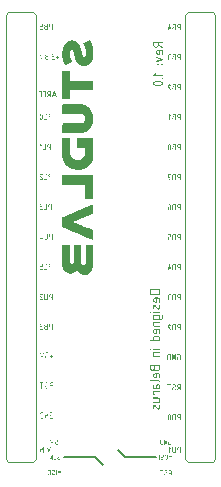
<source format=gbo>
G04*
G04 #@! TF.GenerationSoftware,Altium Limited,Altium Designer,21.5.1 (32)*
G04*
G04 Layer_Color=32896*
%FSLAX44Y44*%
%MOMM*%
G71*
G04*
G04 #@! TF.SameCoordinates,C2353FAA-8F2D-43E4-B4A7-D176906AD12A*
G04*
G04*
G04 #@! TF.FilePolarity,Positive*
G04*
G01*
G75*
%ADD10C,0.1000*%
%ADD92C,0.1524*%
G36*
X130762Y171427D02*
X130864Y171382D01*
X130942Y171315D01*
X130988Y171236D01*
X131021Y171168D01*
X131033Y171100D01*
X131044Y171055D01*
Y168461D01*
X131033Y168292D01*
X131021Y168146D01*
X130942Y167852D01*
X130852Y167593D01*
X130728Y167367D01*
X130672Y167277D01*
X130615Y167198D01*
X130570Y167119D01*
X130525Y167063D01*
X130480Y167018D01*
X130446Y166973D01*
X130435Y166961D01*
X130424Y166950D01*
X130300Y166838D01*
X130176Y166736D01*
X130052Y166657D01*
X129928Y166589D01*
X129668Y166477D01*
X129431Y166398D01*
X129228Y166353D01*
X129138Y166341D01*
X129059Y166330D01*
X129003Y166319D01*
X128946D01*
X128924D01*
X128912D01*
X124638D01*
X124469Y166330D01*
X124311Y166341D01*
X124018Y166420D01*
X123759Y166510D01*
X123533Y166623D01*
X123443Y166691D01*
X123364Y166747D01*
X123285Y166792D01*
X123229Y166838D01*
X123183Y166883D01*
X123138Y166916D01*
X123127Y166928D01*
X123116Y166939D01*
X123003Y167063D01*
X122913Y167187D01*
X122823Y167311D01*
X122755Y167435D01*
X122642Y167695D01*
X122575Y167931D01*
X122529Y168146D01*
X122518Y168236D01*
X122507Y168315D01*
X122496Y168371D01*
Y171033D01*
X122518Y171168D01*
X122563Y171270D01*
X122631Y171348D01*
X122710Y171394D01*
X122789Y171427D01*
X122856Y171439D01*
X122902Y171450D01*
X122924D01*
X130627D01*
X130762Y171427D01*
D02*
G37*
G36*
X129476Y164604D02*
X129600Y164593D01*
X129837Y164537D01*
X130040Y164458D01*
X130221Y164368D01*
X130367Y164289D01*
X130469Y164210D01*
X130536Y164153D01*
X130548Y164131D01*
X130559D01*
X130649Y164041D01*
X130717Y163939D01*
X130841Y163736D01*
X130920Y163522D01*
X130988Y163330D01*
X131021Y163172D01*
X131033Y163093D01*
Y163037D01*
X131044Y162980D01*
Y160770D01*
X131021Y160623D01*
X130976Y160522D01*
X130909Y160443D01*
X130830Y160398D01*
X130751Y160364D01*
X130683Y160353D01*
X130638Y160342D01*
X130615D01*
X130469Y160364D01*
X130367Y160409D01*
X130288Y160477D01*
X130243Y160556D01*
X130209Y160635D01*
X130198Y160702D01*
X130187Y160748D01*
Y162913D01*
X130176Y163037D01*
X130153Y163150D01*
X130108Y163251D01*
X130063Y163341D01*
X130018Y163409D01*
X129973Y163465D01*
X129950Y163499D01*
X129939Y163511D01*
X129837Y163589D01*
X129736Y163657D01*
X129646Y163702D01*
X129544Y163725D01*
X129465Y163747D01*
X129397Y163759D01*
X129352D01*
X129341D01*
X128484D01*
Y160342D01*
X127198D01*
X127029Y160353D01*
X126871Y160364D01*
X126578Y160443D01*
X126319Y160533D01*
X126093Y160646D01*
X126003Y160714D01*
X125924Y160770D01*
X125845Y160815D01*
X125789Y160860D01*
X125744Y160905D01*
X125698Y160939D01*
X125687Y160951D01*
X125676Y160962D01*
X125563Y161086D01*
X125473Y161210D01*
X125383Y161334D01*
X125315Y161458D01*
X125202Y161717D01*
X125134Y161954D01*
X125089Y162169D01*
X125078Y162259D01*
X125067Y162338D01*
X125056Y162394D01*
Y162484D01*
X125067Y162642D01*
X125078Y162800D01*
X125157Y163093D01*
X125259Y163353D01*
X125371Y163578D01*
X125428Y163668D01*
X125484Y163747D01*
X125541Y163826D01*
X125586Y163883D01*
X125631Y163928D01*
X125665Y163962D01*
X125676Y163984D01*
X125687Y163995D01*
X125811Y164108D01*
X125935Y164198D01*
X126059Y164277D01*
X126183Y164356D01*
X126443Y164469D01*
X126680Y164537D01*
X126883Y164582D01*
X126973Y164593D01*
X127052Y164604D01*
X127108Y164616D01*
X127153D01*
X127187D01*
X127198D01*
X129341D01*
X129476Y164604D01*
D02*
G37*
G36*
X130288Y158616D02*
X130367Y158594D01*
X130424Y158548D01*
X130480Y158503D01*
X130525Y158469D01*
X130559Y158424D01*
X130570Y158402D01*
X130582Y158391D01*
X130739Y158063D01*
X130852Y157714D01*
X130931Y157376D01*
X130988Y157049D01*
X131010Y156891D01*
X131021Y156755D01*
X131033Y156643D01*
Y156530D01*
X131044Y156451D01*
Y156327D01*
X131033Y156033D01*
X130988Y155763D01*
X130942Y155537D01*
X130875Y155346D01*
X130818Y155188D01*
X130762Y155064D01*
X130751Y155030D01*
X130728Y154996D01*
X130717Y154985D01*
Y154973D01*
X130638Y154861D01*
X130559Y154770D01*
X130469Y154680D01*
X130379Y154613D01*
X130176Y154500D01*
X129995Y154432D01*
X129826Y154387D01*
X129747Y154376D01*
X129679Y154364D01*
X129634Y154353D01*
X129589D01*
X129567D01*
X129555D01*
X129386Y154364D01*
X129228Y154387D01*
X129082Y154432D01*
X128946Y154488D01*
X128822Y154556D01*
X128721Y154624D01*
X128529Y154782D01*
X128383Y154940D01*
X128281Y155075D01*
X128247Y155131D01*
X128225Y155176D01*
X128202Y155199D01*
Y155210D01*
X127131Y157432D01*
X127052Y157545D01*
X126973Y157624D01*
X126871Y157691D01*
X126781Y157725D01*
X126691Y157748D01*
X126623Y157759D01*
X126578Y157770D01*
X126556D01*
X126443Y157759D01*
X126341Y157725D01*
X126262Y157669D01*
X126183Y157601D01*
X126116Y157522D01*
X126071Y157432D01*
X125992Y157240D01*
X125947Y157049D01*
X125935Y156958D01*
X125924Y156879D01*
X125913Y156812D01*
Y156710D01*
X125924Y156462D01*
X125969Y156225D01*
X126037Y156000D01*
X126104Y155808D01*
X126172Y155650D01*
X126240Y155515D01*
X126262Y155470D01*
X126285Y155436D01*
X126296Y155424D01*
Y155413D01*
X126330Y155346D01*
X126341Y155278D01*
X126353Y155233D01*
Y155210D01*
X126341Y155154D01*
X126330Y155098D01*
X126285Y154996D01*
X126251Y154940D01*
X126228Y154917D01*
X126172Y154872D01*
X126127Y154838D01*
X126014Y154793D01*
X125980D01*
X125947Y154782D01*
X125924D01*
X125913D01*
X125834Y154793D01*
X125755Y154816D01*
X125642Y154895D01*
X125597Y154940D01*
X125563Y154985D01*
X125552Y155007D01*
X125541Y155019D01*
X125450Y155165D01*
X125383Y155301D01*
X125259Y155594D01*
X125168Y155887D01*
X125112Y156146D01*
X125101Y156270D01*
X125078Y156383D01*
X125067Y156473D01*
Y156564D01*
X125056Y156631D01*
Y156721D01*
X125067Y157003D01*
X125112Y157252D01*
X125168Y157477D01*
X125236Y157669D01*
X125304Y157815D01*
X125360Y157939D01*
X125383Y157973D01*
X125405Y158007D01*
X125416Y158018D01*
Y158030D01*
X125495Y158131D01*
X125574Y158221D01*
X125665Y158312D01*
X125766Y158379D01*
X125947Y158481D01*
X126138Y158548D01*
X126296Y158594D01*
X126431Y158616D01*
X126488Y158627D01*
X126522D01*
X126544D01*
X126556D01*
X126725Y158616D01*
X126883Y158594D01*
X127029Y158548D01*
X127164Y158492D01*
X127289Y158424D01*
X127401Y158357D01*
X127503Y158278D01*
X127593Y158199D01*
X127740Y158041D01*
X127841Y157906D01*
X127875Y157849D01*
X127898Y157804D01*
X127920Y157781D01*
Y157770D01*
X128980Y155582D01*
X129048Y155458D01*
X129138Y155368D01*
X129240Y155301D01*
X129330Y155255D01*
X129420Y155233D01*
X129488Y155210D01*
X129533D01*
X129555D01*
X129668Y155222D01*
X129758Y155255D01*
X129849Y155312D01*
X129916Y155379D01*
X129984Y155458D01*
X130029Y155560D01*
X130108Y155752D01*
X130153Y155955D01*
X130164Y156045D01*
X130176Y156135D01*
X130187Y156203D01*
Y156304D01*
X130176Y156507D01*
X130164Y156710D01*
X130142Y156902D01*
X130108Y157071D01*
X130085Y157218D01*
X130063Y157330D01*
X130052Y157376D01*
Y157409D01*
X130040Y157421D01*
Y157432D01*
X129984Y157579D01*
X129939Y157703D01*
X129905Y157804D01*
X129871Y157883D01*
X129837Y157951D01*
X129815Y158007D01*
X129803Y158030D01*
Y158041D01*
X129781Y158097D01*
X129770Y158154D01*
Y158266D01*
X129792Y158323D01*
X129826Y158424D01*
X129871Y158481D01*
X129882Y158492D01*
X129894Y158503D01*
X129939Y158548D01*
X129995Y158571D01*
X130097Y158616D01*
X130131D01*
X130164Y158627D01*
X130187D01*
X130198D01*
X130288Y158616D01*
D02*
G37*
G36*
X130762Y152616D02*
X130864Y152571D01*
X130942Y152504D01*
X130988Y152425D01*
X131021Y152346D01*
X131033Y152278D01*
X131044Y152233D01*
Y152210D01*
X131021Y152064D01*
X130976Y151962D01*
X130909Y151883D01*
X130830Y151838D01*
X130762Y151804D01*
X130694Y151793D01*
X130649Y151782D01*
X130627D01*
X125484D01*
X125337Y151804D01*
X125236Y151849D01*
X125157Y151917D01*
X125112Y151996D01*
X125078Y152075D01*
X125067Y152143D01*
X125056Y152188D01*
Y152210D01*
X125078Y152357D01*
X125123Y152458D01*
X125191Y152537D01*
X125270Y152583D01*
X125349Y152616D01*
X125416Y152628D01*
X125462Y152639D01*
X125484D01*
X130627D01*
X130762Y152616D01*
D02*
G37*
G36*
X123499D02*
X123601Y152571D01*
X123680Y152504D01*
X123725Y152425D01*
X123759Y152346D01*
X123770Y152278D01*
X123781Y152233D01*
Y152210D01*
X123759Y152064D01*
X123714Y151962D01*
X123646Y151883D01*
X123567Y151838D01*
X123488Y151804D01*
X123420Y151793D01*
X123375Y151782D01*
X123353D01*
X122924D01*
X122778Y151804D01*
X122676Y151849D01*
X122597Y151917D01*
X122552Y151996D01*
X122518Y152075D01*
X122507Y152143D01*
X122496Y152188D01*
Y152210D01*
X122518Y152357D01*
X122563Y152458D01*
X122631Y152537D01*
X122710Y152583D01*
X122789Y152616D01*
X122856Y152628D01*
X122902Y152639D01*
X122924D01*
X123353D01*
X123499Y152616D01*
D02*
G37*
G36*
X129510Y150068D02*
X129668Y150045D01*
X129815Y150011D01*
X129939Y149966D01*
X130052Y149921D01*
X130131Y149887D01*
X130176Y149865D01*
X130198Y149853D01*
X130345Y149752D01*
X130480Y149650D01*
X130593Y149538D01*
X130683Y149414D01*
X130773Y149301D01*
X130841Y149177D01*
X130897Y149053D01*
X130942Y148929D01*
X130999Y148714D01*
X131021Y148624D01*
X131033Y148534D01*
Y148466D01*
X131044Y148421D01*
Y146662D01*
X131890D01*
X132014Y146673D01*
X132127Y146707D01*
X132228Y146741D01*
X132318Y146786D01*
X132386Y146842D01*
X132442Y146876D01*
X132476Y146910D01*
X132487Y146921D01*
X132578Y147023D01*
X132634Y147124D01*
X132679Y147214D01*
X132713Y147316D01*
X132736Y147395D01*
X132747Y147463D01*
Y149222D01*
X132769Y149368D01*
X132815Y149481D01*
X132882Y149549D01*
X132961Y149605D01*
X133040Y149639D01*
X133108Y149650D01*
X133153Y149662D01*
X133175D01*
X133322Y149639D01*
X133424Y149594D01*
X133503Y149526D01*
X133548Y149436D01*
X133581Y149357D01*
X133593Y149290D01*
X133604Y149244D01*
Y147519D01*
X133593Y147384D01*
X133581Y147260D01*
X133525Y147023D01*
X133446Y146820D01*
X133356Y146639D01*
X133266Y146493D01*
X133187Y146391D01*
X133130Y146323D01*
X133108Y146301D01*
X133018Y146211D01*
X132916Y146132D01*
X132713Y146019D01*
X132499Y145929D01*
X132307Y145861D01*
X132149Y145827D01*
X132070Y145816D01*
X132014D01*
X131958Y145805D01*
X131924D01*
X131901D01*
X131890D01*
X125484D01*
X125337Y145827D01*
X125236Y145872D01*
X125157Y145940D01*
X125112Y146019D01*
X125078Y146098D01*
X125067Y146166D01*
X125056Y146211D01*
Y148511D01*
X125078Y148635D01*
X125134Y148872D01*
X125213Y149075D01*
X125304Y149256D01*
X125394Y149402D01*
X125473Y149504D01*
X125529Y149572D01*
X125541Y149583D01*
X125552Y149594D01*
X125642Y149684D01*
X125744Y149752D01*
X125947Y149876D01*
X126150Y149955D01*
X126341Y150023D01*
X126510Y150056D01*
X126589Y150068D01*
X126646D01*
X126702Y150079D01*
X126736D01*
X126758D01*
X126770D01*
X129341D01*
X129510Y150068D01*
D02*
G37*
G36*
X130762Y144068D02*
X130864Y144023D01*
X130942Y143955D01*
X130988Y143876D01*
X131021Y143797D01*
X131033Y143730D01*
X131044Y143685D01*
Y143662D01*
X131021Y143515D01*
X130976Y143414D01*
X130909Y143335D01*
X130830Y143290D01*
X130762Y143256D01*
X130694Y143245D01*
X130649Y143233D01*
X130627D01*
X125913D01*
Y141531D01*
X125924Y141395D01*
X125947Y141282D01*
X125992Y141181D01*
X126037Y141091D01*
X126082Y141023D01*
X126127Y140967D01*
X126150Y140933D01*
X126161Y140921D01*
X126262Y140843D01*
X126364Y140775D01*
X126465Y140730D01*
X126556Y140707D01*
X126646Y140685D01*
X126713Y140673D01*
X126758D01*
X126770D01*
X130627D01*
X130762Y140651D01*
X130864Y140606D01*
X130942Y140538D01*
X130988Y140459D01*
X131021Y140380D01*
X131033Y140312D01*
X131044Y140267D01*
Y140245D01*
X131021Y140098D01*
X130976Y139997D01*
X130909Y139918D01*
X130830Y139873D01*
X130762Y139839D01*
X130694Y139828D01*
X130649Y139816D01*
X130627D01*
X126770D01*
X126634D01*
X126510Y139839D01*
X126274Y139895D01*
X126071Y139974D01*
X125890Y140064D01*
X125744Y140155D01*
X125642Y140234D01*
X125574Y140290D01*
X125552Y140301D01*
Y140312D01*
X125462Y140403D01*
X125383Y140504D01*
X125270Y140707D01*
X125180Y140910D01*
X125112Y141102D01*
X125078Y141271D01*
X125067Y141350D01*
Y141406D01*
X125056Y141463D01*
Y143673D01*
X125078Y143809D01*
X125123Y143910D01*
X125191Y143989D01*
X125270Y144034D01*
X125349Y144068D01*
X125416Y144079D01*
X125462Y144090D01*
X125484D01*
X130627D01*
X130762Y144068D01*
D02*
G37*
G36*
X129476Y138091D02*
X129600Y138080D01*
X129837Y138023D01*
X130040Y137944D01*
X130221Y137854D01*
X130367Y137775D01*
X130469Y137696D01*
X130536Y137640D01*
X130548Y137617D01*
X130559D01*
X130649Y137527D01*
X130717Y137425D01*
X130841Y137222D01*
X130920Y137008D01*
X130988Y136817D01*
X131021Y136659D01*
X131033Y136580D01*
Y136523D01*
X131044Y136467D01*
Y134256D01*
X131021Y134110D01*
X130976Y134008D01*
X130909Y133929D01*
X130830Y133884D01*
X130751Y133850D01*
X130683Y133839D01*
X130638Y133828D01*
X130615D01*
X130469Y133850D01*
X130367Y133896D01*
X130288Y133963D01*
X130243Y134042D01*
X130209Y134121D01*
X130198Y134189D01*
X130187Y134234D01*
Y136399D01*
X130176Y136523D01*
X130153Y136636D01*
X130108Y136737D01*
X130063Y136828D01*
X130018Y136895D01*
X129973Y136952D01*
X129950Y136986D01*
X129939Y136997D01*
X129837Y137076D01*
X129736Y137143D01*
X129646Y137189D01*
X129544Y137211D01*
X129465Y137234D01*
X129397Y137245D01*
X129352D01*
X129341D01*
X128484D01*
Y133828D01*
X127198D01*
X127029Y133839D01*
X126871Y133850D01*
X126578Y133929D01*
X126319Y134020D01*
X126093Y134132D01*
X126003Y134200D01*
X125924Y134256D01*
X125845Y134302D01*
X125789Y134347D01*
X125744Y134392D01*
X125698Y134426D01*
X125687Y134437D01*
X125676Y134448D01*
X125563Y134572D01*
X125473Y134696D01*
X125383Y134820D01*
X125315Y134944D01*
X125202Y135204D01*
X125134Y135441D01*
X125089Y135655D01*
X125078Y135745D01*
X125067Y135824D01*
X125056Y135880D01*
Y135971D01*
X125067Y136129D01*
X125078Y136286D01*
X125157Y136580D01*
X125259Y136839D01*
X125371Y137065D01*
X125428Y137155D01*
X125484Y137234D01*
X125541Y137313D01*
X125586Y137369D01*
X125631Y137414D01*
X125665Y137448D01*
X125676Y137471D01*
X125687Y137482D01*
X125811Y137595D01*
X125935Y137685D01*
X126059Y137764D01*
X126183Y137843D01*
X126443Y137956D01*
X126680Y138023D01*
X126883Y138068D01*
X126973Y138080D01*
X127052Y138091D01*
X127108Y138102D01*
X127153D01*
X127187D01*
X127198D01*
X129341D01*
X129476Y138091D01*
D02*
G37*
G36*
Y132102D02*
X129600Y132091D01*
X129837Y132035D01*
X130040Y131956D01*
X130221Y131866D01*
X130367Y131787D01*
X130469Y131708D01*
X130536Y131651D01*
X130548Y131629D01*
X130559D01*
X130649Y131539D01*
X130717Y131437D01*
X130841Y131234D01*
X130920Y131020D01*
X130988Y130828D01*
X131021Y130670D01*
X131033Y130591D01*
Y130535D01*
X131044Y130478D01*
Y128268D01*
X131021Y128122D01*
X130976Y128020D01*
X130909Y127941D01*
X130830Y127896D01*
X130762Y127862D01*
X130694Y127851D01*
X130649Y127839D01*
X130627D01*
X122924D01*
X122778Y127862D01*
X122676Y127907D01*
X122597Y127975D01*
X122552Y128054D01*
X122518Y128133D01*
X122507Y128200D01*
X122496Y128245D01*
Y128268D01*
X122518Y128415D01*
X122563Y128516D01*
X122631Y128595D01*
X122710Y128640D01*
X122789Y128674D01*
X122856Y128685D01*
X122902Y128697D01*
X122924D01*
X125056D01*
Y130411D01*
X125067Y130591D01*
X125089Y130760D01*
X125134Y130918D01*
X125191Y131065D01*
X125259Y131189D01*
X125326Y131313D01*
X125405Y131426D01*
X125484Y131516D01*
X125563Y131606D01*
X125642Y131685D01*
X125710Y131742D01*
X125777Y131798D01*
X125834Y131832D01*
X125879Y131866D01*
X125901Y131877D01*
X125913Y131888D01*
X126059Y131967D01*
X126217Y132023D01*
X126353Y132057D01*
X126488Y132080D01*
X126601Y132102D01*
X126691Y132114D01*
X126747D01*
X126770D01*
X129341D01*
X129476Y132102D01*
D02*
G37*
G36*
X130762Y120971D02*
X130864Y120926D01*
X130942Y120859D01*
X130988Y120780D01*
X131021Y120701D01*
X131033Y120633D01*
X131044Y120588D01*
Y120566D01*
X131021Y120419D01*
X130976Y120317D01*
X130909Y120238D01*
X130830Y120193D01*
X130762Y120160D01*
X130694Y120148D01*
X130649Y120137D01*
X130627D01*
X125484D01*
X125337Y120160D01*
X125236Y120205D01*
X125157Y120272D01*
X125112Y120351D01*
X125078Y120430D01*
X125067Y120498D01*
X125056Y120543D01*
Y120566D01*
X125078Y120712D01*
X125123Y120814D01*
X125191Y120892D01*
X125270Y120938D01*
X125349Y120971D01*
X125416Y120983D01*
X125462Y120994D01*
X125484D01*
X130627D01*
X130762Y120971D01*
D02*
G37*
G36*
X123499D02*
X123601Y120926D01*
X123680Y120859D01*
X123725Y120780D01*
X123759Y120701D01*
X123770Y120633D01*
X123781Y120588D01*
Y120566D01*
X123759Y120419D01*
X123714Y120317D01*
X123646Y120238D01*
X123567Y120193D01*
X123488Y120160D01*
X123420Y120148D01*
X123375Y120137D01*
X123353D01*
X122924D01*
X122778Y120160D01*
X122676Y120205D01*
X122597Y120272D01*
X122552Y120351D01*
X122518Y120430D01*
X122507Y120498D01*
X122496Y120543D01*
Y120566D01*
X122518Y120712D01*
X122563Y120814D01*
X122631Y120892D01*
X122710Y120938D01*
X122789Y120971D01*
X122856Y120983D01*
X122902Y120994D01*
X122924D01*
X123353D01*
X123499Y120971D01*
D02*
G37*
G36*
X130762Y118411D02*
X130864Y118366D01*
X130942Y118299D01*
X130988Y118220D01*
X131021Y118141D01*
X131033Y118073D01*
X131044Y118028D01*
Y118006D01*
X131021Y117859D01*
X130976Y117757D01*
X130909Y117678D01*
X130830Y117633D01*
X130762Y117599D01*
X130694Y117588D01*
X130649Y117577D01*
X130627D01*
X125913D01*
Y115874D01*
X125924Y115739D01*
X125947Y115626D01*
X125992Y115524D01*
X126037Y115434D01*
X126082Y115366D01*
X126127Y115310D01*
X126150Y115276D01*
X126161Y115265D01*
X126262Y115186D01*
X126364Y115118D01*
X126465Y115073D01*
X126556Y115051D01*
X126646Y115028D01*
X126713Y115017D01*
X126758D01*
X126770D01*
X130627D01*
X130762Y114994D01*
X130864Y114949D01*
X130942Y114882D01*
X130988Y114803D01*
X131021Y114724D01*
X131033Y114656D01*
X131044Y114611D01*
Y114588D01*
X131021Y114442D01*
X130976Y114340D01*
X130909Y114261D01*
X130830Y114216D01*
X130762Y114182D01*
X130694Y114171D01*
X130649Y114160D01*
X130627D01*
X126770D01*
X126634D01*
X126510Y114182D01*
X126274Y114239D01*
X126071Y114318D01*
X125890Y114408D01*
X125744Y114498D01*
X125642Y114577D01*
X125574Y114634D01*
X125552Y114645D01*
Y114656D01*
X125462Y114746D01*
X125383Y114848D01*
X125270Y115051D01*
X125180Y115254D01*
X125112Y115445D01*
X125078Y115615D01*
X125067Y115694D01*
Y115750D01*
X125056Y115806D01*
Y118017D01*
X125078Y118152D01*
X125123Y118254D01*
X125191Y118333D01*
X125270Y118378D01*
X125349Y118411D01*
X125416Y118423D01*
X125462Y118434D01*
X125484D01*
X130627D01*
X130762Y118411D01*
D02*
G37*
G36*
Y107292D02*
X130864Y107247D01*
X130942Y107179D01*
X130988Y107100D01*
X131021Y107032D01*
X131033Y106965D01*
X131044Y106920D01*
Y104754D01*
X131033Y104563D01*
X131010Y104371D01*
X130976Y104190D01*
X130931Y104021D01*
X130807Y103717D01*
X130739Y103570D01*
X130672Y103446D01*
X130604Y103333D01*
X130536Y103232D01*
X130469Y103142D01*
X130412Y103074D01*
X130367Y103018D01*
X130333Y102972D01*
X130311Y102950D01*
X130300Y102939D01*
X130153Y102803D01*
X130006Y102690D01*
X129849Y102589D01*
X129702Y102499D01*
X129544Y102431D01*
X129397Y102363D01*
X129104Y102273D01*
X128980Y102251D01*
X128856Y102228D01*
X128755Y102205D01*
X128664Y102194D01*
X128586Y102183D01*
X128529D01*
X128495D01*
X128484D01*
X128225Y102194D01*
X127977Y102239D01*
X127740Y102296D01*
X127525Y102375D01*
X127334Y102465D01*
X127153Y102566D01*
X126995Y102679D01*
X126849Y102792D01*
X126725Y102916D01*
X126612Y103018D01*
X126522Y103130D01*
X126443Y103221D01*
X126386Y103300D01*
X126341Y103356D01*
X126319Y103401D01*
X126307Y103412D01*
X126183Y103266D01*
X126048Y103153D01*
X125913Y103040D01*
X125777Y102950D01*
X125631Y102871D01*
X125495Y102803D01*
X125360Y102758D01*
X125236Y102713D01*
X125112Y102679D01*
X124999Y102657D01*
X124898Y102634D01*
X124808Y102623D01*
X124740Y102612D01*
X124683D01*
X124650D01*
X124638D01*
X124469Y102623D01*
X124311Y102634D01*
X124018Y102713D01*
X123759Y102803D01*
X123533Y102916D01*
X123443Y102984D01*
X123364Y103040D01*
X123285Y103085D01*
X123229Y103130D01*
X123183Y103175D01*
X123138Y103209D01*
X123127Y103221D01*
X123116Y103232D01*
X123003Y103356D01*
X122913Y103480D01*
X122823Y103604D01*
X122755Y103728D01*
X122642Y103987D01*
X122575Y104224D01*
X122529Y104438D01*
X122518Y104529D01*
X122507Y104608D01*
X122496Y104664D01*
Y106897D01*
X122518Y107032D01*
X122563Y107134D01*
X122631Y107213D01*
X122710Y107258D01*
X122789Y107292D01*
X122856Y107303D01*
X122902Y107314D01*
X122924D01*
X130627D01*
X130762Y107292D01*
D02*
G37*
G36*
X129476Y100469D02*
X129600Y100457D01*
X129837Y100401D01*
X130040Y100322D01*
X130221Y100232D01*
X130367Y100153D01*
X130469Y100074D01*
X130536Y100018D01*
X130548Y99995D01*
X130559D01*
X130649Y99905D01*
X130717Y99803D01*
X130841Y99600D01*
X130920Y99386D01*
X130988Y99194D01*
X131021Y99037D01*
X131033Y98958D01*
Y98901D01*
X131044Y98845D01*
Y96634D01*
X131021Y96488D01*
X130976Y96386D01*
X130909Y96307D01*
X130830Y96262D01*
X130751Y96228D01*
X130683Y96217D01*
X130638Y96206D01*
X130615D01*
X130469Y96228D01*
X130367Y96273D01*
X130288Y96341D01*
X130243Y96420D01*
X130209Y96499D01*
X130198Y96567D01*
X130187Y96612D01*
Y98777D01*
X130176Y98901D01*
X130153Y99014D01*
X130108Y99115D01*
X130063Y99206D01*
X130018Y99273D01*
X129973Y99330D01*
X129950Y99364D01*
X129939Y99375D01*
X129837Y99454D01*
X129736Y99522D01*
X129646Y99567D01*
X129544Y99589D01*
X129465Y99612D01*
X129397Y99623D01*
X129352D01*
X129341D01*
X128484D01*
Y96206D01*
X127198D01*
X127029Y96217D01*
X126871Y96228D01*
X126578Y96307D01*
X126319Y96398D01*
X126093Y96510D01*
X126003Y96578D01*
X125924Y96634D01*
X125845Y96679D01*
X125789Y96725D01*
X125744Y96770D01*
X125698Y96804D01*
X125687Y96815D01*
X125676Y96826D01*
X125563Y96950D01*
X125473Y97074D01*
X125383Y97198D01*
X125315Y97322D01*
X125202Y97582D01*
X125134Y97818D01*
X125089Y98033D01*
X125078Y98123D01*
X125067Y98202D01*
X125056Y98258D01*
Y98349D01*
X125067Y98506D01*
X125078Y98664D01*
X125157Y98958D01*
X125259Y99217D01*
X125371Y99443D01*
X125428Y99533D01*
X125484Y99612D01*
X125541Y99691D01*
X125586Y99747D01*
X125631Y99792D01*
X125665Y99826D01*
X125676Y99848D01*
X125687Y99860D01*
X125811Y99973D01*
X125935Y100063D01*
X126059Y100142D01*
X126183Y100221D01*
X126443Y100333D01*
X126680Y100401D01*
X126883Y100446D01*
X126973Y100457D01*
X127052Y100469D01*
X127108Y100480D01*
X127153D01*
X127187D01*
X127198D01*
X129341D01*
X129476Y100469D01*
D02*
G37*
G36*
X129984Y94480D02*
X130164Y94435D01*
X130333Y94379D01*
X130457Y94311D01*
X130570Y94255D01*
X130638Y94198D01*
X130694Y94153D01*
X130706Y94142D01*
X130818Y94007D01*
X130897Y93849D01*
X130965Y93691D01*
X130999Y93544D01*
X131021Y93420D01*
X131033Y93308D01*
X131044Y93240D01*
Y93217D01*
X131021Y93071D01*
X130976Y92969D01*
X130909Y92890D01*
X130830Y92845D01*
X130762Y92811D01*
X130694Y92800D01*
X130649Y92789D01*
X130627D01*
X130514Y92811D01*
X130412Y92856D01*
X130345Y92924D01*
X130288Y93003D01*
X130243Y93082D01*
X130221Y93150D01*
X130198Y93195D01*
Y93217D01*
X130153Y93353D01*
X130085Y93454D01*
X130018Y93533D01*
X129950Y93578D01*
X129882Y93612D01*
X129826Y93623D01*
X129781Y93635D01*
X129770D01*
X122924D01*
X122778Y93657D01*
X122676Y93702D01*
X122597Y93770D01*
X122552Y93849D01*
X122518Y93928D01*
X122507Y93995D01*
X122496Y94041D01*
Y94063D01*
X122518Y94210D01*
X122563Y94311D01*
X122631Y94390D01*
X122710Y94435D01*
X122789Y94469D01*
X122856Y94480D01*
X122902Y94492D01*
X122924D01*
X129770D01*
X129984Y94480D01*
D02*
G37*
G36*
X129476Y91063D02*
X129600Y91052D01*
X129837Y90996D01*
X130040Y90917D01*
X130221Y90826D01*
X130367Y90747D01*
X130469Y90669D01*
X130536Y90612D01*
X130548Y90590D01*
X130559D01*
X130649Y90499D01*
X130717Y90398D01*
X130841Y90195D01*
X130920Y89981D01*
X130988Y89789D01*
X131021Y89631D01*
X131033Y89552D01*
Y89496D01*
X131044Y89439D01*
Y87229D01*
X131021Y87082D01*
X130976Y86981D01*
X130909Y86902D01*
X130830Y86857D01*
X130762Y86823D01*
X130694Y86812D01*
X130649Y86800D01*
X130627D01*
X126770D01*
X126634D01*
X126510Y86823D01*
X126274Y86879D01*
X126071Y86958D01*
X125890Y87048D01*
X125744Y87139D01*
X125642Y87218D01*
X125574Y87274D01*
X125552Y87285D01*
Y87296D01*
X125462Y87387D01*
X125383Y87488D01*
X125270Y87691D01*
X125180Y87894D01*
X125112Y88086D01*
X125078Y88255D01*
X125067Y88334D01*
Y88391D01*
X125056Y88447D01*
Y90217D01*
X125078Y90364D01*
X125123Y90477D01*
X125191Y90545D01*
X125270Y90601D01*
X125349Y90635D01*
X125416Y90646D01*
X125462Y90657D01*
X125484D01*
X125631Y90635D01*
X125732Y90590D01*
X125811Y90522D01*
X125856Y90432D01*
X125890Y90353D01*
X125901Y90285D01*
X125913Y90240D01*
Y88514D01*
X125924Y88379D01*
X125947Y88266D01*
X125992Y88165D01*
X126037Y88075D01*
X126082Y88007D01*
X126127Y87951D01*
X126150Y87917D01*
X126161Y87906D01*
X126262Y87827D01*
X126364Y87759D01*
X126465Y87714D01*
X126556Y87691D01*
X126646Y87669D01*
X126713Y87657D01*
X126758D01*
X126770D01*
X127627D01*
Y89372D01*
X127638Y89552D01*
X127661Y89721D01*
X127706Y89879D01*
X127762Y90026D01*
X127830Y90150D01*
X127898Y90274D01*
X127977Y90387D01*
X128055Y90477D01*
X128134Y90567D01*
X128213Y90646D01*
X128281Y90702D01*
X128349Y90759D01*
X128405Y90793D01*
X128450Y90826D01*
X128473Y90838D01*
X128484Y90849D01*
X128631Y90928D01*
X128788Y90984D01*
X128924Y91018D01*
X129059Y91041D01*
X129172Y91063D01*
X129262Y91074D01*
X129319D01*
X129341D01*
X129476Y91063D01*
D02*
G37*
G36*
X130762Y85064D02*
X130864Y85019D01*
X130942Y84951D01*
X130988Y84872D01*
X131021Y84793D01*
X131033Y84725D01*
X131044Y84680D01*
Y84658D01*
X131021Y84511D01*
X130976Y84410D01*
X130909Y84331D01*
X130830Y84285D01*
X130762Y84252D01*
X130694Y84240D01*
X130649Y84229D01*
X130627D01*
X125913D01*
Y82526D01*
X126341D01*
X126488Y82504D01*
X126589Y82458D01*
X126668Y82391D01*
X126713Y82312D01*
X126747Y82233D01*
X126758Y82165D01*
X126770Y82120D01*
Y82098D01*
X126747Y81951D01*
X126702Y81849D01*
X126634Y81770D01*
X126556Y81725D01*
X126477Y81692D01*
X126409Y81680D01*
X126364Y81669D01*
X126341D01*
X125484D01*
X125337Y81692D01*
X125236Y81737D01*
X125157Y81804D01*
X125112Y81883D01*
X125078Y81962D01*
X125067Y82030D01*
X125056Y82075D01*
Y84669D01*
X125078Y84804D01*
X125123Y84906D01*
X125191Y84985D01*
X125270Y85030D01*
X125349Y85064D01*
X125416Y85075D01*
X125462Y85086D01*
X125484D01*
X130627D01*
X130762Y85064D01*
D02*
G37*
G36*
X129476Y79944D02*
X129600Y79932D01*
X129837Y79876D01*
X130040Y79797D01*
X130221Y79707D01*
X130367Y79628D01*
X130469Y79549D01*
X130536Y79492D01*
X130548Y79470D01*
X130559D01*
X130649Y79380D01*
X130717Y79278D01*
X130841Y79075D01*
X130920Y78861D01*
X130988Y78669D01*
X131021Y78511D01*
X131033Y78432D01*
Y78376D01*
X131044Y78320D01*
Y76109D01*
X131021Y75963D01*
X130976Y75861D01*
X130909Y75782D01*
X130830Y75737D01*
X130762Y75703D01*
X130694Y75692D01*
X130649Y75681D01*
X130627D01*
X125484D01*
X125337Y75703D01*
X125236Y75748D01*
X125157Y75816D01*
X125112Y75895D01*
X125078Y75974D01*
X125067Y76041D01*
X125056Y76087D01*
Y76109D01*
X125078Y76256D01*
X125123Y76357D01*
X125191Y76436D01*
X125270Y76481D01*
X125349Y76515D01*
X125416Y76526D01*
X125462Y76538D01*
X125484D01*
X130187D01*
Y78252D01*
X130176Y78376D01*
X130153Y78489D01*
X130108Y78590D01*
X130063Y78681D01*
X130018Y78748D01*
X129973Y78804D01*
X129950Y78838D01*
X129939Y78850D01*
X129837Y78929D01*
X129736Y78996D01*
X129646Y79041D01*
X129544Y79064D01*
X129465Y79086D01*
X129397Y79098D01*
X129352D01*
X129341D01*
X125484D01*
X125337Y79120D01*
X125236Y79165D01*
X125157Y79233D01*
X125112Y79312D01*
X125078Y79391D01*
X125067Y79459D01*
X125056Y79504D01*
Y79526D01*
X125078Y79673D01*
X125123Y79774D01*
X125191Y79853D01*
X125270Y79898D01*
X125349Y79932D01*
X125416Y79944D01*
X125462Y79955D01*
X125484D01*
X129341D01*
X129476Y79944D01*
D02*
G37*
G36*
X130288Y73955D02*
X130367Y73933D01*
X130424Y73888D01*
X130480Y73842D01*
X130525Y73808D01*
X130559Y73763D01*
X130570Y73741D01*
X130582Y73730D01*
X130739Y73403D01*
X130852Y73053D01*
X130931Y72715D01*
X130988Y72388D01*
X131010Y72230D01*
X131021Y72094D01*
X131033Y71982D01*
Y71869D01*
X131044Y71790D01*
Y71666D01*
X131033Y71373D01*
X130988Y71102D01*
X130942Y70876D01*
X130875Y70685D01*
X130818Y70527D01*
X130762Y70403D01*
X130751Y70369D01*
X130728Y70335D01*
X130717Y70324D01*
Y70312D01*
X130638Y70200D01*
X130559Y70110D01*
X130469Y70019D01*
X130379Y69952D01*
X130176Y69839D01*
X129995Y69771D01*
X129826Y69726D01*
X129747Y69715D01*
X129679Y69703D01*
X129634Y69692D01*
X129589D01*
X129567D01*
X129555D01*
X129386Y69703D01*
X129228Y69726D01*
X129082Y69771D01*
X128946Y69827D01*
X128822Y69895D01*
X128721Y69963D01*
X128529Y70121D01*
X128383Y70279D01*
X128281Y70414D01*
X128247Y70470D01*
X128225Y70515D01*
X128202Y70538D01*
Y70549D01*
X127131Y72771D01*
X127052Y72884D01*
X126973Y72963D01*
X126871Y73030D01*
X126781Y73064D01*
X126691Y73087D01*
X126623Y73098D01*
X126578Y73109D01*
X126556D01*
X126443Y73098D01*
X126341Y73064D01*
X126262Y73008D01*
X126183Y72940D01*
X126116Y72861D01*
X126071Y72771D01*
X125992Y72579D01*
X125947Y72388D01*
X125935Y72297D01*
X125924Y72218D01*
X125913Y72151D01*
Y72049D01*
X125924Y71801D01*
X125969Y71564D01*
X126037Y71339D01*
X126104Y71147D01*
X126172Y70989D01*
X126240Y70854D01*
X126262Y70809D01*
X126285Y70775D01*
X126296Y70764D01*
Y70752D01*
X126330Y70685D01*
X126341Y70617D01*
X126353Y70572D01*
Y70549D01*
X126341Y70493D01*
X126330Y70437D01*
X126285Y70335D01*
X126251Y70279D01*
X126228Y70256D01*
X126172Y70211D01*
X126127Y70177D01*
X126014Y70132D01*
X125980D01*
X125947Y70121D01*
X125924D01*
X125913D01*
X125834Y70132D01*
X125755Y70155D01*
X125642Y70233D01*
X125597Y70279D01*
X125563Y70324D01*
X125552Y70346D01*
X125541Y70358D01*
X125450Y70504D01*
X125383Y70640D01*
X125259Y70933D01*
X125168Y71226D01*
X125112Y71485D01*
X125101Y71609D01*
X125078Y71722D01*
X125067Y71812D01*
Y71903D01*
X125056Y71970D01*
Y72060D01*
X125067Y72343D01*
X125112Y72591D01*
X125168Y72816D01*
X125236Y73008D01*
X125304Y73154D01*
X125360Y73278D01*
X125383Y73312D01*
X125405Y73346D01*
X125416Y73357D01*
Y73369D01*
X125495Y73470D01*
X125574Y73560D01*
X125665Y73651D01*
X125766Y73718D01*
X125947Y73820D01*
X126138Y73888D01*
X126296Y73933D01*
X126431Y73955D01*
X126488Y73966D01*
X126522D01*
X126544D01*
X126556D01*
X126725Y73955D01*
X126883Y73933D01*
X127029Y73888D01*
X127164Y73831D01*
X127289Y73763D01*
X127401Y73696D01*
X127503Y73617D01*
X127593Y73538D01*
X127740Y73380D01*
X127841Y73245D01*
X127875Y73188D01*
X127898Y73143D01*
X127920Y73121D01*
Y73109D01*
X128980Y70922D01*
X129048Y70797D01*
X129138Y70707D01*
X129240Y70640D01*
X129330Y70594D01*
X129420Y70572D01*
X129488Y70549D01*
X129533D01*
X129555D01*
X129668Y70561D01*
X129758Y70594D01*
X129849Y70651D01*
X129916Y70718D01*
X129984Y70797D01*
X130029Y70899D01*
X130108Y71091D01*
X130153Y71294D01*
X130164Y71384D01*
X130176Y71474D01*
X130187Y71542D01*
Y71643D01*
X130176Y71846D01*
X130164Y72049D01*
X130142Y72241D01*
X130108Y72410D01*
X130085Y72557D01*
X130063Y72670D01*
X130052Y72715D01*
Y72748D01*
X130040Y72760D01*
Y72771D01*
X129984Y72918D01*
X129939Y73042D01*
X129905Y73143D01*
X129871Y73222D01*
X129837Y73290D01*
X129815Y73346D01*
X129803Y73369D01*
Y73380D01*
X129781Y73436D01*
X129770Y73493D01*
Y73605D01*
X129792Y73662D01*
X129826Y73763D01*
X129871Y73820D01*
X129882Y73831D01*
X129894Y73842D01*
X129939Y73888D01*
X129995Y73910D01*
X130097Y73955D01*
X130131D01*
X130164Y73966D01*
X130187D01*
X130198D01*
X130288Y73955D01*
D02*
G37*
G36*
X133322Y381227D02*
X133424Y381182D01*
X133503Y381115D01*
X133548Y381036D01*
X133581Y380957D01*
X133593Y380889D01*
X133604Y380844D01*
Y380821D01*
X133581Y380675D01*
X133536Y380573D01*
X133469Y380494D01*
X133390Y380449D01*
X133322Y380415D01*
X133254Y380404D01*
X133209Y380393D01*
X133187D01*
X130187D01*
Y378532D01*
X133367Y376942D01*
X133446Y376897D01*
X133503Y376829D01*
X133548Y376773D01*
X133570Y376705D01*
X133593Y376649D01*
X133604Y376604D01*
Y376559D01*
X133593Y376502D01*
X133581Y376435D01*
X133536Y376344D01*
X133503Y376277D01*
X133480Y376265D01*
Y376254D01*
X133435Y376209D01*
X133378Y376175D01*
X133288Y376130D01*
X133209Y376119D01*
X133198D01*
X133187D01*
X133119Y376130D01*
X133051Y376141D01*
X133006Y376164D01*
X132984Y376175D01*
X130006Y377664D01*
X129882Y377393D01*
X129725Y377156D01*
X129555Y376942D01*
X129375Y376773D01*
X129183Y376615D01*
X128980Y376491D01*
X128788Y376389D01*
X128585Y376310D01*
X128394Y376243D01*
X128213Y376198D01*
X128055Y376164D01*
X127909Y376141D01*
X127796Y376130D01*
X127706Y376119D01*
X127649D01*
X127627D01*
X127435Y376130D01*
X127243Y376153D01*
X127063Y376186D01*
X126894Y376231D01*
X126736Y376299D01*
X126578Y376356D01*
X126443Y376423D01*
X126319Y376491D01*
X126206Y376570D01*
X126104Y376637D01*
X126014Y376694D01*
X125947Y376750D01*
X125890Y376807D01*
X125845Y376841D01*
X125822Y376863D01*
X125811Y376874D01*
X125676Y377021D01*
X125563Y377168D01*
X125462Y377314D01*
X125371Y377472D01*
X125304Y377630D01*
X125236Y377776D01*
X125146Y378059D01*
X125123Y378194D01*
X125101Y378307D01*
X125078Y378419D01*
X125067Y378510D01*
X125056Y378588D01*
Y380833D01*
X125078Y380968D01*
X125123Y381070D01*
X125191Y381148D01*
X125270Y381194D01*
X125349Y381227D01*
X125416Y381239D01*
X125462Y381250D01*
X125484D01*
X133187D01*
X133322Y381227D01*
D02*
G37*
G36*
X132036Y374404D02*
X132160Y374393D01*
X132397Y374337D01*
X132600Y374258D01*
X132781Y374168D01*
X132927Y374089D01*
X133029Y374010D01*
X133097Y373953D01*
X133108Y373931D01*
X133119D01*
X133209Y373841D01*
X133277Y373739D01*
X133401Y373536D01*
X133480Y373322D01*
X133548Y373130D01*
X133581Y372972D01*
X133593Y372893D01*
Y372837D01*
X133604Y372781D01*
Y370570D01*
X133581Y370424D01*
X133536Y370322D01*
X133469Y370243D01*
X133390Y370198D01*
X133311Y370164D01*
X133243Y370153D01*
X133198Y370142D01*
X133175D01*
X133029Y370164D01*
X132927Y370209D01*
X132848Y370277D01*
X132803Y370356D01*
X132769Y370435D01*
X132758Y370503D01*
X132747Y370548D01*
Y372713D01*
X132736Y372837D01*
X132713Y372950D01*
X132668Y373051D01*
X132623Y373141D01*
X132578Y373209D01*
X132533Y373265D01*
X132510Y373299D01*
X132499Y373311D01*
X132397Y373390D01*
X132296Y373457D01*
X132206Y373502D01*
X132104Y373525D01*
X132025Y373547D01*
X131957Y373559D01*
X131912D01*
X131901D01*
X131044D01*
Y370142D01*
X129758D01*
X129589Y370153D01*
X129431Y370164D01*
X129138Y370243D01*
X128879Y370333D01*
X128653Y370446D01*
X128563Y370514D01*
X128484Y370570D01*
X128405Y370615D01*
X128349Y370660D01*
X128303Y370705D01*
X128258Y370739D01*
X128247Y370751D01*
X128236Y370762D01*
X128123Y370886D01*
X128033Y371010D01*
X127943Y371134D01*
X127875Y371258D01*
X127762Y371517D01*
X127695Y371754D01*
X127649Y371969D01*
X127638Y372059D01*
X127627Y372138D01*
X127616Y372194D01*
Y372284D01*
X127627Y372442D01*
X127638Y372600D01*
X127717Y372893D01*
X127819Y373153D01*
X127931Y373378D01*
X127988Y373469D01*
X128044Y373547D01*
X128101Y373626D01*
X128146Y373683D01*
X128191Y373728D01*
X128225Y373762D01*
X128236Y373784D01*
X128247Y373796D01*
X128371Y373908D01*
X128495Y373998D01*
X128619Y374077D01*
X128743Y374156D01*
X129003Y374269D01*
X129240Y374337D01*
X129443Y374382D01*
X129533Y374393D01*
X129612Y374404D01*
X129668Y374416D01*
X129713D01*
X129747D01*
X129758D01*
X131901D01*
X132036Y374404D01*
D02*
G37*
G36*
X128146Y368416D02*
X128179Y368405D01*
X128191D01*
X133254Y366725D01*
X133367Y366668D01*
X133457Y366612D01*
X133514Y366544D01*
X133559Y366465D01*
X133581Y366397D01*
X133593Y366341D01*
X133604Y366307D01*
Y366296D01*
X133593Y366183D01*
X133548Y366093D01*
X133491Y366025D01*
X133424Y365958D01*
X133367Y365924D01*
X133311Y365890D01*
X133266Y365867D01*
X133254D01*
X128191Y364187D01*
X128134Y364165D01*
X128089Y364153D01*
X128055D01*
X128044D01*
X127898Y364176D01*
X127796Y364221D01*
X127717Y364288D01*
X127672Y364367D01*
X127638Y364458D01*
X127627Y364525D01*
X127616Y364571D01*
Y364593D01*
X127627Y364695D01*
X127661Y364785D01*
X127717Y364852D01*
X127762Y364909D01*
X127819Y364954D01*
X127875Y364977D01*
X127909Y364999D01*
X127920D01*
X131822Y366296D01*
X127920Y367604D01*
X127819Y367649D01*
X127740Y367706D01*
X127695Y367773D01*
X127649Y367841D01*
X127627Y367909D01*
X127616Y367965D01*
Y368066D01*
X127638Y368123D01*
X127672Y368224D01*
X127717Y368281D01*
X127728Y368292D01*
X127740Y368303D01*
X127785Y368349D01*
X127841Y368371D01*
X127943Y368416D01*
X127977D01*
X128010Y368427D01*
X128033D01*
X128044D01*
X128101D01*
X128146Y368416D01*
D02*
G37*
G36*
X132893Y362416D02*
X132995Y362371D01*
X133074Y362304D01*
X133119Y362225D01*
X133153Y362146D01*
X133164Y362078D01*
X133175Y362033D01*
Y362010D01*
X133153Y361864D01*
X133108Y361762D01*
X133040Y361683D01*
X132961Y361638D01*
X132882Y361604D01*
X132815Y361593D01*
X132769Y361582D01*
X132747D01*
X132318D01*
X132172Y361604D01*
X132070Y361650D01*
X131991Y361717D01*
X131946Y361796D01*
X131912Y361875D01*
X131901Y361943D01*
X131890Y361988D01*
Y362010D01*
X131912Y362157D01*
X131957Y362259D01*
X132025Y362337D01*
X132104Y362383D01*
X132183Y362416D01*
X132251Y362428D01*
X132296Y362439D01*
X132318D01*
X132747D01*
X132893Y362416D01*
D02*
G37*
G36*
X129476D02*
X129578Y362371D01*
X129657Y362304D01*
X129702Y362225D01*
X129736Y362146D01*
X129747Y362078D01*
X129758Y362033D01*
Y362010D01*
X129736Y361864D01*
X129691Y361762D01*
X129623Y361683D01*
X129544Y361638D01*
X129465Y361604D01*
X129397Y361593D01*
X129352Y361582D01*
X129330D01*
X128901D01*
X128755Y361604D01*
X128653Y361650D01*
X128574Y361717D01*
X128529Y361796D01*
X128495Y361875D01*
X128484Y361943D01*
X128473Y361988D01*
Y362010D01*
X128495Y362157D01*
X128540Y362259D01*
X128608Y362337D01*
X128687Y362383D01*
X128766Y362416D01*
X128834Y362428D01*
X128879Y362439D01*
X128901D01*
X129330D01*
X129476Y362416D01*
D02*
G37*
G36*
X127345Y354725D02*
X127446Y354680D01*
X127525Y354612D01*
X127570Y354533D01*
X127604Y354454D01*
X127616Y354387D01*
X127627Y354342D01*
Y354319D01*
X127616Y354263D01*
X127604Y354206D01*
X127559Y354105D01*
X127525Y354049D01*
X127503Y354026D01*
X126533Y353045D01*
X133187D01*
X133322Y353022D01*
X133424Y352977D01*
X133503Y352909D01*
X133548Y352831D01*
X133581Y352752D01*
X133593Y352684D01*
X133604Y352639D01*
Y352616D01*
X133581Y352470D01*
X133536Y352368D01*
X133469Y352289D01*
X133390Y352244D01*
X133322Y352210D01*
X133254Y352199D01*
X133209Y352188D01*
X133187D01*
X125484D01*
X125337Y352210D01*
X125236Y352255D01*
X125157Y352323D01*
X125112Y352402D01*
X125078Y352481D01*
X125067Y352548D01*
X125056Y352594D01*
Y352616D01*
X125067Y352684D01*
X125078Y352740D01*
X125134Y352853D01*
X125168Y352898D01*
X125202Y352932D01*
X125213Y352943D01*
X125225Y352954D01*
X126905Y354635D01*
X127007Y354703D01*
X127097Y354736D01*
X127164Y354748D01*
X127187D01*
X127198D01*
X127345Y354725D01*
D02*
G37*
G36*
X133322Y350451D02*
X133424Y350406D01*
X133503Y350338D01*
X133548Y350259D01*
X133581Y350180D01*
X133593Y350113D01*
X133604Y350067D01*
Y350045D01*
X133581Y349898D01*
X133536Y349797D01*
X133469Y349718D01*
X133390Y349673D01*
X133311Y349639D01*
X133243Y349628D01*
X133198Y349616D01*
X133175D01*
X132747D01*
X132600Y349639D01*
X132499Y349684D01*
X132420Y349752D01*
X132375Y349831D01*
X132341Y349910D01*
X132330Y349977D01*
X132318Y350022D01*
Y350045D01*
X132341Y350191D01*
X132386Y350293D01*
X132454Y350372D01*
X132533Y350417D01*
X132612Y350451D01*
X132679Y350462D01*
X132724Y350474D01*
X132747D01*
X133175D01*
X133322Y350451D01*
D02*
G37*
G36*
X129882Y347902D02*
X130153Y347880D01*
X130390Y347857D01*
X130627Y347823D01*
X130852Y347801D01*
X131044Y347767D01*
X131236Y347722D01*
X131405Y347688D01*
X131552Y347654D01*
X131676Y347631D01*
X131788Y347598D01*
X131867Y347575D01*
X131924Y347553D01*
X131969Y347541D01*
X131980D01*
X132262Y347429D01*
X132510Y347304D01*
X132736Y347169D01*
X132916Y347034D01*
X133074Y346887D01*
X133209Y346741D01*
X133311Y346594D01*
X133401Y346459D01*
X133469Y346323D01*
X133514Y346188D01*
X133559Y346075D01*
X133581Y345974D01*
X133593Y345895D01*
X133604Y345838D01*
Y345782D01*
X133581Y345568D01*
X133536Y345365D01*
X133457Y345173D01*
X133345Y344993D01*
X133232Y344835D01*
X133085Y344699D01*
X132939Y344564D01*
X132792Y344451D01*
X132645Y344350D01*
X132499Y344259D01*
X132352Y344192D01*
X132228Y344124D01*
X132127Y344079D01*
X132048Y344045D01*
X132003Y344034D01*
X131980Y344023D01*
X131540Y343899D01*
X131089Y343797D01*
X130649Y343730D01*
X130435Y343707D01*
X130232Y343684D01*
X130051Y343673D01*
X129871Y343662D01*
X129725Y343651D01*
X129589Y343639D01*
X129476D01*
X129397D01*
X129352D01*
X129330D01*
X129048D01*
X128777Y343651D01*
X128518Y343673D01*
X128270Y343696D01*
X128044Y343730D01*
X127830Y343763D01*
X127627Y343797D01*
X127435Y343831D01*
X127277Y343865D01*
X127119Y343899D01*
X126995Y343932D01*
X126894Y343966D01*
X126804Y343989D01*
X126736Y344011D01*
X126702Y344023D01*
X126691D01*
X126398Y344136D01*
X126150Y344259D01*
X125935Y344395D01*
X125744Y344530D01*
X125586Y344677D01*
X125450Y344823D01*
X125349Y344970D01*
X125259Y345105D01*
X125191Y345241D01*
X125146Y345376D01*
X125101Y345489D01*
X125078Y345579D01*
X125067Y345669D01*
X125056Y345726D01*
Y345782D01*
X125078Y345996D01*
X125123Y346199D01*
X125202Y346391D01*
X125315Y346560D01*
X125439Y346729D01*
X125574Y346865D01*
X125721Y347000D01*
X125868Y347113D01*
X126025Y347214D01*
X126172Y347304D01*
X126307Y347372D01*
X126431Y347440D01*
X126544Y347485D01*
X126623Y347519D01*
X126668Y347530D01*
X126691Y347541D01*
X127119Y347665D01*
X127570Y347756D01*
X128010Y347823D01*
X128225Y347846D01*
X128428Y347868D01*
X128608Y347880D01*
X128788Y347891D01*
X128935Y347902D01*
X129070D01*
X129183Y347914D01*
X129262D01*
X129307D01*
X129330D01*
X129612D01*
X129882Y347902D01*
D02*
G37*
G36*
X72122Y381774D02*
X72288Y381580D01*
X72455Y381330D01*
X72760Y380803D01*
X73038Y380247D01*
X73260Y379720D01*
X73482Y379193D01*
X73566Y378998D01*
X73621Y378804D01*
X73677Y378637D01*
X73732Y378526D01*
X73760Y378443D01*
Y378415D01*
X74065Y377360D01*
X74260Y376305D01*
X74426Y375306D01*
X74482Y374834D01*
X74537Y374362D01*
X74565Y373946D01*
X74593Y373585D01*
X74620Y373224D01*
Y372946D01*
X74648Y372724D01*
Y372391D01*
X74620Y371502D01*
X74593Y370642D01*
X74509Y369864D01*
X74426Y369143D01*
X74398Y368810D01*
X74371Y368532D01*
X74315Y368282D01*
X74287Y368060D01*
X74260Y367866D01*
Y367755D01*
X74232Y367671D01*
Y367644D01*
X74149Y367255D01*
X74065Y366866D01*
X73788Y366116D01*
X73482Y365423D01*
X73149Y364812D01*
X73010Y364534D01*
X72844Y364284D01*
X72705Y364090D01*
X72594Y363896D01*
X72483Y363757D01*
X72400Y363646D01*
X72372Y363590D01*
X72344Y363562D01*
X72039Y363201D01*
X71761Y362896D01*
X71456Y362591D01*
X71150Y362341D01*
X70567Y361869D01*
X70012Y361536D01*
X69568Y361258D01*
X69373Y361175D01*
X69207Y361092D01*
X69068Y361036D01*
X68957Y360980D01*
X68902Y360953D01*
X68874D01*
X68513Y360842D01*
X68152Y360731D01*
X67763Y360675D01*
X67430Y360647D01*
X67125Y360620D01*
X66903Y360592D01*
X66736D01*
X66680D01*
X66042Y360620D01*
X65431Y360675D01*
X64848Y360814D01*
X64321Y360953D01*
X63821Y361119D01*
X63377Y361314D01*
X62960Y361508D01*
X62572Y361730D01*
X62238Y361952D01*
X61961Y362146D01*
X61711Y362341D01*
X61489Y362508D01*
X61350Y362646D01*
X61211Y362757D01*
X61156Y362841D01*
X61128Y362868D01*
X60878Y363201D01*
X60601Y363590D01*
X60378Y363979D01*
X60156Y364367D01*
X59990Y364701D01*
X59823Y364978D01*
X59795Y365089D01*
X59740Y365173D01*
X59712Y365200D01*
Y365228D01*
X59462Y365783D01*
X59240Y366339D01*
X59046Y366838D01*
X58907Y367310D01*
X58768Y367671D01*
X58685Y367977D01*
X58657Y368088D01*
Y368171D01*
X58629Y368199D01*
Y368227D01*
X58241Y370420D01*
X58158Y370975D01*
X58074Y371502D01*
X57963Y371947D01*
X57852Y372335D01*
X57741Y372696D01*
X57630Y373002D01*
X57519Y373251D01*
X57408Y373474D01*
X57297Y373640D01*
X57214Y373779D01*
X57102Y373890D01*
X57047Y373973D01*
X56908Y374084D01*
X56880Y374112D01*
X56575Y374223D01*
X56325Y374279D01*
X56186Y374306D01*
X56131D01*
X56048Y374279D01*
X55936Y374223D01*
X55742Y374084D01*
X55576Y373918D01*
X55520Y373890D01*
X55492Y373862D01*
X55243Y373557D01*
X55076Y373168D01*
X54937Y372752D01*
X54854Y372363D01*
X54798Y371974D01*
X54770Y371669D01*
Y371391D01*
X54798Y370753D01*
X54826Y370114D01*
X54909Y369531D01*
X54993Y368948D01*
X55104Y368421D01*
X55215Y367921D01*
X55353Y367477D01*
X55492Y367033D01*
X55631Y366672D01*
X55770Y366311D01*
X55881Y366033D01*
X55992Y365783D01*
X56075Y365589D01*
X56159Y365450D01*
X56186Y365367D01*
X56214Y365339D01*
X56297Y365228D01*
X56381Y365089D01*
X56436Y364978D01*
X56464Y364950D01*
X56547Y364784D01*
X56575Y364673D01*
X56603Y364617D01*
X56714Y364229D01*
X56603Y364118D01*
X56436Y363979D01*
X56242Y363840D01*
X56020Y363729D01*
X55548Y363451D01*
X55020Y363201D01*
X54548Y362979D01*
X54326Y362868D01*
X54132Y362785D01*
X53965Y362702D01*
X53854Y362674D01*
X53771Y362618D01*
X53743D01*
X53549Y362535D01*
X53299Y362452D01*
X53133Y362396D01*
X53077Y362369D01*
X53049D01*
X52688Y362230D01*
X52383Y362091D01*
X52272Y362063D01*
X52189Y362008D01*
X52133Y361980D01*
X52105D01*
X51772Y361869D01*
X51495Y361813D01*
X51273Y361758D01*
X51106D01*
X50995D01*
X50884D01*
X50856Y361786D01*
X50828D01*
X50745Y361813D01*
X50690Y361897D01*
X50523Y362091D01*
X50356Y362341D01*
X50190Y362618D01*
X50051Y362896D01*
X49940Y363118D01*
X49857Y363285D01*
X49829Y363313D01*
Y363340D01*
X49607Y363840D01*
X49412Y364284D01*
X49274Y364673D01*
X49135Y365006D01*
X49051Y365256D01*
X48996Y365450D01*
X48940Y365561D01*
Y365617D01*
X48718Y366616D01*
X48552Y367616D01*
X48413Y368615D01*
X48357Y369087D01*
X48330Y369531D01*
X48302Y369948D01*
X48274Y370336D01*
Y370670D01*
X48246Y370975D01*
Y372308D01*
X48274Y372585D01*
Y372807D01*
X48302Y372974D01*
Y373085D01*
X48330Y373140D01*
Y373168D01*
X48524Y374112D01*
X48774Y375000D01*
X49024Y375778D01*
X49135Y376139D01*
X49246Y376472D01*
X49357Y376749D01*
X49468Y377027D01*
X49579Y377249D01*
X49662Y377444D01*
X49718Y377610D01*
X49773Y377721D01*
X49829Y377777D01*
Y377804D01*
X50051Y378221D01*
X50329Y378610D01*
X50634Y378998D01*
X50939Y379331D01*
X51189Y379637D01*
X51411Y379859D01*
X51578Y379998D01*
X51606Y380025D01*
X51633Y380053D01*
X52105Y380470D01*
X52550Y380803D01*
X52966Y381136D01*
X53355Y381386D01*
X53660Y381580D01*
X53910Y381747D01*
X54076Y381830D01*
X54104Y381858D01*
X54132D01*
X54548Y382052D01*
X54965Y382191D01*
X55353Y382274D01*
X55742Y382330D01*
X56048Y382385D01*
X56325Y382413D01*
X56492D01*
X56519D01*
X56547D01*
X57158Y382385D01*
X57741Y382302D01*
X58296Y382163D01*
X58768Y382024D01*
X59157Y381885D01*
X59462Y381747D01*
X59573Y381719D01*
X59657Y381663D01*
X59712Y381636D01*
X59740D01*
X60101Y381441D01*
X60462Y381191D01*
X61100Y380692D01*
X61656Y380136D01*
X62127Y379581D01*
X62488Y379081D01*
X62627Y378859D01*
X62738Y378693D01*
X62849Y378526D01*
X62905Y378415D01*
X62933Y378332D01*
X62960Y378304D01*
X63127Y377943D01*
X63293Y377527D01*
X63460Y377083D01*
X63627Y376638D01*
X63932Y375639D01*
X64210Y374667D01*
X64321Y374195D01*
X64460Y373779D01*
X64543Y373390D01*
X64626Y373029D01*
X64709Y372752D01*
X64737Y372557D01*
X64793Y372419D01*
Y372363D01*
X64904Y371919D01*
X64987Y371502D01*
X65070Y371142D01*
X65154Y370808D01*
X65237Y370531D01*
X65292Y370281D01*
X65348Y370059D01*
X65403Y369892D01*
X65459Y369726D01*
X65487Y369615D01*
X65542Y369420D01*
X65598Y369337D01*
Y369309D01*
X65681Y369115D01*
X65764Y368948D01*
X65875Y368837D01*
X65959Y368726D01*
X66125Y368587D01*
X66153Y368560D01*
X66181D01*
X66375Y368476D01*
X66569Y368449D01*
X66680Y368421D01*
X66736D01*
X67041Y368449D01*
X67291Y368532D01*
X67486Y368643D01*
X67680Y368754D01*
X67819Y368865D01*
X67902Y368976D01*
X67958Y369059D01*
X67985Y369087D01*
X68096Y369365D01*
X68152Y369670D01*
X68207Y370031D01*
X68263Y370364D01*
Y370697D01*
X68291Y370947D01*
Y371752D01*
X68263Y372308D01*
X68235Y372807D01*
X68180Y373307D01*
X68124Y373751D01*
X68069Y374168D01*
X67985Y374556D01*
X67930Y374889D01*
X67874Y375223D01*
X67791Y375500D01*
X67735Y375722D01*
X67680Y375917D01*
X67624Y376083D01*
X67597Y376194D01*
X67569Y376250D01*
Y376278D01*
X67486Y376500D01*
X67375Y376777D01*
X67236Y377083D01*
X67097Y377388D01*
X66930Y377693D01*
X66819Y377943D01*
X66736Y378110D01*
X66708Y378138D01*
Y378165D01*
X66486Y378582D01*
X66347Y378887D01*
X66236Y379137D01*
X66153Y379331D01*
X66097Y379470D01*
X66070Y379553D01*
Y379609D01*
X66097Y379692D01*
X66181Y379803D01*
X66320Y379914D01*
X66486Y380053D01*
X66680Y380192D01*
X66903Y380331D01*
X67375Y380608D01*
X67874Y380886D01*
X68096Y380997D01*
X68291Y381108D01*
X68457Y381191D01*
X68596Y381247D01*
X68679Y381275D01*
X68707Y381302D01*
X71344Y382524D01*
X72122Y381774D01*
D02*
G37*
G36*
X51411Y356094D02*
X54660D01*
X54687Y355400D01*
Y353957D01*
X54715Y353263D01*
Y349015D01*
X54743Y348821D01*
Y348265D01*
X74593D01*
Y340437D01*
X54770D01*
Y332719D01*
X48191D01*
Y356150D01*
X51411Y356094D01*
D02*
G37*
G36*
X60628Y328277D02*
X61350D01*
X61989D01*
X62544Y328249D01*
X63044D01*
X63460D01*
X63793Y328221D01*
X64071D01*
X64293D01*
X64460Y328193D01*
X64571D01*
X64626D01*
X64654D01*
X65265Y328138D01*
X65820Y328055D01*
X66347Y327971D01*
X66764Y327860D01*
X67125Y327777D01*
X67402Y327694D01*
X67569Y327638D01*
X67597Y327610D01*
X67624D01*
X68041Y327444D01*
X68457Y327222D01*
X69235Y326777D01*
X69929Y326278D01*
X70512Y325778D01*
X70761Y325528D01*
X71011Y325306D01*
X71206Y325112D01*
X71372Y324945D01*
X71511Y324779D01*
X71594Y324668D01*
X71650Y324612D01*
X71678Y324584D01*
X72288Y323751D01*
X72816Y322891D01*
X73232Y322030D01*
X73593Y321253D01*
X73732Y320892D01*
X73843Y320587D01*
X73954Y320281D01*
X74037Y320031D01*
X74093Y319837D01*
X74149Y319698D01*
X74176Y319587D01*
Y319559D01*
X74287Y319032D01*
X74371Y318477D01*
X74426Y317894D01*
X74454Y317311D01*
X74482Y316811D01*
X74509Y316589D01*
Y315562D01*
X74482Y315117D01*
X74454Y314701D01*
X74426Y314368D01*
Y314090D01*
X74398Y313868D01*
X74371Y313757D01*
Y313701D01*
X74260Y313091D01*
X74093Y312508D01*
X73732Y311425D01*
X73538Y310925D01*
X73343Y310453D01*
X73121Y310009D01*
X72899Y309593D01*
X72705Y309232D01*
X72510Y308899D01*
X72344Y308621D01*
X72177Y308371D01*
X72066Y308177D01*
X71955Y308038D01*
X71900Y307955D01*
X71872Y307927D01*
X71511Y307455D01*
X71122Y307039D01*
X70706Y306650D01*
X70317Y306317D01*
X69929Y305984D01*
X69540Y305706D01*
X69179Y305456D01*
X68818Y305234D01*
X68485Y305040D01*
X68180Y304873D01*
X67902Y304734D01*
X67652Y304651D01*
X67458Y304568D01*
X67319Y304512D01*
X67236Y304457D01*
X67208D01*
X66792Y304346D01*
X66347Y304262D01*
X65875Y304179D01*
X65403Y304123D01*
X64987Y304096D01*
X64654Y304068D01*
X64515D01*
X64432D01*
X64376D01*
X64349D01*
X63960Y304040D01*
X63460D01*
X62933D01*
X62350Y304013D01*
X61711D01*
X61073D01*
X59768Y303985D01*
X59157D01*
X58574D01*
X58046D01*
X57575D01*
X57186D01*
X56880D01*
X56769D01*
X56686D01*
X56658D01*
X56631D01*
X48274D01*
Y308704D01*
X48302Y309315D01*
X48330Y309870D01*
X48385Y310315D01*
X48441Y310731D01*
X48496Y311036D01*
X48552Y311314D01*
X48607Y311536D01*
X48663Y311703D01*
X48718Y311814D01*
X48774Y311925D01*
X48829Y311980D01*
X48913Y312036D01*
X48940D01*
X57047D01*
X64765Y312064D01*
X65209Y312286D01*
X65598Y312480D01*
X65931Y312730D01*
X66236Y312980D01*
X66514Y313230D01*
X66764Y313507D01*
X66986Y313785D01*
X67152Y314062D01*
X67319Y314340D01*
X67569Y314840D01*
X67652Y315062D01*
X67708Y315256D01*
X67763Y315423D01*
X67791Y315534D01*
X67819Y315617D01*
Y315645D01*
X67846Y315811D01*
X67874Y315950D01*
Y316117D01*
X67846Y316561D01*
X67763Y316977D01*
X67652Y317394D01*
X67513Y317727D01*
X67402Y318005D01*
X67291Y318227D01*
X67208Y318366D01*
X67180Y318421D01*
X66875Y318782D01*
X66542Y319115D01*
X66181Y319393D01*
X65848Y319615D01*
X65514Y319809D01*
X65265Y319920D01*
X65098Y320004D01*
X65070Y320031D01*
X65043D01*
X64959D01*
X64820Y320059D01*
X64626D01*
X64432Y320087D01*
X64237D01*
X64071Y320115D01*
X63960D01*
X63904D01*
X63793D01*
X63654D01*
X63293D01*
X62849D01*
X62350Y320142D01*
X61794D01*
X61184D01*
X59934D01*
X59324D01*
X58741D01*
X58213D01*
X57741D01*
X57325D01*
X57019D01*
X56908D01*
X56825D01*
X56797D01*
X56769D01*
X48274D01*
Y325362D01*
X48302Y325861D01*
X48330Y326306D01*
Y326694D01*
X48357Y327000D01*
X48385Y327277D01*
X48413Y327499D01*
X48441Y327666D01*
X48468Y327805D01*
X48496Y327916D01*
Y327971D01*
X48552Y328055D01*
Y328082D01*
X48607Y328110D01*
X48691D01*
X48802Y328138D01*
X48968Y328166D01*
X49163D01*
X49385Y328193D01*
X49662D01*
X49940Y328221D01*
X50578D01*
X51273Y328249D01*
X51994Y328277D01*
X52772D01*
X53521D01*
X54271Y328304D01*
X54937D01*
X55576D01*
X55826D01*
X56075D01*
X56297D01*
X56464D01*
X56631D01*
X56742D01*
X56797D01*
X56825D01*
X57935D01*
X58935D01*
X59823D01*
X60628Y328277D01*
D02*
G37*
G36*
X74676Y288549D02*
X74648Y287744D01*
Y285828D01*
X74620Y285329D01*
Y284301D01*
X74593Y284079D01*
Y283718D01*
X74537Y283080D01*
X74454Y282497D01*
X74343Y281942D01*
X74232Y281470D01*
X74121Y281053D01*
X74093Y280887D01*
X74037Y280748D01*
X74010Y280637D01*
X73982Y280526D01*
X73954Y280498D01*
Y280470D01*
X73788Y280054D01*
X73621Y279637D01*
X73177Y278860D01*
X72705Y278166D01*
X72233Y277555D01*
X72011Y277278D01*
X71789Y277028D01*
X71594Y276805D01*
X71428Y276639D01*
X71289Y276500D01*
X71178Y276389D01*
X71122Y276334D01*
X71095Y276306D01*
X70290Y275639D01*
X69485Y275056D01*
X68652Y274557D01*
X67902Y274168D01*
X67569Y274002D01*
X67263Y273835D01*
X66958Y273724D01*
X66736Y273613D01*
X66542Y273557D01*
X66375Y273502D01*
X66292Y273446D01*
X66264D01*
X65403Y273197D01*
X64571Y273002D01*
X63766Y272891D01*
X63044Y272780D01*
X62710Y272752D01*
X62405Y272724D01*
X62155D01*
X61933Y272697D01*
X61767D01*
X61628D01*
X61544D01*
X61517D01*
X60767Y272724D01*
X60018Y272780D01*
X59296Y272891D01*
X58629Y273030D01*
X57963Y273169D01*
X57352Y273335D01*
X56769Y273530D01*
X56214Y273724D01*
X55742Y273918D01*
X55298Y274113D01*
X54909Y274279D01*
X54604Y274418D01*
X54326Y274557D01*
X54160Y274668D01*
X54021Y274723D01*
X53993Y274751D01*
X53382Y275140D01*
X52799Y275584D01*
X52244Y276028D01*
X51772Y276500D01*
X51328Y276972D01*
X50912Y277444D01*
X50551Y277888D01*
X50217Y278333D01*
X49940Y278777D01*
X49718Y279165D01*
X49496Y279499D01*
X49329Y279804D01*
X49218Y280054D01*
X49135Y280248D01*
X49079Y280359D01*
X49051Y280415D01*
X48885Y280887D01*
X48718Y281359D01*
X48607Y281831D01*
X48524Y282275D01*
X48468Y282663D01*
X48441Y282969D01*
X48413Y283080D01*
Y283413D01*
X48385Y283607D01*
X48357Y284051D01*
Y284579D01*
X48330Y285190D01*
Y285828D01*
X48302Y286495D01*
Y287883D01*
X48274Y288549D01*
Y299793D01*
X54993D01*
Y297599D01*
X55020Y296406D01*
Y294324D01*
X55048Y293879D01*
Y290576D01*
X55076Y289937D01*
Y286328D01*
X55409Y285467D01*
X55687Y284801D01*
X56020Y284218D01*
X56381Y283718D01*
X56714Y283274D01*
X57019Y282941D01*
X57269Y282691D01*
X57436Y282525D01*
X57463Y282469D01*
X57491D01*
X58019Y282053D01*
X58574Y281719D01*
X59101Y281470D01*
X59601Y281275D01*
X60018Y281136D01*
X60212Y281081D01*
X60351Y281025D01*
X60490Y280998D01*
X60573D01*
X60628Y280970D01*
X60656D01*
X61017Y280914D01*
X61267Y280887D01*
X61433D01*
X61489D01*
X62016Y280914D01*
X62516Y280998D01*
X63016Y281109D01*
X63460Y281275D01*
X63904Y281470D01*
X64293Y281664D01*
X64682Y281914D01*
X65015Y282136D01*
X65320Y282358D01*
X65598Y282580D01*
X65848Y282802D01*
X66042Y282997D01*
X66181Y283163D01*
X66320Y283274D01*
X66375Y283357D01*
X66403Y283385D01*
X66680Y283774D01*
X66930Y284163D01*
X67125Y284523D01*
X67291Y284829D01*
X67402Y285106D01*
X67486Y285301D01*
X67541Y285440D01*
X67569Y285495D01*
X67624Y285662D01*
X67652Y285856D01*
X67708Y286078D01*
X67735Y286356D01*
X67791Y286939D01*
X67819Y287522D01*
X67846Y288105D01*
Y288355D01*
X67874Y288577D01*
Y289021D01*
X67902Y291464D01*
X61184D01*
X61017Y292186D01*
Y292269D01*
X60989Y292380D01*
Y292686D01*
X60961Y293074D01*
Y295545D01*
X61017Y299737D01*
X67874D01*
X74676Y299793D01*
Y288549D01*
D02*
G37*
G36*
X74509Y258399D02*
Y250348D01*
X74482Y249904D01*
Y248794D01*
X74454Y248655D01*
Y248460D01*
X74426Y248377D01*
X74343Y248294D01*
X74121Y248155D01*
X73843Y248072D01*
X73510Y247988D01*
X73205Y247961D01*
X72927Y247933D01*
X72844D01*
X72760D01*
X72705D01*
X72677D01*
X71372D01*
X70928D01*
X70512D01*
X70123Y247961D01*
X69762Y247988D01*
X69429D01*
X69151Y248016D01*
X68874Y248044D01*
X68652Y248072D01*
X68429Y248099D01*
X68263Y248127D01*
X68124Y248155D01*
X67985D01*
X67846Y248211D01*
X67791D01*
Y259871D01*
X48274D01*
Y268421D01*
X74454D01*
X74509Y258399D01*
D02*
G37*
G36*
X74454Y235745D02*
X73760Y235412D01*
X73427Y235245D01*
X73149Y235135D01*
X72899Y235023D01*
X72705Y234940D01*
X72594Y234912D01*
X72538Y234885D01*
X66875Y232525D01*
X65709Y232025D01*
X64626Y231581D01*
X63654Y231164D01*
X62766Y230776D01*
X61961Y230443D01*
X61239Y230137D01*
X60601Y229860D01*
X60045Y229638D01*
X59546Y229415D01*
X59157Y229249D01*
X58796Y229110D01*
X58546Y228999D01*
X58324Y228916D01*
X58185Y228860D01*
X58102Y228805D01*
X58074D01*
X57769Y228666D01*
X57547Y228610D01*
X57505Y228603D01*
X57602Y228555D01*
X57880Y228416D01*
X58158Y228277D01*
X58380Y228166D01*
X58546Y228055D01*
X58574Y228027D01*
X58602D01*
X59074Y227889D01*
X59546Y227694D01*
X60573Y227333D01*
X61628Y226917D01*
X62127Y226723D01*
X62599Y226500D01*
X63071Y226306D01*
X63488Y226140D01*
X63849Y225973D01*
X64182Y225834D01*
X64460Y225723D01*
X64654Y225640D01*
X64765Y225584D01*
X64820Y225557D01*
X65514Y225251D01*
X66181Y224946D01*
X66792Y224696D01*
X67375Y224446D01*
X67902Y224224D01*
X68374Y224030D01*
X68818Y223835D01*
X69235Y223696D01*
X69595Y223558D01*
X69901Y223419D01*
X70151Y223335D01*
X70373Y223252D01*
X70539Y223197D01*
X70651Y223141D01*
X70734Y223113D01*
X70761D01*
X74287Y221642D01*
Y216978D01*
X74260Y216339D01*
X74232Y215812D01*
X74204Y215340D01*
X74149Y214951D01*
X74121Y214618D01*
X74065Y214341D01*
X74010Y214118D01*
X73954Y213952D01*
X73899Y213841D01*
X73871Y213730D01*
X73815Y213674D01*
X73760Y213619D01*
X73732D01*
X73649D01*
X73538Y213647D01*
X73260Y213730D01*
X72927Y213869D01*
X72566Y214007D01*
X72233Y214146D01*
X71955Y214285D01*
X71844Y214313D01*
X71761Y214368D01*
X71705Y214396D01*
X71678D01*
X71400Y214507D01*
X71095Y214646D01*
X70761Y214785D01*
X70373Y214951D01*
X69568Y215312D01*
X68679Y215701D01*
X67708Y216090D01*
X66736Y216506D01*
X65737Y216950D01*
X64737Y217367D01*
X63766Y217783D01*
X62877Y218172D01*
X62044Y218505D01*
X61656Y218671D01*
X61322Y218838D01*
X60989Y218949D01*
X60712Y219088D01*
X60462Y219199D01*
X60240Y219282D01*
X60073Y219338D01*
X59962Y219393D01*
X59879Y219449D01*
X59851D01*
X59018Y219810D01*
X58241Y220143D01*
X57491Y220448D01*
X56769Y220754D01*
X56103Y221031D01*
X55492Y221309D01*
X54882Y221559D01*
X54326Y221781D01*
X53799Y222003D01*
X53327Y222225D01*
X52855Y222419D01*
X52439Y222586D01*
X52050Y222752D01*
X51689Y222891D01*
X51356Y223030D01*
X51050Y223169D01*
X50523Y223391D01*
X50079Y223585D01*
X49718Y223724D01*
X49468Y223835D01*
X49274Y223919D01*
X49135Y223974D01*
X49079Y224002D01*
X49051D01*
X47997Y224446D01*
Y232414D01*
X48718Y232691D01*
X48940Y232775D01*
X49218Y232886D01*
X49745Y233108D01*
X49995Y233191D01*
X50190Y233274D01*
X50329Y233330D01*
X50384Y233358D01*
X50828Y233524D01*
X51300Y233719D01*
X51772Y233941D01*
X52244Y234135D01*
X52661Y234329D01*
X52827Y234413D01*
X52994Y234468D01*
X53133Y234524D01*
X53216Y234579D01*
X53271Y234607D01*
X53299D01*
X53965Y234912D01*
X54632Y235190D01*
X55243Y235468D01*
X55798Y235718D01*
X56270Y235940D01*
X56464Y236023D01*
X56631Y236106D01*
X56769Y236162D01*
X56880Y236217D01*
X56936Y236245D01*
X56964D01*
X57797Y236606D01*
X58546Y236939D01*
X59268Y237244D01*
X59962Y237550D01*
X60573Y237800D01*
X61184Y238077D01*
X61711Y238299D01*
X62211Y238521D01*
X62683Y238716D01*
X63099Y238910D01*
X63488Y239077D01*
X63849Y239216D01*
X64182Y239354D01*
X64460Y239493D01*
X64709Y239604D01*
X64959Y239688D01*
X65348Y239854D01*
X65626Y239993D01*
X65848Y240076D01*
X65986Y240132D01*
X66070Y240187D01*
X66125Y240215D01*
X66153D01*
X66431Y240326D01*
X66792Y240493D01*
X67152Y240659D01*
X67541Y240826D01*
X67902Y240992D01*
X68180Y241131D01*
X68291Y241159D01*
X68374Y241214D01*
X68429Y241242D01*
X68457D01*
X69068Y241520D01*
X69651Y241770D01*
X70178Y241992D01*
X70651Y242214D01*
X71039Y242380D01*
X71344Y242519D01*
X71456Y242575D01*
X71539Y242603D01*
X71567Y242630D01*
X71594D01*
X72150Y242852D01*
X72677Y243047D01*
X73177Y243213D01*
X73593Y243324D01*
X73954Y243435D01*
X74232Y243491D01*
X74315Y243519D01*
X74398D01*
X74426Y243546D01*
X74454D01*
Y235745D01*
D02*
G37*
G36*
X51578Y209121D02*
X52022D01*
X52439Y209093D01*
X52799D01*
X53105Y209066D01*
X53410Y209038D01*
X53632D01*
X53854Y209010D01*
X54021D01*
X54160Y208983D01*
X54271D01*
X54354Y208955D01*
X54382D01*
X54410D01*
Y198794D01*
X54437Y198350D01*
Y197544D01*
X54465Y197184D01*
Y196267D01*
X54493Y195768D01*
X54521Y195351D01*
X54548Y195046D01*
Y194768D01*
X54576Y194602D01*
X54604Y194463D01*
Y194352D01*
X54632Y194296D01*
Y194268D01*
X54854Y193880D01*
X55104Y193602D01*
X55381Y193408D01*
X55631Y193269D01*
X55881Y193186D01*
X56075Y193158D01*
X56214Y193130D01*
X56270D01*
X56519D01*
X56742Y193158D01*
X56936Y193214D01*
X57102Y193241D01*
X57214Y193297D01*
X57297Y193352D01*
X57352Y193380D01*
X57380D01*
X57575Y193685D01*
X57713Y193963D01*
X57824Y194241D01*
X57908Y194491D01*
X57963Y194713D01*
X57991Y194907D01*
X58019Y195018D01*
Y195268D01*
X58046Y195573D01*
Y195990D01*
X58074Y196434D01*
Y197489D01*
X58102Y198627D01*
Y208955D01*
X60934Y209066D01*
X61239D01*
X61544D01*
X61683Y209093D01*
X61767D01*
X61850D01*
X61878D01*
X62072D01*
X62266D01*
X62405D01*
X62516D01*
X62655D01*
X62710D01*
X62960D01*
X63155Y209066D01*
X63321D01*
X63349D01*
X63377D01*
X63627D01*
X63682Y209038D01*
X63738Y208983D01*
X63849Y208816D01*
X63932Y208538D01*
X63988Y208205D01*
X64043Y207817D01*
X64099Y207400D01*
X64182Y206456D01*
X64210Y205984D01*
X64237Y205540D01*
Y205124D01*
X64265Y204735D01*
Y198100D01*
X64293Y197628D01*
Y196767D01*
X64321Y196378D01*
X64349Y195712D01*
Y195129D01*
X64376Y194629D01*
X64404Y194213D01*
X64432Y193880D01*
X64460Y193630D01*
X64487Y193436D01*
X64515Y193269D01*
X64543Y193186D01*
Y193102D01*
X64571Y193075D01*
X64820Y192742D01*
X65070Y192492D01*
X65348Y192297D01*
X65598Y192186D01*
X65820Y192103D01*
X65986Y192075D01*
X66097Y192048D01*
X66153D01*
X66347D01*
X66542Y192103D01*
X66903Y192242D01*
X67208Y192436D01*
X67430Y192658D01*
X67624Y192908D01*
X67763Y193102D01*
X67846Y193241D01*
X67874Y193269D01*
Y193297D01*
X68041Y193630D01*
Y209010D01*
X74315D01*
Y196406D01*
X74287Y195907D01*
Y194657D01*
X74260Y193935D01*
Y193297D01*
X74232Y192769D01*
Y191964D01*
X74204Y191659D01*
Y191437D01*
X74176Y191270D01*
Y191076D01*
X74093Y190493D01*
X73982Y189910D01*
X73843Y189382D01*
X73704Y188910D01*
X73566Y188522D01*
X73454Y188216D01*
X73399Y188105D01*
X73371Y187994D01*
X73343Y187966D01*
Y187939D01*
X73094Y187467D01*
X72816Y187023D01*
X72538Y186634D01*
X72233Y186245D01*
X71927Y185912D01*
X71622Y185607D01*
X71344Y185357D01*
X71039Y185107D01*
X70789Y184913D01*
X70539Y184746D01*
X70317Y184580D01*
X70123Y184468D01*
X69956Y184385D01*
X69845Y184330D01*
X69762Y184274D01*
X69734D01*
X69290Y184052D01*
X68818Y183913D01*
X68374Y183802D01*
X67958Y183719D01*
X67624Y183663D01*
X67347Y183636D01*
X67236D01*
X67152D01*
X67125D01*
X67097D01*
X66625Y183663D01*
X66181Y183719D01*
X65764Y183802D01*
X65348Y183913D01*
X64571Y184219D01*
X64237Y184357D01*
X63932Y184524D01*
X63627Y184718D01*
X63377Y184857D01*
X63155Y185024D01*
X62960Y185163D01*
X62821Y185274D01*
X62710Y185357D01*
X62655Y185412D01*
X62627Y185440D01*
X62433Y185634D01*
X62211Y185857D01*
X61822Y186356D01*
X61656Y186578D01*
X61517Y186745D01*
X61433Y186856D01*
X61406Y186912D01*
X61184Y187245D01*
X60989Y187550D01*
X60823Y187800D01*
X60739Y188022D01*
X60700Y188088D01*
X60378Y187633D01*
X60018Y187189D01*
X59629Y186800D01*
X59240Y186440D01*
X58851Y186162D01*
X58463Y185884D01*
X58102Y185662D01*
X57741Y185468D01*
X57408Y185301D01*
X57075Y185190D01*
X56797Y185079D01*
X56547Y184996D01*
X56353Y184940D01*
X56214Y184913D01*
X56103Y184885D01*
X56075D01*
X55826Y184857D01*
X55603Y184829D01*
X55437Y184802D01*
X55270Y184774D01*
X55159D01*
X55076D01*
X55048D01*
X55020D01*
X54604Y184802D01*
X54187Y184857D01*
X53799Y184940D01*
X53438Y185051D01*
X52744Y185329D01*
X52133Y185634D01*
X51856Y185801D01*
X51606Y185940D01*
X51411Y186106D01*
X51245Y186217D01*
X51106Y186329D01*
X50995Y186412D01*
X50939Y186467D01*
X50912Y186495D01*
X50245Y187161D01*
X49718Y187883D01*
X49246Y188605D01*
X48885Y189299D01*
X48746Y189632D01*
X48635Y189910D01*
X48524Y190187D01*
X48441Y190410D01*
X48385Y190604D01*
X48330Y190743D01*
X48302Y190826D01*
Y190854D01*
X48274Y190937D01*
Y191076D01*
X48246Y191270D01*
Y191465D01*
X48219Y191714D01*
Y191992D01*
X48191Y192631D01*
X48163Y193352D01*
X48135Y194158D01*
X48108Y194963D01*
Y195795D01*
X48080Y196628D01*
Y198183D01*
X48052Y198822D01*
Y202097D01*
X48024Y202653D01*
Y204818D01*
X47997Y205040D01*
Y207095D01*
X48024Y207567D01*
Y208011D01*
X48052Y208372D01*
Y208649D01*
X48080Y208760D01*
Y208899D01*
X48302Y208983D01*
X48580Y209038D01*
X48913Y209093D01*
X49218Y209121D01*
X49523D01*
X49773Y209149D01*
X49940D01*
X49968D01*
X49995D01*
X50578D01*
X51106D01*
X51578Y209121D01*
D02*
G37*
G36*
X148577Y65842D02*
X148639Y65814D01*
X148688Y65773D01*
X148715Y65724D01*
X148736Y65676D01*
X148743Y65634D01*
X148750Y65606D01*
Y65593D01*
Y60857D01*
X148736Y60773D01*
X148708Y60711D01*
X148667Y60662D01*
X148618Y60635D01*
X148570Y60614D01*
X148528Y60607D01*
X148500Y60600D01*
X148486D01*
X148396Y60614D01*
X148334Y60642D01*
X148285Y60683D01*
X148258Y60732D01*
X148237Y60773D01*
X148230Y60815D01*
X148223Y60843D01*
Y60857D01*
Y62701D01*
X147176D01*
X147044Y62708D01*
X146926Y62722D01*
X146808Y62743D01*
X146704Y62770D01*
X146600Y62805D01*
X146510Y62840D01*
X146420Y62881D01*
X146344Y62923D01*
X146274Y62958D01*
X146212Y62999D01*
X146164Y63034D01*
X146115Y63069D01*
X146080Y63096D01*
X146060Y63117D01*
X146046Y63131D01*
X146039Y63138D01*
X145962Y63221D01*
X145893Y63311D01*
X145831Y63408D01*
X145782Y63499D01*
X145741Y63596D01*
X145706Y63693D01*
X145650Y63873D01*
X145630Y63956D01*
X145616Y64032D01*
X145609Y64102D01*
X145602Y64157D01*
X145595Y64206D01*
Y64247D01*
Y64268D01*
Y64275D01*
X145602Y64393D01*
X145616Y64511D01*
X145637Y64622D01*
X145664Y64726D01*
X145706Y64823D01*
X145741Y64920D01*
X145782Y65003D01*
X145824Y65079D01*
X145872Y65149D01*
X145914Y65211D01*
X145949Y65267D01*
X145983Y65308D01*
X146018Y65343D01*
X146039Y65371D01*
X146053Y65385D01*
X146060Y65392D01*
X146150Y65475D01*
X146240Y65544D01*
X146330Y65606D01*
X146427Y65662D01*
X146524Y65704D01*
X146614Y65745D01*
X146788Y65801D01*
X146871Y65814D01*
X146940Y65828D01*
X147009Y65842D01*
X147065Y65849D01*
X147114Y65856D01*
X148493D01*
X148577Y65842D01*
D02*
G37*
G36*
X144375D02*
X144437Y65814D01*
X144486Y65773D01*
X144513Y65724D01*
X144534Y65676D01*
X144541Y65634D01*
X144548Y65606D01*
Y65593D01*
Y60857D01*
X144534Y60773D01*
X144506Y60711D01*
X144465Y60662D01*
X144416Y60635D01*
X144375Y60614D01*
X144333Y60607D01*
X144305Y60600D01*
X142710D01*
X142606Y60607D01*
X142516Y60614D01*
X142336Y60662D01*
X142176Y60718D01*
X142038Y60794D01*
X141982Y60829D01*
X141934Y60863D01*
X141885Y60891D01*
X141851Y60919D01*
X141823Y60947D01*
X141795Y60967D01*
X141788Y60974D01*
X141781Y60981D01*
X141712Y61058D01*
X141649Y61134D01*
X141601Y61210D01*
X141559Y61287D01*
X141490Y61446D01*
X141441Y61592D01*
X141414Y61716D01*
X141407Y61772D01*
X141400Y61820D01*
X141393Y61855D01*
Y61890D01*
Y61904D01*
Y61911D01*
Y64539D01*
X141400Y64643D01*
X141407Y64740D01*
X141455Y64920D01*
X141511Y65079D01*
X141580Y65218D01*
X141622Y65274D01*
X141656Y65322D01*
X141684Y65371D01*
X141712Y65405D01*
X141740Y65433D01*
X141760Y65461D01*
X141767Y65468D01*
X141774Y65475D01*
X141851Y65544D01*
X141927Y65600D01*
X142003Y65655D01*
X142079Y65697D01*
X142239Y65766D01*
X142384Y65808D01*
X142516Y65835D01*
X142572Y65842D01*
X142620Y65849D01*
X142655Y65856D01*
X144291D01*
X144375Y65842D01*
D02*
G37*
G36*
X139167D02*
X139292Y65814D01*
X139410Y65766D01*
X139514Y65697D01*
X139618Y65620D01*
X139701Y65537D01*
X139784Y65447D01*
X139853Y65357D01*
X139916Y65260D01*
X139971Y65170D01*
X140013Y65086D01*
X140055Y65010D01*
X140082Y64941D01*
X140103Y64892D01*
X140110Y64865D01*
X140117Y64851D01*
X140193Y64587D01*
X140249Y64310D01*
X140290Y64039D01*
X140304Y63908D01*
X140318Y63783D01*
X140325Y63672D01*
X140332Y63561D01*
X140339Y63471D01*
Y63388D01*
X140346Y63318D01*
Y63270D01*
Y63242D01*
Y63228D01*
Y63055D01*
X140339Y62888D01*
X140325Y62722D01*
X140311Y62576D01*
X140290Y62431D01*
X140276Y62292D01*
X140256Y62174D01*
X140228Y62056D01*
X140207Y61952D01*
X140186Y61862D01*
X140172Y61786D01*
X140152Y61716D01*
X140138Y61668D01*
X140124Y61633D01*
X140117Y61606D01*
Y61599D01*
X140048Y61425D01*
X139971Y61273D01*
X139888Y61134D01*
X139805Y61023D01*
X139715Y60926D01*
X139625Y60843D01*
X139534Y60780D01*
X139451Y60725D01*
X139368Y60683D01*
X139285Y60655D01*
X139215Y60628D01*
X139153Y60614D01*
X139104Y60607D01*
X139070Y60600D01*
X139035D01*
X138903Y60614D01*
X138779Y60642D01*
X138661Y60690D01*
X138550Y60760D01*
X138453Y60829D01*
X138370Y60919D01*
X138286Y61009D01*
X138217Y61099D01*
X138154Y61189D01*
X138099Y61280D01*
X138057Y61370D01*
X138016Y61446D01*
X137988Y61508D01*
X137967Y61557D01*
X137960Y61585D01*
X137953Y61599D01*
X137877Y61869D01*
X137815Y62146D01*
X137773Y62417D01*
X137759Y62548D01*
X137745Y62673D01*
X137739Y62784D01*
X137732Y62895D01*
X137725Y62985D01*
X137718Y63069D01*
Y63138D01*
Y63186D01*
Y63214D01*
Y63228D01*
Y63401D01*
X137725Y63568D01*
X137739Y63727D01*
X137752Y63880D01*
X137773Y64019D01*
X137794Y64150D01*
X137815Y64275D01*
X137836Y64393D01*
X137856Y64490D01*
X137877Y64587D01*
X137898Y64663D01*
X137919Y64726D01*
X137933Y64781D01*
X137947Y64823D01*
X137953Y64844D01*
Y64851D01*
X138023Y65031D01*
X138099Y65184D01*
X138182Y65315D01*
X138265Y65433D01*
X138356Y65530D01*
X138446Y65613D01*
X138536Y65676D01*
X138619Y65731D01*
X138702Y65773D01*
X138785Y65801D01*
X138855Y65828D01*
X138910Y65842D01*
X138966Y65849D01*
X139001Y65856D01*
X139035D01*
X139167Y65842D01*
D02*
G37*
G36*
X39327Y243992D02*
X39389Y243965D01*
X39438Y243923D01*
X39465Y243874D01*
X39486Y243826D01*
X39493Y243784D01*
X39500Y243757D01*
Y243743D01*
Y239007D01*
X39486Y238923D01*
X39458Y238861D01*
X39417Y238812D01*
X39368Y238785D01*
X39320Y238764D01*
X39278Y238757D01*
X39250Y238750D01*
X39237D01*
X39146Y238764D01*
X39084Y238792D01*
X39035Y238833D01*
X39008Y238882D01*
X38987Y238923D01*
X38980Y238965D01*
X38973Y238993D01*
Y239007D01*
Y240851D01*
X37926D01*
X37794Y240858D01*
X37676Y240872D01*
X37558Y240893D01*
X37454Y240920D01*
X37350Y240955D01*
X37260Y240990D01*
X37170Y241031D01*
X37094Y241073D01*
X37025Y241108D01*
X36962Y241149D01*
X36913Y241184D01*
X36865Y241219D01*
X36830Y241246D01*
X36809Y241267D01*
X36796Y241281D01*
X36789Y241288D01*
X36712Y241371D01*
X36643Y241461D01*
X36581Y241558D01*
X36532Y241649D01*
X36491Y241746D01*
X36456Y241843D01*
X36400Y242023D01*
X36380Y242106D01*
X36366Y242182D01*
X36359Y242252D01*
X36352Y242307D01*
X36345Y242356D01*
Y242397D01*
Y242418D01*
Y242425D01*
X36352Y242543D01*
X36366Y242661D01*
X36386Y242772D01*
X36414Y242876D01*
X36456Y242973D01*
X36491Y243070D01*
X36532Y243153D01*
X36574Y243230D01*
X36622Y243299D01*
X36664Y243361D01*
X36699Y243417D01*
X36733Y243458D01*
X36768Y243493D01*
X36789Y243521D01*
X36803Y243535D01*
X36809Y243542D01*
X36900Y243625D01*
X36990Y243694D01*
X37080Y243757D01*
X37177Y243812D01*
X37274Y243854D01*
X37364Y243895D01*
X37538Y243951D01*
X37621Y243965D01*
X37690Y243978D01*
X37759Y243992D01*
X37815Y243999D01*
X37864Y244006D01*
X39243D01*
X39327Y243992D01*
D02*
G37*
G36*
X34084Y243999D02*
X34181Y243992D01*
X34362Y243944D01*
X34521Y243881D01*
X34660Y243812D01*
X34715Y243777D01*
X34764Y243743D01*
X34813Y243708D01*
X34847Y243680D01*
X34875Y243652D01*
X34896Y243632D01*
X34910Y243625D01*
X34917Y243618D01*
X34986Y243542D01*
X35041Y243465D01*
X35090Y243389D01*
X35138Y243313D01*
X35208Y243153D01*
X35249Y243008D01*
X35277Y242883D01*
X35284Y242827D01*
X35291Y242779D01*
X35298Y242744D01*
Y242716D01*
Y242696D01*
Y242689D01*
Y240061D01*
X35291Y239963D01*
X35284Y239866D01*
X35236Y239686D01*
X35180Y239527D01*
X35104Y239388D01*
X35069Y239333D01*
X35034Y239284D01*
X35007Y239235D01*
X34979Y239201D01*
X34951Y239173D01*
X34930Y239152D01*
X34923Y239138D01*
X34917Y239131D01*
X34840Y239062D01*
X34764Y239007D01*
X34688Y238958D01*
X34611Y238909D01*
X34452Y238840D01*
X34306Y238799D01*
X34181Y238771D01*
X34126Y238764D01*
X34077Y238757D01*
X34043Y238750D01*
X32933D01*
X32850Y238764D01*
X32788Y238792D01*
X32739Y238833D01*
X32711Y238882D01*
X32691Y238930D01*
X32684Y238972D01*
X32677Y239000D01*
Y239014D01*
X32691Y239104D01*
X32718Y239166D01*
X32760Y239215D01*
X32802Y239242D01*
X32850Y239263D01*
X32892Y239270D01*
X32919Y239277D01*
X33987D01*
X34105Y239284D01*
X34209Y239312D01*
X34306Y239346D01*
X34390Y239395D01*
X34452Y239436D01*
X34500Y239471D01*
X34528Y239499D01*
X34542Y239506D01*
X34618Y239596D01*
X34674Y239686D01*
X34715Y239783D01*
X34743Y239866D01*
X34757Y239943D01*
X34764Y240005D01*
X34771Y240047D01*
Y240054D01*
Y240061D01*
Y242689D01*
X34764Y242806D01*
X34736Y242910D01*
X34701Y243008D01*
X34660Y243091D01*
X34618Y243153D01*
X34584Y243202D01*
X34556Y243236D01*
X34549Y243243D01*
X34459Y243320D01*
X34362Y243382D01*
X34272Y243424D01*
X34181Y243451D01*
X34105Y243465D01*
X34043Y243479D01*
X32933D01*
X32850Y243493D01*
X32788Y243521D01*
X32739Y243562D01*
X32711Y243611D01*
X32691Y243659D01*
X32684Y243701D01*
X32677Y243729D01*
Y243743D01*
X32691Y243833D01*
X32718Y243895D01*
X32760Y243944D01*
X32802Y243972D01*
X32850Y243992D01*
X32892Y243999D01*
X32919Y244006D01*
X33987D01*
X34084Y243999D01*
D02*
G37*
G36*
X31442Y243992D02*
X31505Y243965D01*
X31553Y243923D01*
X31581Y243874D01*
X31602Y243826D01*
X31609Y243784D01*
X31616Y243757D01*
Y243743D01*
X31602Y243652D01*
X31574Y243590D01*
X31533Y243542D01*
X31484Y243514D01*
X31442Y243493D01*
X31401Y243486D01*
X31373Y243479D01*
X30305D01*
X30187Y243472D01*
X30083Y243444D01*
X29986Y243403D01*
X29903Y243361D01*
X29841Y243320D01*
X29792Y243278D01*
X29757Y243250D01*
X29750Y243243D01*
X29674Y243153D01*
X29612Y243063D01*
X29570Y242966D01*
X29543Y242883D01*
X29529Y242806D01*
X29515Y242744D01*
Y242703D01*
Y242696D01*
Y242689D01*
X29522Y242571D01*
X29549Y242460D01*
X29584Y242363D01*
X29626Y242286D01*
X29674Y242217D01*
X29709Y242169D01*
X29737Y242141D01*
X29744Y242127D01*
X29834Y242051D01*
X29931Y242002D01*
X30021Y241961D01*
X30111Y241933D01*
X30187Y241919D01*
X30250Y241912D01*
X30291Y241905D01*
X30832D01*
X30916Y241891D01*
X30978Y241863D01*
X31026Y241822D01*
X31054Y241773D01*
X31075Y241725D01*
X31082Y241683D01*
X31089Y241655D01*
Y241642D01*
X31075Y241551D01*
X31047Y241489D01*
X31006Y241441D01*
X30957Y241413D01*
X30916Y241392D01*
X30874Y241385D01*
X30846Y241378D01*
X30305D01*
X30187Y241371D01*
X30083Y241343D01*
X29986Y241302D01*
X29903Y241260D01*
X29841Y241219D01*
X29792Y241177D01*
X29757Y241149D01*
X29750Y241142D01*
X29674Y241052D01*
X29612Y240962D01*
X29570Y240865D01*
X29543Y240782D01*
X29529Y240706D01*
X29515Y240643D01*
Y240601D01*
Y240595D01*
Y240588D01*
Y240061D01*
X29522Y239943D01*
X29549Y239839D01*
X29584Y239742D01*
X29626Y239658D01*
X29674Y239596D01*
X29709Y239548D01*
X29737Y239520D01*
X29744Y239506D01*
X29834Y239430D01*
X29931Y239374D01*
X30021Y239333D01*
X30111Y239305D01*
X30187Y239291D01*
X30250Y239284D01*
X30291Y239277D01*
X31359D01*
X31442Y239263D01*
X31505Y239235D01*
X31553Y239194D01*
X31581Y239145D01*
X31602Y239097D01*
X31609Y239055D01*
X31616Y239027D01*
Y239014D01*
X31602Y238923D01*
X31574Y238861D01*
X31533Y238812D01*
X31484Y238785D01*
X31442Y238764D01*
X31401Y238757D01*
X31373Y238750D01*
X30305D01*
X30208Y238757D01*
X30111Y238764D01*
X29931Y238812D01*
X29771Y238868D01*
X29640Y238944D01*
X29577Y238979D01*
X29529Y239014D01*
X29480Y239041D01*
X29445Y239069D01*
X29418Y239097D01*
X29397Y239118D01*
X29383Y239125D01*
X29376Y239131D01*
X29307Y239208D01*
X29244Y239284D01*
X29196Y239360D01*
X29154Y239436D01*
X29085Y239596D01*
X29036Y239742D01*
X29009Y239866D01*
X29002Y239922D01*
X28995Y239970D01*
X28988Y240005D01*
Y240040D01*
Y240054D01*
Y240061D01*
Y240588D01*
X28995Y240706D01*
X29009Y240823D01*
X29036Y240927D01*
X29071Y241024D01*
X29113Y241122D01*
X29154Y241205D01*
X29203Y241281D01*
X29251Y241357D01*
X29300Y241420D01*
X29348Y241475D01*
X29390Y241524D01*
X29432Y241565D01*
X29466Y241593D01*
X29494Y241614D01*
X29508Y241628D01*
X29515Y241635D01*
X29425Y241711D01*
X29341Y241794D01*
X29272Y241884D01*
X29210Y241968D01*
X29161Y242058D01*
X29120Y242148D01*
X29078Y242231D01*
X29050Y242314D01*
X29029Y242390D01*
X29016Y242460D01*
X29002Y242522D01*
X28995Y242578D01*
X28988Y242626D01*
Y242661D01*
Y242682D01*
Y242689D01*
X28995Y242786D01*
X29002Y242883D01*
X29050Y243063D01*
X29113Y243223D01*
X29182Y243354D01*
X29217Y243417D01*
X29251Y243465D01*
X29286Y243514D01*
X29314Y243549D01*
X29341Y243576D01*
X29362Y243597D01*
X29369Y243611D01*
X29376Y243618D01*
X29452Y243687D01*
X29529Y243750D01*
X29605Y243798D01*
X29681Y243840D01*
X29841Y243909D01*
X29986Y243958D01*
X30111Y243985D01*
X30167Y243992D01*
X30215Y243999D01*
X30250Y244006D01*
X31359D01*
X31442Y243992D01*
D02*
G37*
G36*
X136942Y44263D02*
X136993Y44240D01*
X137032Y44207D01*
X137055Y44167D01*
X137072Y44128D01*
X137077Y44094D01*
X137083Y44071D01*
Y44060D01*
Y40209D01*
X137072Y40141D01*
X137049Y40090D01*
X137015Y40051D01*
X136976Y40028D01*
X136936Y40011D01*
X136902Y40006D01*
X136880Y40000D01*
X136869D01*
X136795Y40011D01*
X136745Y40034D01*
X136705Y40068D01*
X136683Y40107D01*
X136666Y40141D01*
X136660Y40175D01*
X136654Y40197D01*
Y40209D01*
Y43231D01*
X134923Y40107D01*
X134895Y40073D01*
X134867Y40045D01*
X134833Y40028D01*
X134805Y40011D01*
X134777Y40006D01*
X134754Y40000D01*
X134732D01*
X134658Y40011D01*
X134607Y40034D01*
X134568Y40068D01*
X134545Y40107D01*
X134529Y40141D01*
X134523Y40175D01*
X134517Y40197D01*
Y40209D01*
Y44060D01*
X134529Y44133D01*
X134551Y44184D01*
X134585Y44223D01*
X134624Y44246D01*
X134664Y44263D01*
X134698Y44269D01*
X134720Y44274D01*
X134732D01*
X134805Y44263D01*
X134856Y44240D01*
X134895Y44207D01*
X134918Y44167D01*
X134935Y44128D01*
X134940Y44094D01*
X134946Y44071D01*
Y44060D01*
Y41038D01*
X136677Y44145D01*
X136705Y44190D01*
X136733Y44218D01*
X136767Y44240D01*
X136801Y44257D01*
X136829Y44269D01*
X136852Y44274D01*
X136874D01*
X136942Y44263D01*
D02*
G37*
G36*
X139513Y44269D02*
X139592Y44263D01*
X139739Y44223D01*
X139868Y44173D01*
X139981Y44116D01*
X140026Y44088D01*
X140066Y44060D01*
X140105Y44032D01*
X140133Y44009D01*
X140156Y43987D01*
X140173Y43970D01*
X140184Y43964D01*
X140190Y43958D01*
X140246Y43896D01*
X140291Y43834D01*
X140331Y43772D01*
X140370Y43710D01*
X140427Y43581D01*
X140461Y43462D01*
X140483Y43361D01*
X140489Y43316D01*
X140494Y43276D01*
X140500Y43248D01*
Y43225D01*
Y43208D01*
Y43203D01*
Y41066D01*
X140494Y40987D01*
X140489Y40908D01*
X140449Y40761D01*
X140404Y40631D01*
X140342Y40519D01*
X140314Y40474D01*
X140286Y40434D01*
X140263Y40395D01*
X140241Y40367D01*
X140218Y40344D01*
X140201Y40327D01*
X140196Y40316D01*
X140190Y40310D01*
X140128Y40254D01*
X140066Y40209D01*
X140004Y40169D01*
X139942Y40130D01*
X139812Y40073D01*
X139694Y40040D01*
X139592Y40017D01*
X139547Y40011D01*
X139508Y40006D01*
X139479Y40000D01*
X138149D01*
X138075Y40011D01*
X138025Y40034D01*
X137985Y40068D01*
X137963Y40107D01*
X137946Y40141D01*
X137940Y40175D01*
X137934Y40197D01*
Y40209D01*
Y42351D01*
X137946Y42425D01*
X137968Y42475D01*
X138002Y42515D01*
X138041Y42537D01*
X138081Y42554D01*
X138115Y42560D01*
X138137Y42566D01*
X138791D01*
X138859Y42554D01*
X138910Y42532D01*
X138949Y42498D01*
X138972Y42459D01*
X138989Y42419D01*
X138994Y42385D01*
X139000Y42363D01*
Y42351D01*
X138989Y42278D01*
X138966Y42227D01*
X138932Y42188D01*
X138893Y42165D01*
X138859Y42148D01*
X138825Y42143D01*
X138803Y42137D01*
X138363D01*
Y40429D01*
X139434D01*
X139530Y40434D01*
X139615Y40457D01*
X139694Y40485D01*
X139761Y40524D01*
X139812Y40558D01*
X139852Y40586D01*
X139874Y40609D01*
X139885Y40615D01*
X139947Y40688D01*
X139993Y40761D01*
X140026Y40840D01*
X140049Y40908D01*
X140060Y40970D01*
X140066Y41021D01*
X140071Y41055D01*
Y41060D01*
Y41066D01*
Y43203D01*
X140066Y43299D01*
X140043Y43383D01*
X140015Y43462D01*
X139976Y43530D01*
X139942Y43581D01*
X139914Y43620D01*
X139891Y43648D01*
X139885Y43654D01*
X139812Y43716D01*
X139739Y43767D01*
X139660Y43801D01*
X139592Y43823D01*
X139530Y43834D01*
X139479Y43846D01*
X138149D01*
X138075Y43857D01*
X138025Y43879D01*
X137985Y43913D01*
X137963Y43953D01*
X137946Y43992D01*
X137940Y44026D01*
X137934Y44049D01*
Y44060D01*
X137946Y44133D01*
X137968Y44184D01*
X138002Y44223D01*
X138041Y44246D01*
X138081Y44263D01*
X138115Y44269D01*
X138137Y44274D01*
X139434D01*
X139513Y44269D01*
D02*
G37*
G36*
X133525Y44263D02*
X133576Y44240D01*
X133615Y44207D01*
X133638Y44167D01*
X133654Y44128D01*
X133660Y44094D01*
X133666Y44071D01*
Y44060D01*
Y40209D01*
X133654Y40141D01*
X133632Y40090D01*
X133598Y40051D01*
X133559Y40028D01*
X133525Y40011D01*
X133491Y40006D01*
X133468Y40000D01*
X132171D01*
X132087Y40006D01*
X132014Y40011D01*
X131867Y40051D01*
X131737Y40096D01*
X131624Y40158D01*
X131579Y40186D01*
X131540Y40214D01*
X131501Y40237D01*
X131472Y40259D01*
X131450Y40282D01*
X131427Y40299D01*
X131421Y40304D01*
X131416Y40310D01*
X131360Y40372D01*
X131309Y40434D01*
X131269Y40496D01*
X131235Y40558D01*
X131179Y40688D01*
X131140Y40806D01*
X131117Y40908D01*
X131111Y40953D01*
X131106Y40992D01*
X131100Y41021D01*
Y41049D01*
Y41060D01*
Y41066D01*
Y43203D01*
X131106Y43287D01*
X131111Y43366D01*
X131151Y43513D01*
X131196Y43643D01*
X131252Y43755D01*
X131286Y43801D01*
X131314Y43840D01*
X131337Y43879D01*
X131360Y43908D01*
X131382Y43930D01*
X131399Y43953D01*
X131405Y43958D01*
X131410Y43964D01*
X131472Y44021D01*
X131534Y44066D01*
X131596Y44111D01*
X131658Y44145D01*
X131788Y44201D01*
X131906Y44235D01*
X132014Y44257D01*
X132059Y44263D01*
X132098Y44269D01*
X132126Y44274D01*
X133457D01*
X133525Y44263D01*
D02*
G37*
G36*
X141359Y31513D02*
X141410Y31490D01*
X141449Y31457D01*
X141472Y31417D01*
X141489Y31378D01*
X141494Y31344D01*
X141500Y31321D01*
Y31310D01*
Y27459D01*
X141489Y27391D01*
X141466Y27340D01*
X141432Y27301D01*
X141393Y27278D01*
X141353Y27261D01*
X141320Y27256D01*
X141297Y27250D01*
X141286D01*
X141212Y27261D01*
X141162Y27284D01*
X141122Y27318D01*
X141100Y27357D01*
X141083Y27391D01*
X141077Y27425D01*
X141071Y27447D01*
Y27459D01*
Y30600D01*
X140214Y29297D01*
X140181Y29257D01*
X140141Y29224D01*
X140107Y29201D01*
X140073Y29190D01*
X140045Y29179D01*
X140023Y29173D01*
X140006D01*
X139966Y29179D01*
X139927Y29190D01*
X139899Y29212D01*
X139865Y29235D01*
X139842Y29257D01*
X139825Y29280D01*
X139814Y29291D01*
X139808Y29297D01*
X138934Y30600D01*
Y27459D01*
X138923Y27391D01*
X138900Y27340D01*
X138867Y27301D01*
X138827Y27278D01*
X138788Y27261D01*
X138754Y27256D01*
X138731Y27250D01*
X138720D01*
X138647Y27261D01*
X138596Y27284D01*
X138556Y27318D01*
X138534Y27357D01*
X138517Y27391D01*
X138511Y27425D01*
X138506Y27447D01*
Y27459D01*
Y31310D01*
X138517Y31383D01*
X138540Y31434D01*
X138574Y31474D01*
X138613Y31496D01*
X138658Y31513D01*
X138692Y31519D01*
X138714Y31524D01*
X138726D01*
X138765Y31519D01*
X138805Y31507D01*
X138861Y31479D01*
X138878Y31457D01*
X138895Y31445D01*
X138900Y31434D01*
X138906Y31428D01*
X140006Y29771D01*
X141100Y31417D01*
X141128Y31451D01*
X141162Y31479D01*
X141190Y31496D01*
X141224Y31513D01*
X141252Y31519D01*
X141269Y31524D01*
X141291D01*
X141359Y31513D01*
D02*
G37*
G36*
X136470Y31519D02*
X136566Y31507D01*
X136656Y31490D01*
X136741Y31468D01*
X136893Y31406D01*
X136961Y31372D01*
X137028Y31338D01*
X137085Y31299D01*
X137136Y31265D01*
X137181Y31237D01*
X137214Y31208D01*
X137243Y31180D01*
X137265Y31163D01*
X137276Y31152D01*
X137282Y31146D01*
X137350Y31073D01*
X137406Y31000D01*
X137457Y30921D01*
X137496Y30848D01*
X137536Y30769D01*
X137564Y30695D01*
X137609Y30549D01*
X137620Y30487D01*
X137632Y30425D01*
X137643Y30374D01*
X137649Y30329D01*
X137654Y30289D01*
Y30261D01*
Y30244D01*
Y30239D01*
Y28530D01*
X137649Y28434D01*
X137637Y28338D01*
X137620Y28248D01*
X137598Y28163D01*
X137536Y28011D01*
X137502Y27944D01*
X137468Y27876D01*
X137434Y27819D01*
X137401Y27769D01*
X137367Y27724D01*
X137339Y27690D01*
X137316Y27662D01*
X137299Y27639D01*
X137288Y27628D01*
X137282Y27622D01*
X137209Y27555D01*
X137136Y27498D01*
X137057Y27447D01*
X136983Y27408D01*
X136904Y27368D01*
X136831Y27340D01*
X136685Y27295D01*
X136622Y27284D01*
X136560Y27273D01*
X136510Y27261D01*
X136465Y27256D01*
X136425Y27250D01*
X136374D01*
X136278Y27256D01*
X136183Y27267D01*
X136092Y27284D01*
X136008Y27306D01*
X135856Y27368D01*
X135782Y27402D01*
X135720Y27436D01*
X135664Y27470D01*
X135613Y27504D01*
X135568Y27538D01*
X135534Y27566D01*
X135506Y27588D01*
X135483Y27605D01*
X135472Y27617D01*
X135466Y27622D01*
X135399Y27696D01*
X135342Y27769D01*
X135292Y27848D01*
X135247Y27921D01*
X135213Y28000D01*
X135179Y28073D01*
X135134Y28220D01*
X135122Y28282D01*
X135111Y28344D01*
X135100Y28395D01*
X135094Y28440D01*
X135089Y28479D01*
Y28507D01*
Y28524D01*
Y28530D01*
Y30239D01*
X135094Y30334D01*
X135106Y30430D01*
X135122Y30521D01*
X135145Y30605D01*
X135179Y30684D01*
X135207Y30763D01*
X135241Y30831D01*
X135275Y30893D01*
X135314Y30949D01*
X135348Y31000D01*
X135376Y31045D01*
X135405Y31079D01*
X135433Y31107D01*
X135450Y31130D01*
X135461Y31141D01*
X135466Y31146D01*
X135540Y31214D01*
X135613Y31270D01*
X135686Y31321D01*
X135765Y31366D01*
X135844Y31400D01*
X135918Y31434D01*
X136059Y31479D01*
X136126Y31490D01*
X136183Y31502D01*
X136239Y31513D01*
X136284Y31519D01*
X136324Y31524D01*
X136374D01*
X136470Y31519D01*
D02*
G37*
G36*
X133250D02*
X133329Y31513D01*
X133476Y31474D01*
X133606Y31423D01*
X133713Y31366D01*
X133764Y31338D01*
X133803Y31310D01*
X133842Y31282D01*
X133871Y31259D01*
X133893Y31237D01*
X133910Y31220D01*
X133921Y31214D01*
X133927Y31208D01*
X133983Y31146D01*
X134029Y31084D01*
X134068Y31022D01*
X134108Y30955D01*
X134164Y30831D01*
X134198Y30712D01*
X134220Y30611D01*
X134226Y30566D01*
X134232Y30526D01*
X134237Y30498D01*
Y30470D01*
Y30459D01*
Y30453D01*
X134232Y30334D01*
X134215Y30227D01*
X134186Y30126D01*
X134147Y30030D01*
X134102Y29945D01*
X134057Y29866D01*
X134000Y29799D01*
X133950Y29737D01*
X133893Y29680D01*
X133842Y29635D01*
X133797Y29596D01*
X133752Y29562D01*
X133713Y29539D01*
X133685Y29522D01*
X133668Y29511D01*
X133662Y29506D01*
X132461Y28891D01*
X132399Y28857D01*
X132343Y28812D01*
X132292Y28772D01*
X132252Y28727D01*
X132219Y28677D01*
X132190Y28631D01*
X132145Y28536D01*
X132117Y28451D01*
X132111Y28412D01*
X132106Y28378D01*
X132100Y28355D01*
Y28333D01*
Y28321D01*
Y28316D01*
X132106Y28220D01*
X132128Y28135D01*
X132162Y28056D01*
X132196Y27989D01*
X132230Y27938D01*
X132264Y27898D01*
X132286Y27876D01*
X132292Y27865D01*
X132365Y27803D01*
X132438Y27757D01*
X132517Y27724D01*
X132585Y27701D01*
X132647Y27690D01*
X132698Y27684D01*
X132732Y27679D01*
X132743D01*
X132856Y27684D01*
X132963Y27696D01*
X133059Y27707D01*
X133143Y27724D01*
X133217Y27741D01*
X133267Y27757D01*
X133301Y27763D01*
X133307Y27769D01*
X133313D01*
X133453Y27831D01*
X133572Y27893D01*
X133673Y27944D01*
X133758Y27983D01*
X133820Y28017D01*
X133871Y28039D01*
X133893Y28056D01*
X133904Y28062D01*
X133950Y28085D01*
X133989Y28096D01*
X134017Y28101D01*
X134057D01*
X134085Y28090D01*
X134136Y28073D01*
X134164Y28051D01*
X134170Y28045D01*
X134175Y28039D01*
X134198Y28017D01*
X134209Y27989D01*
X134232Y27938D01*
Y27921D01*
X134237Y27904D01*
Y27893D01*
Y27887D01*
X134232Y27853D01*
X134220Y27819D01*
X134192Y27763D01*
X134175Y27741D01*
X134158Y27724D01*
X134153Y27718D01*
X134147Y27712D01*
X134029Y27633D01*
X133910Y27560D01*
X133792Y27498D01*
X133668Y27447D01*
X133549Y27402D01*
X133431Y27363D01*
X133318Y27335D01*
X133217Y27306D01*
X133115Y27290D01*
X133025Y27273D01*
X132946Y27267D01*
X132878Y27256D01*
X132822D01*
X132777Y27250D01*
X132743D01*
X132664Y27256D01*
X132585Y27261D01*
X132438Y27301D01*
X132309Y27346D01*
X132202Y27408D01*
X132151Y27436D01*
X132111Y27464D01*
X132072Y27487D01*
X132044Y27509D01*
X132021Y27532D01*
X132004Y27549D01*
X131993Y27555D01*
X131987Y27560D01*
X131931Y27622D01*
X131880Y27684D01*
X131841Y27746D01*
X131807Y27814D01*
X131750Y27938D01*
X131711Y28056D01*
X131688Y28158D01*
X131683Y28203D01*
X131677Y28242D01*
X131672Y28271D01*
Y28299D01*
Y28310D01*
Y28316D01*
X131677Y28434D01*
X131694Y28547D01*
X131728Y28648D01*
X131762Y28739D01*
X131807Y28829D01*
X131858Y28902D01*
X131914Y28976D01*
X131965Y29037D01*
X132021Y29094D01*
X132078Y29139D01*
X132128Y29179D01*
X132173Y29212D01*
X132207Y29235D01*
X132235Y29257D01*
X132258Y29263D01*
X132264Y29269D01*
X133465Y29883D01*
X133527Y29917D01*
X133577Y29962D01*
X133623Y30002D01*
X133662Y30047D01*
X133696Y30098D01*
X133724Y30143D01*
X133764Y30239D01*
X133792Y30323D01*
X133803Y30391D01*
X133809Y30413D01*
Y30436D01*
Y30447D01*
Y30453D01*
X133803Y30549D01*
X133780Y30633D01*
X133752Y30712D01*
X133713Y30780D01*
X133679Y30831D01*
X133651Y30870D01*
X133628Y30898D01*
X133623Y30904D01*
X133549Y30966D01*
X133476Y31017D01*
X133397Y31051D01*
X133329Y31073D01*
X133267Y31084D01*
X133217Y31096D01*
X133172D01*
X132991Y31090D01*
X132816Y31068D01*
X132647Y31034D01*
X132574Y31017D01*
X132500Y31000D01*
X132438Y30983D01*
X132376Y30966D01*
X132326Y30949D01*
X132281Y30932D01*
X132247Y30921D01*
X132219Y30910D01*
X132202Y30904D01*
X132196D01*
X132156Y30893D01*
X132123Y30887D01*
X132106Y30881D01*
X132100D01*
X132072Y30887D01*
X132044Y30893D01*
X131993Y30915D01*
X131965Y30932D01*
X131953Y30943D01*
X131931Y30966D01*
X131920Y30994D01*
X131897Y31045D01*
Y31062D01*
X131891Y31079D01*
Y31090D01*
Y31096D01*
X131897Y31141D01*
X131908Y31175D01*
X131931Y31208D01*
X131953Y31237D01*
X131976Y31259D01*
X131999Y31276D01*
X132010Y31282D01*
X132015Y31287D01*
X132094Y31327D01*
X132179Y31366D01*
X132365Y31423D01*
X132557Y31468D01*
X132743Y31496D01*
X132833Y31507D01*
X132912Y31513D01*
X132985Y31519D01*
X133047D01*
X133098Y31524D01*
X133172D01*
X133250Y31519D01*
D02*
G37*
G36*
X130679Y31513D02*
X130730Y31490D01*
X130769Y31457D01*
X130792Y31417D01*
X130809Y31378D01*
X130815Y31344D01*
X130820Y31321D01*
Y31310D01*
Y27459D01*
X130809Y27391D01*
X130786Y27340D01*
X130752Y27301D01*
X130713Y27278D01*
X130674Y27261D01*
X130640Y27256D01*
X130617Y27250D01*
X130606D01*
X130533Y27261D01*
X130482Y27284D01*
X130442Y27318D01*
X130420Y27357D01*
X130403Y27391D01*
X130397Y27425D01*
X130392Y27447D01*
Y27459D01*
Y31310D01*
X130403Y31383D01*
X130425Y31434D01*
X130459Y31474D01*
X130499Y31496D01*
X130538Y31513D01*
X130572Y31519D01*
X130595Y31524D01*
X130606D01*
X130679Y31513D01*
D02*
G37*
G36*
X140609Y18263D02*
X140660Y18240D01*
X140699Y18206D01*
X140722Y18167D01*
X140739Y18128D01*
X140744Y18094D01*
X140750Y18071D01*
Y18060D01*
Y14209D01*
X140739Y14141D01*
X140716Y14090D01*
X140682Y14051D01*
X140643Y14028D01*
X140603Y14011D01*
X140570Y14006D01*
X140547Y14000D01*
X140536D01*
X140462Y14011D01*
X140412Y14034D01*
X140372Y14068D01*
X140350Y14107D01*
X140333Y14141D01*
X140327Y14175D01*
X140322Y14197D01*
Y14209D01*
Y15709D01*
X139391D01*
X138596Y14118D01*
X138573Y14079D01*
X138540Y14051D01*
X138511Y14028D01*
X138478Y14017D01*
X138449Y14006D01*
X138427Y14000D01*
X138404D01*
X138376Y14006D01*
X138342Y14011D01*
X138297Y14034D01*
X138263Y14051D01*
X138258Y14062D01*
X138252D01*
X138230Y14085D01*
X138213Y14113D01*
X138190Y14158D01*
X138184Y14197D01*
Y14203D01*
Y14209D01*
X138190Y14243D01*
X138196Y14276D01*
X138207Y14299D01*
X138213Y14310D01*
X138957Y15799D01*
X138821Y15861D01*
X138703Y15940D01*
X138596Y16024D01*
X138511Y16114D01*
X138433Y16210D01*
X138370Y16312D01*
X138320Y16408D01*
X138280Y16509D01*
X138246Y16605D01*
X138224Y16695D01*
X138207Y16774D01*
X138196Y16848D01*
X138190Y16904D01*
X138184Y16949D01*
Y16977D01*
Y16989D01*
X138190Y17084D01*
X138201Y17180D01*
X138218Y17270D01*
X138241Y17355D01*
X138275Y17434D01*
X138303Y17513D01*
X138337Y17581D01*
X138370Y17643D01*
X138410Y17699D01*
X138444Y17750D01*
X138472Y17795D01*
X138500Y17829D01*
X138528Y17857D01*
X138545Y17880D01*
X138556Y17891D01*
X138562Y17896D01*
X138636Y17964D01*
X138709Y18020D01*
X138782Y18071D01*
X138861Y18116D01*
X138940Y18150D01*
X139013Y18184D01*
X139154Y18229D01*
X139222Y18240D01*
X139278Y18252D01*
X139335Y18263D01*
X139380Y18269D01*
X139419Y18274D01*
X140541D01*
X140609Y18263D01*
D02*
G37*
G36*
X136346Y18269D02*
X136425Y18263D01*
X136572Y18224D01*
X136701Y18173D01*
X136809Y18116D01*
X136859Y18088D01*
X136899Y18060D01*
X136938Y18032D01*
X136966Y18009D01*
X136989Y17987D01*
X137006Y17970D01*
X137017Y17964D01*
X137023Y17958D01*
X137079Y17896D01*
X137124Y17834D01*
X137164Y17772D01*
X137203Y17705D01*
X137260Y17581D01*
X137293Y17462D01*
X137316Y17361D01*
X137322Y17316D01*
X137327Y17276D01*
X137333Y17248D01*
Y17220D01*
Y17208D01*
Y17203D01*
X137327Y17084D01*
X137310Y16977D01*
X137282Y16876D01*
X137243Y16780D01*
X137198Y16695D01*
X137153Y16616D01*
X137096Y16549D01*
X137045Y16487D01*
X136989Y16430D01*
X136938Y16385D01*
X136893Y16346D01*
X136848Y16312D01*
X136809Y16289D01*
X136780Y16272D01*
X136763Y16261D01*
X136758Y16256D01*
X135557Y15641D01*
X135495Y15607D01*
X135438Y15562D01*
X135387Y15523D01*
X135348Y15477D01*
X135314Y15427D01*
X135286Y15381D01*
X135241Y15286D01*
X135213Y15201D01*
X135207Y15162D01*
X135201Y15128D01*
X135196Y15105D01*
Y15083D01*
Y15071D01*
Y15066D01*
X135201Y14970D01*
X135224Y14885D01*
X135258Y14806D01*
X135292Y14739D01*
X135325Y14688D01*
X135359Y14648D01*
X135382Y14626D01*
X135387Y14615D01*
X135461Y14553D01*
X135534Y14507D01*
X135613Y14474D01*
X135681Y14451D01*
X135743Y14440D01*
X135794Y14434D01*
X135827Y14428D01*
X135839D01*
X135951Y14434D01*
X136059Y14446D01*
X136154Y14457D01*
X136239Y14474D01*
X136312Y14491D01*
X136363Y14507D01*
X136397Y14513D01*
X136403Y14519D01*
X136408D01*
X136549Y14581D01*
X136667Y14643D01*
X136769Y14694D01*
X136854Y14733D01*
X136916Y14767D01*
X136966Y14789D01*
X136989Y14806D01*
X137000Y14812D01*
X137045Y14835D01*
X137085Y14846D01*
X137113Y14851D01*
X137153D01*
X137181Y14840D01*
X137231Y14823D01*
X137260Y14801D01*
X137265Y14795D01*
X137271Y14789D01*
X137293Y14767D01*
X137305Y14739D01*
X137327Y14688D01*
Y14671D01*
X137333Y14654D01*
Y14643D01*
Y14637D01*
X137327Y14603D01*
X137316Y14569D01*
X137288Y14513D01*
X137271Y14491D01*
X137254Y14474D01*
X137248Y14468D01*
X137243Y14462D01*
X137124Y14383D01*
X137006Y14310D01*
X136887Y14248D01*
X136763Y14197D01*
X136645Y14152D01*
X136526Y14113D01*
X136414Y14085D01*
X136312Y14056D01*
X136211Y14039D01*
X136121Y14023D01*
X136042Y14017D01*
X135974Y14006D01*
X135918D01*
X135872Y14000D01*
X135839D01*
X135760Y14006D01*
X135681Y14011D01*
X135534Y14051D01*
X135404Y14096D01*
X135297Y14158D01*
X135246Y14186D01*
X135207Y14214D01*
X135168Y14237D01*
X135139Y14259D01*
X135117Y14282D01*
X135100Y14299D01*
X135089Y14304D01*
X135083Y14310D01*
X135027Y14372D01*
X134976Y14434D01*
X134936Y14496D01*
X134903Y14564D01*
X134846Y14688D01*
X134807Y14806D01*
X134784Y14908D01*
X134778Y14953D01*
X134773Y14992D01*
X134767Y15021D01*
Y15049D01*
Y15060D01*
Y15066D01*
X134773Y15184D01*
X134790Y15297D01*
X134824Y15398D01*
X134858Y15489D01*
X134903Y15579D01*
X134953Y15652D01*
X135010Y15726D01*
X135061Y15788D01*
X135117Y15844D01*
X135173Y15889D01*
X135224Y15928D01*
X135269Y15962D01*
X135303Y15985D01*
X135331Y16007D01*
X135354Y16013D01*
X135359Y16019D01*
X136560Y16633D01*
X136622Y16667D01*
X136673Y16712D01*
X136718Y16752D01*
X136758Y16797D01*
X136792Y16848D01*
X136820Y16893D01*
X136859Y16989D01*
X136887Y17073D01*
X136899Y17141D01*
X136904Y17163D01*
Y17186D01*
Y17197D01*
Y17203D01*
X136899Y17299D01*
X136876Y17383D01*
X136848Y17462D01*
X136809Y17530D01*
X136775Y17581D01*
X136747Y17620D01*
X136724Y17648D01*
X136718Y17654D01*
X136645Y17716D01*
X136572Y17767D01*
X136493Y17801D01*
X136425Y17823D01*
X136363Y17834D01*
X136312Y17846D01*
X136267D01*
X136087Y17840D01*
X135912Y17817D01*
X135743Y17784D01*
X135669Y17767D01*
X135596Y17750D01*
X135534Y17733D01*
X135472Y17716D01*
X135421Y17699D01*
X135376Y17682D01*
X135342Y17671D01*
X135314Y17660D01*
X135297Y17654D01*
X135292D01*
X135252Y17643D01*
X135218Y17637D01*
X135201Y17631D01*
X135196D01*
X135168Y17637D01*
X135139Y17643D01*
X135089Y17665D01*
X135061Y17682D01*
X135049Y17693D01*
X135027Y17716D01*
X135015Y17744D01*
X134993Y17795D01*
Y17812D01*
X134987Y17829D01*
Y17840D01*
Y17846D01*
X134993Y17891D01*
X135004Y17925D01*
X135027Y17958D01*
X135049Y17987D01*
X135072Y18009D01*
X135094Y18026D01*
X135106Y18032D01*
X135111Y18037D01*
X135190Y18077D01*
X135275Y18116D01*
X135461Y18173D01*
X135653Y18218D01*
X135839Y18246D01*
X135929Y18257D01*
X136008Y18263D01*
X136081Y18269D01*
X136143D01*
X136194Y18274D01*
X136267D01*
X136346Y18269D01*
D02*
G37*
G36*
X133775Y18263D02*
X133826Y18240D01*
X133865Y18206D01*
X133888Y18167D01*
X133904Y18128D01*
X133910Y18094D01*
X133916Y18071D01*
Y18060D01*
X133904Y17987D01*
X133882Y17936D01*
X133848Y17896D01*
X133809Y17874D01*
X133769Y17857D01*
X133735Y17851D01*
X133713Y17846D01*
X132844D01*
Y14209D01*
X132833Y14141D01*
X132811Y14090D01*
X132777Y14051D01*
X132737Y14028D01*
X132698Y14011D01*
X132664Y14006D01*
X132641Y14000D01*
X132630D01*
X132557Y14011D01*
X132506Y14034D01*
X132467Y14068D01*
X132444Y14107D01*
X132427Y14141D01*
X132422Y14175D01*
X132416Y14197D01*
Y14209D01*
Y17846D01*
X131564D01*
X131491Y17857D01*
X131440Y17880D01*
X131401Y17913D01*
X131378Y17953D01*
X131361Y17992D01*
X131356Y18026D01*
X131350Y18049D01*
Y18060D01*
X131361Y18133D01*
X131384Y18184D01*
X131418Y18224D01*
X131457Y18246D01*
X131497Y18263D01*
X131531Y18269D01*
X131553Y18274D01*
X133707D01*
X133775Y18263D01*
D02*
G37*
G36*
X40198Y31513D02*
X40248Y31490D01*
X40288Y31457D01*
X40311Y31417D01*
X40327Y31378D01*
X40333Y31344D01*
X40339Y31321D01*
Y31310D01*
Y27459D01*
X40327Y27391D01*
X40305Y27340D01*
X40271Y27301D01*
X40231Y27278D01*
X40192Y27261D01*
X40158Y27256D01*
X40136Y27250D01*
X40124D01*
X40051Y27261D01*
X40000Y27284D01*
X39961Y27318D01*
X39938Y27357D01*
X39921Y27391D01*
X39916Y27425D01*
X39910Y27447D01*
Y27459D01*
Y28874D01*
X39358Y29477D01*
X38179Y27363D01*
X38156Y27323D01*
X38128Y27295D01*
X38094Y27278D01*
X38066Y27267D01*
X38038Y27256D01*
X38015Y27250D01*
X37993D01*
X37965Y27256D01*
X37937Y27261D01*
X37886Y27284D01*
X37858Y27301D01*
X37846Y27312D01*
X37824Y27340D01*
X37807Y27363D01*
X37784Y27413D01*
X37779Y27447D01*
Y27453D01*
Y27459D01*
X37784Y27498D01*
X37790Y27532D01*
X37801Y27555D01*
X37807Y27566D01*
X39053Y29821D01*
X37835Y31163D01*
X37801Y31214D01*
X37784Y31259D01*
X37779Y31299D01*
Y31304D01*
Y31310D01*
X37790Y31383D01*
X37812Y31434D01*
X37846Y31474D01*
X37886Y31496D01*
X37925Y31513D01*
X37959Y31519D01*
X37982Y31524D01*
X37993D01*
X38027Y31519D01*
X38061Y31513D01*
X38106Y31490D01*
X38140Y31462D01*
X38145Y31457D01*
X38151Y31451D01*
X39910Y29511D01*
Y31310D01*
X39921Y31383D01*
X39944Y31434D01*
X39978Y31474D01*
X40017Y31496D01*
X40057Y31513D01*
X40091Y31519D01*
X40113Y31524D01*
X40124D01*
X40198Y31513D01*
D02*
G37*
G36*
X45763Y31519D02*
X45842Y31513D01*
X45989Y31474D01*
X46118Y31423D01*
X46226Y31366D01*
X46276Y31338D01*
X46316Y31310D01*
X46355Y31282D01*
X46384Y31259D01*
X46406Y31237D01*
X46423Y31220D01*
X46434Y31214D01*
X46440Y31208D01*
X46496Y31146D01*
X46541Y31084D01*
X46581Y31022D01*
X46620Y30955D01*
X46677Y30831D01*
X46711Y30712D01*
X46733Y30611D01*
X46739Y30566D01*
X46744Y30526D01*
X46750Y30498D01*
Y30470D01*
Y30459D01*
Y30453D01*
X46744Y30334D01*
X46727Y30227D01*
X46699Y30126D01*
X46660Y30030D01*
X46615Y29945D01*
X46570Y29866D01*
X46513Y29799D01*
X46462Y29737D01*
X46406Y29680D01*
X46355Y29635D01*
X46310Y29596D01*
X46265Y29562D01*
X46226Y29539D01*
X46197Y29522D01*
X46181Y29511D01*
X46175Y29506D01*
X44974Y28891D01*
X44912Y28857D01*
X44855Y28812D01*
X44805Y28772D01*
X44765Y28727D01*
X44731Y28677D01*
X44703Y28631D01*
X44658Y28536D01*
X44630Y28451D01*
X44624Y28412D01*
X44619Y28378D01*
X44613Y28355D01*
Y28333D01*
Y28321D01*
Y28316D01*
X44619Y28220D01*
X44641Y28135D01*
X44675Y28056D01*
X44709Y27989D01*
X44743Y27938D01*
X44776Y27898D01*
X44799Y27876D01*
X44805Y27865D01*
X44878Y27803D01*
X44951Y27757D01*
X45030Y27724D01*
X45098Y27701D01*
X45160Y27690D01*
X45211Y27684D01*
X45244Y27679D01*
X45256D01*
X45368Y27684D01*
X45476Y27696D01*
X45571Y27707D01*
X45656Y27724D01*
X45729Y27741D01*
X45780Y27757D01*
X45814Y27763D01*
X45820Y27769D01*
X45825D01*
X45966Y27831D01*
X46085Y27893D01*
X46186Y27944D01*
X46271Y27983D01*
X46333Y28017D01*
X46384Y28039D01*
X46406Y28056D01*
X46417Y28062D01*
X46462Y28085D01*
X46502Y28096D01*
X46530Y28101D01*
X46570D01*
X46598Y28090D01*
X46649Y28073D01*
X46677Y28051D01*
X46682Y28045D01*
X46688Y28039D01*
X46711Y28017D01*
X46722Y27989D01*
X46744Y27938D01*
Y27921D01*
X46750Y27904D01*
Y27893D01*
Y27887D01*
X46744Y27853D01*
X46733Y27819D01*
X46705Y27763D01*
X46688Y27741D01*
X46671Y27724D01*
X46665Y27718D01*
X46660Y27712D01*
X46541Y27633D01*
X46423Y27560D01*
X46304Y27498D01*
X46181Y27447D01*
X46062Y27402D01*
X45944Y27363D01*
X45831Y27335D01*
X45729Y27306D01*
X45628Y27290D01*
X45538Y27273D01*
X45459Y27267D01*
X45391Y27256D01*
X45335D01*
X45290Y27250D01*
X45256D01*
X45177Y27256D01*
X45098Y27261D01*
X44951Y27301D01*
X44822Y27346D01*
X44714Y27408D01*
X44664Y27436D01*
X44624Y27464D01*
X44585Y27487D01*
X44556Y27509D01*
X44534Y27532D01*
X44517Y27549D01*
X44506Y27555D01*
X44500Y27560D01*
X44444Y27622D01*
X44393Y27684D01*
X44353Y27746D01*
X44320Y27814D01*
X44263Y27938D01*
X44224Y28056D01*
X44201Y28158D01*
X44196Y28203D01*
X44190Y28242D01*
X44184Y28271D01*
Y28299D01*
Y28310D01*
Y28316D01*
X44190Y28434D01*
X44207Y28547D01*
X44241Y28648D01*
X44275Y28739D01*
X44320Y28829D01*
X44370Y28902D01*
X44427Y28976D01*
X44478Y29037D01*
X44534Y29094D01*
X44590Y29139D01*
X44641Y29179D01*
X44686Y29212D01*
X44720Y29235D01*
X44748Y29257D01*
X44771Y29263D01*
X44776Y29269D01*
X45978Y29883D01*
X46040Y29917D01*
X46090Y29962D01*
X46135Y30002D01*
X46175Y30047D01*
X46209Y30098D01*
X46237Y30143D01*
X46276Y30239D01*
X46304Y30323D01*
X46316Y30391D01*
X46321Y30413D01*
Y30436D01*
Y30447D01*
Y30453D01*
X46316Y30549D01*
X46293Y30633D01*
X46265Y30712D01*
X46226Y30780D01*
X46192Y30831D01*
X46164Y30870D01*
X46141Y30898D01*
X46135Y30904D01*
X46062Y30966D01*
X45989Y31017D01*
X45910Y31051D01*
X45842Y31073D01*
X45780Y31084D01*
X45729Y31096D01*
X45684D01*
X45504Y31090D01*
X45329Y31068D01*
X45160Y31034D01*
X45086Y31017D01*
X45013Y31000D01*
X44951Y30983D01*
X44889Y30966D01*
X44838Y30949D01*
X44793Y30932D01*
X44759Y30921D01*
X44731Y30910D01*
X44714Y30904D01*
X44709D01*
X44669Y30893D01*
X44635Y30887D01*
X44619Y30881D01*
X44613D01*
X44585Y30887D01*
X44556Y30893D01*
X44506Y30915D01*
X44478Y30932D01*
X44466Y30943D01*
X44444Y30966D01*
X44432Y30994D01*
X44410Y31045D01*
Y31062D01*
X44404Y31079D01*
Y31090D01*
Y31096D01*
X44410Y31141D01*
X44421Y31175D01*
X44444Y31208D01*
X44466Y31237D01*
X44489Y31259D01*
X44511Y31276D01*
X44523Y31282D01*
X44528Y31287D01*
X44607Y31327D01*
X44692Y31366D01*
X44878Y31423D01*
X45070Y31468D01*
X45256Y31496D01*
X45346Y31507D01*
X45425Y31513D01*
X45498Y31519D01*
X45560D01*
X45611Y31524D01*
X45684D01*
X45763Y31519D01*
D02*
G37*
G36*
X42346D02*
X42425Y31513D01*
X42572Y31474D01*
X42701Y31423D01*
X42814Y31366D01*
X42859Y31338D01*
X42899Y31310D01*
X42938Y31282D01*
X42966Y31259D01*
X42989Y31237D01*
X43006Y31220D01*
X43017Y31214D01*
X43023Y31208D01*
X43079Y31146D01*
X43124Y31084D01*
X43164Y31022D01*
X43203Y30960D01*
X43260Y30831D01*
X43293Y30712D01*
X43316Y30611D01*
X43322Y30566D01*
X43327Y30526D01*
X43333Y30498D01*
Y30475D01*
Y30459D01*
Y30453D01*
Y28316D01*
X43327Y28237D01*
X43322Y28158D01*
X43282Y28011D01*
X43237Y27882D01*
X43175Y27769D01*
X43147Y27724D01*
X43119Y27684D01*
X43096Y27645D01*
X43074Y27617D01*
X43051Y27594D01*
X43034Y27577D01*
X43028Y27566D01*
X43023Y27560D01*
X42961Y27504D01*
X42899Y27459D01*
X42837Y27419D01*
X42775Y27380D01*
X42645Y27323D01*
X42526Y27290D01*
X42425Y27267D01*
X42380Y27261D01*
X42340Y27256D01*
X42312Y27250D01*
X41410D01*
X41342Y27261D01*
X41292Y27284D01*
X41252Y27318D01*
X41230Y27357D01*
X41213Y27397D01*
X41207Y27431D01*
X41201Y27453D01*
Y27464D01*
X41213Y27538D01*
X41235Y27588D01*
X41269Y27628D01*
X41303Y27650D01*
X41342Y27667D01*
X41376Y27673D01*
X41399Y27679D01*
X42267D01*
X42363Y27684D01*
X42448Y27707D01*
X42526Y27735D01*
X42594Y27774D01*
X42645Y27808D01*
X42684Y27836D01*
X42707Y27859D01*
X42718Y27865D01*
X42780Y27938D01*
X42825Y28011D01*
X42859Y28090D01*
X42882Y28158D01*
X42893Y28220D01*
X42899Y28271D01*
X42904Y28305D01*
Y28310D01*
Y28316D01*
Y30453D01*
X42899Y30549D01*
X42876Y30633D01*
X42848Y30712D01*
X42814Y30780D01*
X42780Y30831D01*
X42752Y30870D01*
X42730Y30898D01*
X42724Y30904D01*
X42651Y30966D01*
X42572Y31017D01*
X42498Y31051D01*
X42425Y31073D01*
X42363Y31084D01*
X42312Y31096D01*
X41410D01*
X41342Y31107D01*
X41292Y31130D01*
X41252Y31163D01*
X41230Y31203D01*
X41213Y31242D01*
X41207Y31276D01*
X41201Y31299D01*
Y31310D01*
X41213Y31383D01*
X41235Y31434D01*
X41269Y31474D01*
X41303Y31496D01*
X41342Y31513D01*
X41376Y31519D01*
X41399Y31524D01*
X42267D01*
X42346Y31519D01*
D02*
G37*
G36*
X47109Y18513D02*
X47160Y18490D01*
X47199Y18457D01*
X47222Y18417D01*
X47239Y18378D01*
X47244Y18344D01*
X47250Y18321D01*
Y18310D01*
Y14459D01*
X47239Y14391D01*
X47216Y14340D01*
X47182Y14301D01*
X47143Y14278D01*
X47103Y14261D01*
X47070Y14256D01*
X47047Y14250D01*
X47036D01*
X46962Y14261D01*
X46912Y14284D01*
X46872Y14318D01*
X46850Y14357D01*
X46833Y14391D01*
X46827Y14425D01*
X46821Y14447D01*
Y14459D01*
Y17600D01*
X45964Y16297D01*
X45931Y16257D01*
X45891Y16224D01*
X45857Y16201D01*
X45823Y16190D01*
X45795Y16178D01*
X45773Y16173D01*
X45756D01*
X45716Y16178D01*
X45677Y16190D01*
X45649Y16212D01*
X45615Y16235D01*
X45592Y16257D01*
X45575Y16280D01*
X45564Y16291D01*
X45558Y16297D01*
X44684Y17600D01*
Y14459D01*
X44673Y14391D01*
X44651Y14340D01*
X44617Y14301D01*
X44577Y14278D01*
X44538Y14261D01*
X44504Y14256D01*
X44481Y14250D01*
X44470D01*
X44397Y14261D01*
X44346Y14284D01*
X44307Y14318D01*
X44284Y14357D01*
X44267Y14391D01*
X44261Y14425D01*
X44256Y14447D01*
Y14459D01*
Y18310D01*
X44267Y18383D01*
X44290Y18434D01*
X44324Y18474D01*
X44363Y18496D01*
X44408Y18513D01*
X44442Y18519D01*
X44464Y18524D01*
X44476D01*
X44515Y18519D01*
X44555Y18507D01*
X44611Y18479D01*
X44628Y18457D01*
X44645Y18445D01*
X44651Y18434D01*
X44656Y18428D01*
X45756Y16771D01*
X46850Y18417D01*
X46878Y18451D01*
X46912Y18479D01*
X46940Y18496D01*
X46974Y18513D01*
X47002Y18519D01*
X47019Y18524D01*
X47041D01*
X47109Y18513D01*
D02*
G37*
G36*
X43263D02*
X43314Y18490D01*
X43354Y18457D01*
X43376Y18417D01*
X43393Y18378D01*
X43399Y18344D01*
X43404Y18321D01*
Y18310D01*
Y14459D01*
X43393Y14391D01*
X43370Y14340D01*
X43337Y14301D01*
X43297Y14278D01*
X43258Y14261D01*
X43224Y14256D01*
X43201Y14250D01*
X43190D01*
X43117Y14261D01*
X43066Y14284D01*
X43026Y14318D01*
X43004Y14357D01*
X42987Y14391D01*
X42981Y14425D01*
X42976Y14447D01*
Y14459D01*
Y18310D01*
X42987Y18383D01*
X43010Y18434D01*
X43043Y18474D01*
X43083Y18496D01*
X43122Y18513D01*
X43156Y18519D01*
X43179Y18524D01*
X43190D01*
X43263Y18513D01*
D02*
G37*
G36*
X41137Y18519D02*
X41217Y18513D01*
X41363Y18474D01*
X41493Y18423D01*
X41600Y18366D01*
X41651Y18338D01*
X41690Y18310D01*
X41730Y18282D01*
X41758Y18259D01*
X41780Y18237D01*
X41797Y18220D01*
X41809Y18214D01*
X41814Y18208D01*
X41871Y18146D01*
X41916Y18084D01*
X41955Y18022D01*
X41995Y17955D01*
X42051Y17831D01*
X42085Y17712D01*
X42107Y17611D01*
X42113Y17566D01*
X42119Y17526D01*
X42124Y17498D01*
Y17470D01*
Y17458D01*
Y17453D01*
X42119Y17334D01*
X42102Y17227D01*
X42074Y17126D01*
X42034Y17030D01*
X41989Y16945D01*
X41944Y16866D01*
X41887Y16799D01*
X41837Y16737D01*
X41780Y16680D01*
X41730Y16635D01*
X41684Y16596D01*
X41639Y16562D01*
X41600Y16539D01*
X41572Y16522D01*
X41555Y16511D01*
X41549Y16506D01*
X40348Y15891D01*
X40286Y15857D01*
X40230Y15812D01*
X40179Y15773D01*
X40139Y15727D01*
X40106Y15677D01*
X40077Y15632D01*
X40032Y15536D01*
X40004Y15451D01*
X39999Y15412D01*
X39993Y15378D01*
X39987Y15355D01*
Y15333D01*
Y15321D01*
Y15316D01*
X39993Y15220D01*
X40015Y15135D01*
X40049Y15056D01*
X40083Y14989D01*
X40117Y14938D01*
X40151Y14899D01*
X40173Y14876D01*
X40179Y14865D01*
X40252Y14803D01*
X40325Y14757D01*
X40405Y14724D01*
X40472Y14701D01*
X40534Y14690D01*
X40585Y14684D01*
X40619Y14679D01*
X40630D01*
X40743Y14684D01*
X40850Y14696D01*
X40946Y14707D01*
X41030Y14724D01*
X41104Y14741D01*
X41154Y14757D01*
X41188Y14763D01*
X41194Y14769D01*
X41200D01*
X41340Y14831D01*
X41459Y14893D01*
X41560Y14944D01*
X41645Y14983D01*
X41707Y15017D01*
X41758Y15039D01*
X41780Y15056D01*
X41792Y15062D01*
X41837Y15085D01*
X41876Y15096D01*
X41904Y15101D01*
X41944D01*
X41972Y15090D01*
X42023Y15073D01*
X42051Y15051D01*
X42057Y15045D01*
X42062Y15039D01*
X42085Y15017D01*
X42096Y14989D01*
X42119Y14938D01*
Y14921D01*
X42124Y14904D01*
Y14893D01*
Y14887D01*
X42119Y14853D01*
X42107Y14820D01*
X42079Y14763D01*
X42062Y14741D01*
X42045Y14724D01*
X42040Y14718D01*
X42034Y14712D01*
X41916Y14633D01*
X41797Y14560D01*
X41679Y14498D01*
X41555Y14447D01*
X41436Y14402D01*
X41318Y14363D01*
X41205Y14335D01*
X41104Y14306D01*
X41002Y14289D01*
X40912Y14273D01*
X40833Y14267D01*
X40765Y14256D01*
X40709D01*
X40664Y14250D01*
X40630D01*
X40551Y14256D01*
X40472Y14261D01*
X40325Y14301D01*
X40196Y14346D01*
X40089Y14408D01*
X40038Y14436D01*
X39999Y14464D01*
X39959Y14487D01*
X39931Y14509D01*
X39908Y14532D01*
X39891Y14549D01*
X39880Y14555D01*
X39874Y14560D01*
X39818Y14622D01*
X39767Y14684D01*
X39728Y14746D01*
X39694Y14814D01*
X39638Y14938D01*
X39598Y15056D01*
X39576Y15158D01*
X39570Y15203D01*
X39564Y15242D01*
X39559Y15271D01*
Y15299D01*
Y15310D01*
Y15316D01*
X39564Y15434D01*
X39581Y15547D01*
X39615Y15648D01*
X39649Y15739D01*
X39694Y15829D01*
X39745Y15902D01*
X39801Y15976D01*
X39852Y16037D01*
X39908Y16094D01*
X39965Y16139D01*
X40015Y16178D01*
X40061Y16212D01*
X40094Y16235D01*
X40123Y16257D01*
X40145Y16263D01*
X40151Y16269D01*
X41352Y16883D01*
X41414Y16917D01*
X41465Y16962D01*
X41510Y17002D01*
X41549Y17047D01*
X41583Y17098D01*
X41611Y17143D01*
X41651Y17239D01*
X41679Y17323D01*
X41690Y17391D01*
X41696Y17413D01*
Y17436D01*
Y17447D01*
Y17453D01*
X41690Y17549D01*
X41668Y17633D01*
X41639Y17712D01*
X41600Y17780D01*
X41566Y17831D01*
X41538Y17870D01*
X41515Y17898D01*
X41510Y17904D01*
X41436Y17966D01*
X41363Y18017D01*
X41284Y18051D01*
X41217Y18073D01*
X41154Y18084D01*
X41104Y18096D01*
X41059D01*
X40878Y18090D01*
X40703Y18068D01*
X40534Y18034D01*
X40461Y18017D01*
X40388Y18000D01*
X40325Y17983D01*
X40264Y17966D01*
X40213Y17949D01*
X40168Y17932D01*
X40134Y17921D01*
X40106Y17910D01*
X40089Y17904D01*
X40083D01*
X40044Y17893D01*
X40010Y17887D01*
X39993Y17881D01*
X39987D01*
X39959Y17887D01*
X39931Y17893D01*
X39880Y17915D01*
X39852Y17932D01*
X39841Y17943D01*
X39818Y17966D01*
X39807Y17994D01*
X39784Y18045D01*
Y18062D01*
X39779Y18079D01*
Y18090D01*
Y18096D01*
X39784Y18141D01*
X39795Y18175D01*
X39818Y18208D01*
X39841Y18237D01*
X39863Y18259D01*
X39886Y18276D01*
X39897Y18282D01*
X39903Y18287D01*
X39982Y18327D01*
X40066Y18366D01*
X40252Y18423D01*
X40444Y18468D01*
X40630Y18496D01*
X40720Y18507D01*
X40799Y18513D01*
X40873Y18519D01*
X40935D01*
X40985Y18524D01*
X41059D01*
X41137Y18519D01*
D02*
G37*
G36*
X37523D02*
X37619Y18507D01*
X37709Y18490D01*
X37794Y18468D01*
X37946Y18406D01*
X38014Y18372D01*
X38081Y18338D01*
X38138Y18299D01*
X38188Y18265D01*
X38234Y18237D01*
X38267Y18208D01*
X38296Y18180D01*
X38318Y18163D01*
X38329Y18152D01*
X38335Y18146D01*
X38403Y18073D01*
X38459Y18000D01*
X38510Y17921D01*
X38549Y17848D01*
X38589Y17769D01*
X38617Y17695D01*
X38662Y17549D01*
X38673Y17487D01*
X38685Y17425D01*
X38696Y17374D01*
X38702Y17329D01*
X38707Y17289D01*
Y17261D01*
Y17244D01*
Y17239D01*
Y15530D01*
X38702Y15434D01*
X38690Y15338D01*
X38673Y15248D01*
X38651Y15164D01*
X38589Y15011D01*
X38555Y14944D01*
X38521Y14876D01*
X38487Y14820D01*
X38454Y14769D01*
X38420Y14724D01*
X38391Y14690D01*
X38369Y14662D01*
X38352Y14639D01*
X38341Y14628D01*
X38335Y14622D01*
X38262Y14555D01*
X38188Y14498D01*
X38110Y14447D01*
X38036Y14408D01*
X37957Y14368D01*
X37884Y14340D01*
X37737Y14295D01*
X37675Y14284D01*
X37613Y14273D01*
X37562Y14261D01*
X37517Y14256D01*
X37478Y14250D01*
X37427D01*
X37331Y14256D01*
X37236Y14267D01*
X37145Y14284D01*
X37061Y14306D01*
X36908Y14368D01*
X36835Y14402D01*
X36773Y14436D01*
X36717Y14470D01*
X36666Y14504D01*
X36621Y14538D01*
X36587Y14566D01*
X36559Y14588D01*
X36536Y14605D01*
X36525Y14617D01*
X36519Y14622D01*
X36452Y14696D01*
X36395Y14769D01*
X36345Y14848D01*
X36299Y14921D01*
X36266Y15000D01*
X36232Y15073D01*
X36187Y15220D01*
X36175Y15282D01*
X36164Y15344D01*
X36153Y15395D01*
X36147Y15440D01*
X36142Y15479D01*
Y15508D01*
Y15524D01*
Y15530D01*
Y17239D01*
X36147Y17334D01*
X36158Y17430D01*
X36175Y17521D01*
X36198Y17605D01*
X36232Y17684D01*
X36260Y17763D01*
X36294Y17831D01*
X36328Y17893D01*
X36367Y17949D01*
X36401Y18000D01*
X36429Y18045D01*
X36457Y18079D01*
X36486Y18107D01*
X36502Y18130D01*
X36514Y18141D01*
X36519Y18146D01*
X36593Y18214D01*
X36666Y18270D01*
X36739Y18321D01*
X36818Y18366D01*
X36897Y18400D01*
X36971Y18434D01*
X37111Y18479D01*
X37179Y18490D01*
X37236Y18502D01*
X37292Y18513D01*
X37337Y18519D01*
X37376Y18524D01*
X37427D01*
X37523Y18519D01*
D02*
G37*
G36*
X41121Y44263D02*
X41171Y44240D01*
X41211Y44207D01*
X41233Y44167D01*
X41250Y44128D01*
X41256Y44094D01*
X41262Y44071D01*
Y44060D01*
Y44032D01*
X41256Y44009D01*
Y43998D01*
Y43992D01*
X39982Y40163D01*
X39953Y40107D01*
X39925Y40068D01*
X39891Y40040D01*
X39852Y40023D01*
X39818Y40011D01*
X39790Y40000D01*
X39767D01*
X39717Y40006D01*
X39671Y40028D01*
X39632Y40051D01*
X39604Y40085D01*
X39587Y40113D01*
X39570Y40141D01*
X39559Y40158D01*
Y40163D01*
X38284Y43992D01*
X38273Y44037D01*
Y44054D01*
Y44060D01*
X38284Y44133D01*
X38307Y44184D01*
X38341Y44223D01*
X38380Y44246D01*
X38420Y44263D01*
X38454Y44269D01*
X38476Y44274D01*
X38487D01*
X38538Y44269D01*
X38583Y44252D01*
X38617Y44229D01*
X38645Y44201D01*
X38668Y44173D01*
X38679Y44150D01*
X38690Y44133D01*
Y44128D01*
X39767Y40885D01*
X40850Y44128D01*
X40873Y44178D01*
X40901Y44212D01*
X40935Y44240D01*
X40968Y44257D01*
X41002Y44269D01*
X41025Y44274D01*
X41053D01*
X41121Y44263D01*
D02*
G37*
G36*
X46252Y42554D02*
X46303Y42532D01*
X46342Y42498D01*
X46365Y42459D01*
X46382Y42419D01*
X46387Y42385D01*
X46393Y42363D01*
Y42351D01*
Y41709D01*
X47036D01*
X47109Y41697D01*
X47160Y41675D01*
X47199Y41641D01*
X47222Y41601D01*
X47239Y41562D01*
X47244Y41528D01*
X47250Y41506D01*
Y41494D01*
X47239Y41421D01*
X47216Y41370D01*
X47182Y41331D01*
X47143Y41308D01*
X47103Y41291D01*
X47070Y41286D01*
X47047Y41280D01*
X46393D01*
Y40637D01*
X46382Y40570D01*
X46359Y40519D01*
X46325Y40479D01*
X46286Y40457D01*
X46246Y40440D01*
X46213Y40434D01*
X46190Y40429D01*
X46179D01*
X46105Y40440D01*
X46055Y40462D01*
X46015Y40496D01*
X45992Y40536D01*
X45976Y40570D01*
X45970Y40603D01*
X45964Y40626D01*
Y40637D01*
Y41280D01*
X45321D01*
X45248Y41291D01*
X45198Y41314D01*
X45158Y41348D01*
X45135Y41387D01*
X45118Y41427D01*
X45113Y41460D01*
X45107Y41483D01*
Y41494D01*
X45118Y41568D01*
X45141Y41618D01*
X45175Y41658D01*
X45214Y41680D01*
X45254Y41697D01*
X45288Y41703D01*
X45310Y41709D01*
X45964D01*
Y42351D01*
X45976Y42425D01*
X45998Y42475D01*
X46032Y42515D01*
X46072Y42537D01*
X46111Y42554D01*
X46145Y42560D01*
X46167Y42566D01*
X46179D01*
X46252Y42554D01*
D02*
G37*
G36*
X44115Y44263D02*
X44166Y44240D01*
X44205Y44207D01*
X44228Y44167D01*
X44244Y44128D01*
X44250Y44094D01*
X44256Y44071D01*
Y44060D01*
Y42346D01*
X44244Y42278D01*
X44222Y42227D01*
X44188Y42188D01*
X44149Y42165D01*
X44115Y42148D01*
X44081Y42143D01*
X44058Y42137D01*
X43190D01*
X43094Y42132D01*
X43010Y42109D01*
X42931Y42075D01*
X42863Y42041D01*
X42812Y42007D01*
X42773Y41974D01*
X42745Y41951D01*
X42739Y41945D01*
X42677Y41872D01*
X42626Y41799D01*
X42592Y41720D01*
X42570Y41652D01*
X42558Y41590D01*
X42547Y41539D01*
Y41506D01*
Y41500D01*
Y41494D01*
Y41066D01*
X42553Y40970D01*
X42575Y40885D01*
X42604Y40806D01*
X42638Y40739D01*
X42677Y40688D01*
X42705Y40648D01*
X42728Y40626D01*
X42733Y40615D01*
X42807Y40553D01*
X42886Y40507D01*
X42959Y40474D01*
X43032Y40451D01*
X43094Y40440D01*
X43145Y40434D01*
X43179Y40429D01*
X44047D01*
X44115Y40417D01*
X44166Y40395D01*
X44205Y40361D01*
X44228Y40321D01*
X44244Y40282D01*
X44250Y40248D01*
X44256Y40226D01*
Y40214D01*
X44244Y40141D01*
X44222Y40090D01*
X44188Y40051D01*
X44149Y40028D01*
X44115Y40011D01*
X44081Y40006D01*
X44058Y40000D01*
X43190D01*
X43111Y40006D01*
X43032Y40011D01*
X42886Y40051D01*
X42756Y40096D01*
X42649Y40158D01*
X42598Y40186D01*
X42558Y40214D01*
X42519Y40237D01*
X42491Y40259D01*
X42468Y40282D01*
X42451Y40299D01*
X42440Y40304D01*
X42435Y40310D01*
X42378Y40372D01*
X42327Y40434D01*
X42288Y40496D01*
X42254Y40558D01*
X42198Y40688D01*
X42158Y40806D01*
X42136Y40908D01*
X42130Y40953D01*
X42124Y40992D01*
X42119Y41021D01*
Y41049D01*
Y41060D01*
Y41066D01*
Y41494D01*
X42124Y41573D01*
X42130Y41652D01*
X42169Y41799D01*
X42220Y41929D01*
X42277Y42036D01*
X42305Y42086D01*
X42333Y42126D01*
X42361Y42165D01*
X42384Y42193D01*
X42406Y42216D01*
X42423Y42233D01*
X42429Y42244D01*
X42435Y42250D01*
X42497Y42306D01*
X42558Y42357D01*
X42621Y42396D01*
X42683Y42430D01*
X42812Y42487D01*
X42931Y42526D01*
X43032Y42549D01*
X43077Y42554D01*
X43117Y42560D01*
X43145Y42566D01*
X43827D01*
Y43846D01*
X42547D01*
X42474Y43857D01*
X42423Y43879D01*
X42384Y43913D01*
X42361Y43953D01*
X42344Y43992D01*
X42339Y44026D01*
X42333Y44049D01*
Y44060D01*
X42344Y44133D01*
X42367Y44184D01*
X42401Y44223D01*
X42440Y44246D01*
X42480Y44263D01*
X42513Y44269D01*
X42536Y44274D01*
X44047D01*
X44115Y44263D01*
D02*
G37*
G36*
X139077Y38249D02*
X139111Y38242D01*
X139181Y38208D01*
X139208Y38187D01*
X139229Y38166D01*
X139236Y38159D01*
X139243Y38152D01*
X140276Y37119D01*
X140318Y37057D01*
X140339Y37001D01*
X140346Y36959D01*
Y36946D01*
Y36939D01*
X140332Y36848D01*
X140304Y36786D01*
X140262Y36737D01*
X140214Y36710D01*
X140166Y36689D01*
X140124Y36682D01*
X140096Y36675D01*
X140082D01*
X140048Y36682D01*
X140013Y36689D01*
X139951Y36717D01*
X139916Y36737D01*
X139902Y36751D01*
X139299Y37348D01*
Y33257D01*
X139285Y33173D01*
X139257Y33111D01*
X139215Y33062D01*
X139167Y33035D01*
X139118Y33014D01*
X139077Y33007D01*
X139049Y33000D01*
X139035D01*
X138945Y33014D01*
X138883Y33042D01*
X138834Y33083D01*
X138806Y33132D01*
X138785Y33173D01*
X138779Y33215D01*
X138772Y33243D01*
Y33257D01*
Y37993D01*
X138785Y38083D01*
X138813Y38145D01*
X138855Y38194D01*
X138903Y38221D01*
X138952Y38242D01*
X138994Y38249D01*
X139021Y38256D01*
X139035D01*
X139077Y38249D01*
D02*
G37*
G36*
X148577Y38242D02*
X148639Y38214D01*
X148688Y38173D01*
X148715Y38124D01*
X148736Y38076D01*
X148743Y38034D01*
X148750Y38006D01*
Y37993D01*
Y33257D01*
X148736Y33173D01*
X148708Y33111D01*
X148667Y33062D01*
X148618Y33035D01*
X148570Y33014D01*
X148528Y33007D01*
X148500Y33000D01*
X148486D01*
X148396Y33014D01*
X148334Y33042D01*
X148285Y33083D01*
X148258Y33132D01*
X148237Y33173D01*
X148230Y33215D01*
X148223Y33243D01*
Y33257D01*
Y35101D01*
X147176D01*
X147044Y35108D01*
X146926Y35122D01*
X146808Y35143D01*
X146704Y35170D01*
X146600Y35205D01*
X146510Y35240D01*
X146420Y35281D01*
X146344Y35323D01*
X146274Y35358D01*
X146212Y35399D01*
X146164Y35434D01*
X146115Y35469D01*
X146080Y35496D01*
X146060Y35517D01*
X146046Y35531D01*
X146039Y35538D01*
X145962Y35621D01*
X145893Y35711D01*
X145831Y35808D01*
X145782Y35898D01*
X145741Y35996D01*
X145706Y36093D01*
X145650Y36273D01*
X145630Y36356D01*
X145616Y36432D01*
X145609Y36502D01*
X145602Y36557D01*
X145595Y36606D01*
Y36647D01*
Y36668D01*
Y36675D01*
X145602Y36793D01*
X145616Y36911D01*
X145637Y37022D01*
X145664Y37126D01*
X145706Y37223D01*
X145741Y37320D01*
X145782Y37403D01*
X145824Y37480D01*
X145872Y37549D01*
X145914Y37611D01*
X145949Y37667D01*
X145983Y37708D01*
X146018Y37743D01*
X146039Y37771D01*
X146053Y37785D01*
X146060Y37792D01*
X146150Y37875D01*
X146240Y37944D01*
X146330Y38006D01*
X146427Y38062D01*
X146524Y38104D01*
X146614Y38145D01*
X146788Y38201D01*
X146871Y38214D01*
X146940Y38228D01*
X147009Y38242D01*
X147065Y38249D01*
X147114Y38256D01*
X148493D01*
X148577Y38242D01*
D02*
G37*
G36*
X144375D02*
X144437Y38214D01*
X144486Y38173D01*
X144513Y38124D01*
X144534Y38076D01*
X144541Y38034D01*
X144548Y38006D01*
Y37993D01*
Y33257D01*
X144534Y33173D01*
X144506Y33111D01*
X144465Y33062D01*
X144416Y33035D01*
X144375Y33014D01*
X144333Y33007D01*
X144305Y33000D01*
X142710D01*
X142606Y33007D01*
X142516Y33014D01*
X142336Y33062D01*
X142176Y33118D01*
X142038Y33194D01*
X141982Y33229D01*
X141934Y33263D01*
X141885Y33291D01*
X141851Y33319D01*
X141823Y33347D01*
X141795Y33368D01*
X141788Y33375D01*
X141781Y33381D01*
X141712Y33458D01*
X141649Y33534D01*
X141601Y33610D01*
X141559Y33686D01*
X141490Y33846D01*
X141441Y33992D01*
X141414Y34116D01*
X141407Y34172D01*
X141400Y34220D01*
X141393Y34255D01*
Y34290D01*
Y34304D01*
Y34311D01*
Y36939D01*
X141400Y37043D01*
X141407Y37140D01*
X141455Y37320D01*
X141511Y37480D01*
X141580Y37618D01*
X141622Y37674D01*
X141656Y37722D01*
X141684Y37771D01*
X141712Y37805D01*
X141740Y37833D01*
X141760Y37861D01*
X141767Y37868D01*
X141774Y37875D01*
X141851Y37944D01*
X141927Y38000D01*
X142003Y38055D01*
X142079Y38097D01*
X142239Y38166D01*
X142384Y38208D01*
X142516Y38235D01*
X142572Y38242D01*
X142620Y38249D01*
X142655Y38256D01*
X144291D01*
X144375Y38242D01*
D02*
G37*
G36*
X148577Y91242D02*
X148639Y91215D01*
X148688Y91173D01*
X148715Y91124D01*
X148736Y91076D01*
X148743Y91034D01*
X148750Y91006D01*
Y90993D01*
Y86257D01*
X148736Y86173D01*
X148708Y86111D01*
X148667Y86062D01*
X148618Y86035D01*
X148570Y86014D01*
X148528Y86007D01*
X148500Y86000D01*
X148486D01*
X148396Y86014D01*
X148334Y86042D01*
X148285Y86083D01*
X148258Y86132D01*
X148237Y86173D01*
X148230Y86215D01*
X148223Y86243D01*
Y86257D01*
Y88101D01*
X147079D01*
X146101Y86146D01*
X146073Y86097D01*
X146032Y86062D01*
X145997Y86035D01*
X145955Y86021D01*
X145921Y86007D01*
X145893Y86000D01*
X145865D01*
X145831Y86007D01*
X145789Y86014D01*
X145734Y86042D01*
X145692Y86062D01*
X145685Y86076D01*
X145678D01*
X145650Y86104D01*
X145630Y86139D01*
X145602Y86194D01*
X145595Y86243D01*
Y86250D01*
Y86257D01*
X145602Y86298D01*
X145609Y86340D01*
X145623Y86368D01*
X145630Y86381D01*
X146545Y88212D01*
X146378Y88288D01*
X146233Y88385D01*
X146101Y88489D01*
X145997Y88600D01*
X145900Y88718D01*
X145824Y88843D01*
X145761Y88961D01*
X145713Y89086D01*
X145671Y89204D01*
X145644Y89315D01*
X145623Y89412D01*
X145609Y89502D01*
X145602Y89571D01*
X145595Y89627D01*
Y89661D01*
Y89675D01*
X145602Y89793D01*
X145616Y89911D01*
X145637Y90022D01*
X145664Y90126D01*
X145706Y90223D01*
X145741Y90320D01*
X145782Y90403D01*
X145824Y90479D01*
X145872Y90549D01*
X145914Y90611D01*
X145949Y90667D01*
X145983Y90708D01*
X146018Y90743D01*
X146039Y90771D01*
X146053Y90785D01*
X146060Y90792D01*
X146150Y90875D01*
X146240Y90944D01*
X146330Y91006D01*
X146427Y91062D01*
X146524Y91104D01*
X146614Y91145D01*
X146788Y91201D01*
X146871Y91215D01*
X146940Y91228D01*
X147009Y91242D01*
X147065Y91249D01*
X147114Y91256D01*
X148493D01*
X148577Y91242D01*
D02*
G37*
G36*
X143334Y91249D02*
X143432Y91242D01*
X143612Y91194D01*
X143771Y91131D01*
X143903Y91062D01*
X143965Y91027D01*
X144014Y90993D01*
X144062Y90958D01*
X144097Y90930D01*
X144125Y90903D01*
X144146Y90882D01*
X144160Y90875D01*
X144166Y90868D01*
X144236Y90792D01*
X144291Y90715D01*
X144340Y90639D01*
X144388Y90556D01*
X144458Y90403D01*
X144499Y90258D01*
X144527Y90133D01*
X144534Y90077D01*
X144541Y90029D01*
X144548Y89994D01*
Y89959D01*
Y89946D01*
Y89939D01*
X144541Y89793D01*
X144520Y89661D01*
X144486Y89536D01*
X144437Y89419D01*
X144381Y89315D01*
X144326Y89218D01*
X144257Y89134D01*
X144194Y89058D01*
X144125Y88989D01*
X144062Y88933D01*
X144007Y88885D01*
X143952Y88843D01*
X143903Y88815D01*
X143868Y88794D01*
X143848Y88781D01*
X143841Y88774D01*
X142364Y88018D01*
X142287Y87976D01*
X142218Y87921D01*
X142156Y87872D01*
X142107Y87817D01*
X142065Y87754D01*
X142031Y87699D01*
X141975Y87581D01*
X141941Y87477D01*
X141934Y87429D01*
X141927Y87387D01*
X141920Y87359D01*
Y87331D01*
Y87317D01*
Y87311D01*
X141927Y87193D01*
X141954Y87089D01*
X141996Y86992D01*
X142038Y86908D01*
X142079Y86846D01*
X142121Y86797D01*
X142149Y86770D01*
X142156Y86756D01*
X142246Y86680D01*
X142336Y86624D01*
X142433Y86582D01*
X142516Y86555D01*
X142592Y86541D01*
X142655Y86534D01*
X142696Y86527D01*
X142710D01*
X142849Y86534D01*
X142981Y86548D01*
X143099Y86562D01*
X143203Y86582D01*
X143293Y86603D01*
X143355Y86624D01*
X143397Y86631D01*
X143404Y86638D01*
X143411D01*
X143584Y86714D01*
X143730Y86791D01*
X143854Y86853D01*
X143959Y86902D01*
X144035Y86943D01*
X144097Y86971D01*
X144125Y86992D01*
X144139Y86999D01*
X144194Y87026D01*
X144243Y87040D01*
X144277Y87047D01*
X144326D01*
X144361Y87033D01*
X144423Y87012D01*
X144458Y86985D01*
X144465Y86978D01*
X144472Y86971D01*
X144499Y86943D01*
X144513Y86908D01*
X144541Y86846D01*
Y86825D01*
X144548Y86804D01*
Y86791D01*
Y86784D01*
X144541Y86742D01*
X144527Y86700D01*
X144492Y86631D01*
X144472Y86603D01*
X144451Y86582D01*
X144444Y86575D01*
X144437Y86569D01*
X144291Y86472D01*
X144146Y86381D01*
X144000Y86305D01*
X143848Y86243D01*
X143702Y86187D01*
X143556Y86139D01*
X143418Y86104D01*
X143293Y86069D01*
X143168Y86048D01*
X143057Y86028D01*
X142960Y86021D01*
X142877Y86007D01*
X142807D01*
X142752Y86000D01*
X142710D01*
X142613Y86007D01*
X142516Y86014D01*
X142336Y86062D01*
X142176Y86118D01*
X142045Y86194D01*
X141982Y86229D01*
X141934Y86264D01*
X141885Y86291D01*
X141851Y86319D01*
X141823Y86347D01*
X141802Y86368D01*
X141788Y86375D01*
X141781Y86381D01*
X141712Y86458D01*
X141649Y86534D01*
X141601Y86610D01*
X141559Y86693D01*
X141490Y86846D01*
X141441Y86992D01*
X141414Y87116D01*
X141407Y87172D01*
X141400Y87220D01*
X141393Y87255D01*
Y87290D01*
Y87304D01*
Y87311D01*
X141400Y87456D01*
X141420Y87595D01*
X141462Y87720D01*
X141504Y87831D01*
X141559Y87942D01*
X141622Y88032D01*
X141691Y88122D01*
X141753Y88198D01*
X141823Y88267D01*
X141892Y88323D01*
X141954Y88371D01*
X142010Y88413D01*
X142052Y88441D01*
X142086Y88469D01*
X142114Y88476D01*
X142121Y88482D01*
X143598Y89238D01*
X143674Y89280D01*
X143737Y89335D01*
X143792Y89384D01*
X143841Y89439D01*
X143882Y89502D01*
X143917Y89557D01*
X143965Y89675D01*
X144000Y89779D01*
X144014Y89862D01*
X144021Y89890D01*
Y89918D01*
Y89932D01*
Y89939D01*
X144014Y90056D01*
X143986Y90161D01*
X143952Y90258D01*
X143903Y90341D01*
X143861Y90403D01*
X143827Y90452D01*
X143799Y90486D01*
X143792Y90493D01*
X143702Y90570D01*
X143612Y90632D01*
X143515Y90674D01*
X143432Y90701D01*
X143355Y90715D01*
X143293Y90729D01*
X143237D01*
X143015Y90722D01*
X142801Y90695D01*
X142592Y90653D01*
X142502Y90632D01*
X142412Y90611D01*
X142336Y90590D01*
X142260Y90570D01*
X142197Y90549D01*
X142142Y90528D01*
X142100Y90514D01*
X142065Y90500D01*
X142045Y90493D01*
X142038D01*
X141989Y90479D01*
X141947Y90473D01*
X141927Y90466D01*
X141920D01*
X141885Y90473D01*
X141851Y90479D01*
X141788Y90507D01*
X141753Y90528D01*
X141740Y90542D01*
X141712Y90570D01*
X141698Y90604D01*
X141670Y90667D01*
Y90688D01*
X141663Y90708D01*
Y90722D01*
Y90729D01*
X141670Y90785D01*
X141684Y90826D01*
X141712Y90868D01*
X141740Y90903D01*
X141767Y90930D01*
X141795Y90951D01*
X141809Y90958D01*
X141816Y90965D01*
X141913Y91013D01*
X142017Y91062D01*
X142246Y91131D01*
X142481Y91187D01*
X142710Y91222D01*
X142821Y91235D01*
X142918Y91242D01*
X143008Y91249D01*
X143085D01*
X143147Y91256D01*
X143237D01*
X143334Y91249D01*
D02*
G37*
G36*
X140172Y91242D02*
X140235Y91215D01*
X140283Y91173D01*
X140311Y91124D01*
X140332Y91076D01*
X140339Y91034D01*
X140346Y91006D01*
Y90993D01*
X140332Y90903D01*
X140304Y90840D01*
X140262Y90792D01*
X140214Y90764D01*
X140166Y90743D01*
X140124Y90736D01*
X140096Y90729D01*
X139028D01*
Y86257D01*
X139014Y86173D01*
X138987Y86111D01*
X138945Y86062D01*
X138897Y86035D01*
X138848Y86014D01*
X138806Y86007D01*
X138779Y86000D01*
X138765D01*
X138675Y86014D01*
X138612Y86042D01*
X138564Y86083D01*
X138536Y86132D01*
X138515Y86173D01*
X138508Y86215D01*
X138501Y86243D01*
Y86257D01*
Y90729D01*
X137454D01*
X137364Y90743D01*
X137302Y90771D01*
X137253Y90812D01*
X137225Y90861D01*
X137205Y90909D01*
X137198Y90951D01*
X137191Y90979D01*
Y90993D01*
X137205Y91083D01*
X137232Y91145D01*
X137274Y91194D01*
X137322Y91222D01*
X137371Y91242D01*
X137413Y91249D01*
X137440Y91256D01*
X140089D01*
X140172Y91242D01*
D02*
G37*
G36*
X139181Y142042D02*
X139319Y142015D01*
X139451Y141966D01*
X139576Y141910D01*
X139687Y141834D01*
X139791Y141758D01*
X139888Y141668D01*
X139978Y141585D01*
X140055Y141495D01*
X140124Y141404D01*
X140186Y141328D01*
X140235Y141252D01*
X140276Y141196D01*
X140304Y141148D01*
X140318Y141120D01*
X140325Y141106D01*
X140339Y141072D01*
X140346Y141037D01*
Y141016D01*
Y141002D01*
X140332Y140912D01*
X140304Y140850D01*
X140262Y140801D01*
X140214Y140773D01*
X140172Y140752D01*
X140131Y140746D01*
X140103Y140739D01*
X140089D01*
X140034Y140746D01*
X139985Y140759D01*
X139944Y140780D01*
X139916Y140801D01*
X139888Y140822D01*
X139874Y140843D01*
X139860Y140857D01*
Y140863D01*
X139791Y140981D01*
X139715Y141085D01*
X139645Y141175D01*
X139569Y141252D01*
X139500Y141314D01*
X139430Y141370D01*
X139368Y141411D01*
X139306Y141446D01*
X139250Y141474D01*
X139195Y141495D01*
X139146Y141508D01*
X139111Y141522D01*
X139077D01*
X139056Y141529D01*
X139035D01*
X138917Y141522D01*
X138813Y141495D01*
X138716Y141453D01*
X138633Y141411D01*
X138571Y141370D01*
X138522Y141328D01*
X138487Y141300D01*
X138480Y141293D01*
X138404Y141203D01*
X138342Y141113D01*
X138300Y141016D01*
X138272Y140933D01*
X138258Y140857D01*
X138245Y140794D01*
Y140752D01*
Y140746D01*
Y140739D01*
X138252Y140655D01*
X138265Y140579D01*
X138286Y140503D01*
X138307Y140441D01*
X138335Y140385D01*
X138356Y140343D01*
X138370Y140316D01*
X138376Y140309D01*
X140304Y137209D01*
X140325Y137161D01*
X140339Y137112D01*
X140346Y137077D01*
Y137070D01*
Y137064D01*
X140332Y136973D01*
X140304Y136911D01*
X140262Y136862D01*
X140214Y136835D01*
X140172Y136814D01*
X140131Y136807D01*
X140103Y136800D01*
X137981D01*
X137891Y136814D01*
X137829Y136842D01*
X137780Y136883D01*
X137752Y136932D01*
X137732Y136980D01*
X137725Y137022D01*
X137718Y137050D01*
Y137064D01*
X137732Y137154D01*
X137759Y137216D01*
X137801Y137265D01*
X137849Y137292D01*
X137898Y137313D01*
X137940Y137320D01*
X137967Y137327D01*
X139618D01*
X137960Y139983D01*
X137877Y140128D01*
X137822Y140260D01*
X137780Y140392D01*
X137745Y140503D01*
X137732Y140600D01*
X137725Y140676D01*
X137718Y140704D01*
Y140725D01*
Y140732D01*
Y140739D01*
X137725Y140843D01*
X137732Y140933D01*
X137780Y141113D01*
X137843Y141273D01*
X137912Y141411D01*
X137947Y141467D01*
X137981Y141515D01*
X138016Y141564D01*
X138044Y141599D01*
X138071Y141626D01*
X138092Y141654D01*
X138099Y141661D01*
X138106Y141668D01*
X138182Y141737D01*
X138258Y141800D01*
X138335Y141848D01*
X138411Y141890D01*
X138571Y141959D01*
X138716Y142008D01*
X138841Y142035D01*
X138897Y142042D01*
X138945Y142049D01*
X138980Y142056D01*
X139035D01*
X139181Y142042D01*
D02*
G37*
G36*
X148577D02*
X148639Y142015D01*
X148688Y141973D01*
X148715Y141924D01*
X148736Y141876D01*
X148743Y141834D01*
X148750Y141806D01*
Y141793D01*
Y137057D01*
X148736Y136973D01*
X148708Y136911D01*
X148667Y136862D01*
X148618Y136835D01*
X148570Y136814D01*
X148528Y136807D01*
X148500Y136800D01*
X148486D01*
X148396Y136814D01*
X148334Y136842D01*
X148285Y136883D01*
X148258Y136932D01*
X148237Y136973D01*
X148230Y137015D01*
X148223Y137043D01*
Y137057D01*
Y138901D01*
X147176D01*
X147044Y138908D01*
X146926Y138922D01*
X146808Y138943D01*
X146704Y138970D01*
X146600Y139005D01*
X146510Y139040D01*
X146420Y139081D01*
X146344Y139123D01*
X146274Y139158D01*
X146212Y139199D01*
X146164Y139234D01*
X146115Y139269D01*
X146080Y139296D01*
X146060Y139317D01*
X146046Y139331D01*
X146039Y139338D01*
X145962Y139421D01*
X145893Y139511D01*
X145831Y139608D01*
X145782Y139698D01*
X145741Y139796D01*
X145706Y139893D01*
X145650Y140073D01*
X145630Y140156D01*
X145616Y140232D01*
X145609Y140302D01*
X145602Y140357D01*
X145595Y140406D01*
Y140447D01*
Y140468D01*
Y140475D01*
X145602Y140593D01*
X145616Y140711D01*
X145637Y140822D01*
X145664Y140926D01*
X145706Y141023D01*
X145741Y141120D01*
X145782Y141203D01*
X145824Y141279D01*
X145872Y141349D01*
X145914Y141411D01*
X145949Y141467D01*
X145983Y141508D01*
X146018Y141543D01*
X146039Y141571D01*
X146053Y141585D01*
X146060Y141592D01*
X146150Y141675D01*
X146240Y141744D01*
X146330Y141806D01*
X146427Y141862D01*
X146524Y141904D01*
X146614Y141945D01*
X146788Y142001D01*
X146871Y142015D01*
X146940Y142028D01*
X147009Y142042D01*
X147065Y142049D01*
X147114Y142056D01*
X148493D01*
X148577Y142042D01*
D02*
G37*
G36*
X144375D02*
X144437Y142015D01*
X144486Y141973D01*
X144513Y141924D01*
X144534Y141876D01*
X144541Y141834D01*
X144548Y141806D01*
Y141793D01*
Y137057D01*
X144534Y136973D01*
X144506Y136911D01*
X144465Y136862D01*
X144416Y136835D01*
X144375Y136814D01*
X144333Y136807D01*
X144305Y136800D01*
X142710D01*
X142606Y136807D01*
X142516Y136814D01*
X142336Y136862D01*
X142176Y136918D01*
X142038Y136994D01*
X141982Y137029D01*
X141934Y137064D01*
X141885Y137091D01*
X141851Y137119D01*
X141823Y137147D01*
X141795Y137168D01*
X141788Y137175D01*
X141781Y137181D01*
X141712Y137258D01*
X141649Y137334D01*
X141601Y137410D01*
X141559Y137486D01*
X141490Y137646D01*
X141441Y137792D01*
X141414Y137916D01*
X141407Y137972D01*
X141400Y138020D01*
X141393Y138055D01*
Y138090D01*
Y138104D01*
Y138111D01*
Y140739D01*
X141400Y140843D01*
X141407Y140940D01*
X141455Y141120D01*
X141511Y141279D01*
X141580Y141418D01*
X141622Y141474D01*
X141656Y141522D01*
X141684Y141571D01*
X141712Y141605D01*
X141740Y141633D01*
X141760Y141661D01*
X141767Y141668D01*
X141774Y141675D01*
X141851Y141744D01*
X141927Y141800D01*
X142003Y141855D01*
X142079Y141897D01*
X142239Y141966D01*
X142384Y142008D01*
X142516Y142035D01*
X142572Y142042D01*
X142620Y142049D01*
X142655Y142056D01*
X144291D01*
X144375Y142042D01*
D02*
G37*
G36*
Y116642D02*
X144437Y116615D01*
X144486Y116573D01*
X144513Y116524D01*
X144534Y116476D01*
X144541Y116434D01*
X144548Y116406D01*
Y116393D01*
Y111657D01*
X144534Y111573D01*
X144506Y111511D01*
X144465Y111462D01*
X144416Y111435D01*
X144368Y111414D01*
X144326Y111407D01*
X144298Y111400D01*
X144284D01*
X144194Y111414D01*
X144132Y111442D01*
X144083Y111483D01*
X144056Y111532D01*
X144035Y111573D01*
X144028Y111615D01*
X144021Y111643D01*
Y111657D01*
Y115373D01*
X141892Y111532D01*
X141857Y111490D01*
X141823Y111455D01*
X141781Y111435D01*
X141747Y111414D01*
X141712Y111407D01*
X141684Y111400D01*
X141656D01*
X141566Y111414D01*
X141504Y111442D01*
X141455Y111483D01*
X141427Y111532D01*
X141407Y111573D01*
X141400Y111615D01*
X141393Y111643D01*
Y111657D01*
Y116393D01*
X141407Y116483D01*
X141434Y116545D01*
X141476Y116594D01*
X141525Y116622D01*
X141573Y116642D01*
X141615Y116649D01*
X141642Y116656D01*
X141656D01*
X141747Y116642D01*
X141809Y116615D01*
X141857Y116573D01*
X141885Y116524D01*
X141906Y116476D01*
X141913Y116434D01*
X141920Y116406D01*
Y116393D01*
Y112676D01*
X144049Y116497D01*
X144083Y116552D01*
X144118Y116587D01*
X144160Y116615D01*
X144201Y116635D01*
X144236Y116649D01*
X144264Y116656D01*
X144291D01*
X144375Y116642D01*
D02*
G37*
G36*
X147536Y116649D02*
X147634Y116642D01*
X147814Y116594D01*
X147973Y116531D01*
X148112Y116462D01*
X148167Y116427D01*
X148216Y116393D01*
X148265Y116358D01*
X148299Y116330D01*
X148327Y116302D01*
X148348Y116282D01*
X148362Y116275D01*
X148369Y116268D01*
X148438Y116192D01*
X148493Y116115D01*
X148542Y116039D01*
X148590Y115963D01*
X148660Y115803D01*
X148701Y115658D01*
X148729Y115533D01*
X148736Y115477D01*
X148743Y115429D01*
X148750Y115394D01*
Y115366D01*
Y115346D01*
Y115339D01*
Y112711D01*
X148743Y112613D01*
X148736Y112516D01*
X148688Y112336D01*
X148632Y112177D01*
X148556Y112038D01*
X148521Y111982D01*
X148486Y111934D01*
X148459Y111885D01*
X148431Y111851D01*
X148403Y111823D01*
X148383Y111802D01*
X148376Y111788D01*
X148369Y111781D01*
X148292Y111712D01*
X148216Y111657D01*
X148140Y111608D01*
X148063Y111559D01*
X147904Y111490D01*
X147758Y111448D01*
X147634Y111421D01*
X147578Y111414D01*
X147530Y111407D01*
X147495Y111400D01*
X145858D01*
X145768Y111414D01*
X145706Y111442D01*
X145657Y111483D01*
X145630Y111532D01*
X145609Y111573D01*
X145602Y111615D01*
X145595Y111643D01*
Y111657D01*
Y114292D01*
X145609Y114382D01*
X145637Y114444D01*
X145678Y114493D01*
X145727Y114520D01*
X145775Y114541D01*
X145817Y114548D01*
X145845Y114555D01*
X146649D01*
X146732Y114541D01*
X146795Y114514D01*
X146843Y114472D01*
X146871Y114423D01*
X146892Y114375D01*
X146899Y114333D01*
X146905Y114305D01*
Y114292D01*
X146892Y114201D01*
X146864Y114139D01*
X146822Y114090D01*
X146774Y114063D01*
X146732Y114042D01*
X146691Y114035D01*
X146663Y114028D01*
X146122D01*
Y111927D01*
X147439D01*
X147557Y111934D01*
X147661Y111962D01*
X147758Y111996D01*
X147842Y112045D01*
X147904Y112086D01*
X147953Y112121D01*
X147980Y112149D01*
X147994Y112156D01*
X148070Y112246D01*
X148126Y112336D01*
X148167Y112433D01*
X148195Y112516D01*
X148209Y112593D01*
X148216Y112655D01*
X148223Y112697D01*
Y112704D01*
Y112711D01*
Y115339D01*
X148216Y115456D01*
X148188Y115561D01*
X148154Y115658D01*
X148105Y115741D01*
X148063Y115803D01*
X148029Y115852D01*
X148001Y115886D01*
X147994Y115893D01*
X147904Y115970D01*
X147814Y116032D01*
X147717Y116074D01*
X147634Y116101D01*
X147557Y116115D01*
X147495Y116129D01*
X145858D01*
X145768Y116143D01*
X145706Y116171D01*
X145657Y116212D01*
X145630Y116261D01*
X145609Y116309D01*
X145602Y116351D01*
X145595Y116379D01*
Y116393D01*
X145609Y116483D01*
X145637Y116545D01*
X145678Y116594D01*
X145727Y116622D01*
X145775Y116642D01*
X145817Y116649D01*
X145845Y116656D01*
X147439D01*
X147536Y116649D01*
D02*
G37*
G36*
X140172Y116642D02*
X140235Y116615D01*
X140283Y116573D01*
X140311Y116524D01*
X140332Y116476D01*
X140339Y116434D01*
X140346Y116406D01*
Y116393D01*
Y111657D01*
X140332Y111573D01*
X140304Y111511D01*
X140262Y111462D01*
X140214Y111435D01*
X140172Y111414D01*
X140131Y111407D01*
X140103Y111400D01*
X138508D01*
X138404Y111407D01*
X138314Y111414D01*
X138134Y111462D01*
X137974Y111518D01*
X137836Y111594D01*
X137780Y111629D01*
X137732Y111664D01*
X137683Y111691D01*
X137648Y111719D01*
X137621Y111747D01*
X137593Y111768D01*
X137586Y111775D01*
X137579Y111781D01*
X137510Y111858D01*
X137447Y111934D01*
X137399Y112010D01*
X137357Y112086D01*
X137288Y112246D01*
X137239Y112392D01*
X137212Y112516D01*
X137205Y112572D01*
X137198Y112620D01*
X137191Y112655D01*
Y112690D01*
Y112704D01*
Y112711D01*
Y115339D01*
X137198Y115443D01*
X137205Y115540D01*
X137253Y115720D01*
X137309Y115879D01*
X137378Y116018D01*
X137420Y116074D01*
X137454Y116122D01*
X137482Y116171D01*
X137510Y116205D01*
X137537Y116233D01*
X137558Y116261D01*
X137565Y116268D01*
X137572Y116275D01*
X137648Y116344D01*
X137725Y116400D01*
X137801Y116455D01*
X137877Y116497D01*
X138037Y116566D01*
X138182Y116608D01*
X138314Y116635D01*
X138370Y116642D01*
X138418Y116649D01*
X138453Y116656D01*
X140089D01*
X140172Y116642D01*
D02*
G37*
G36*
X148577Y167442D02*
X148639Y167414D01*
X148688Y167373D01*
X148715Y167324D01*
X148736Y167276D01*
X148743Y167234D01*
X148750Y167206D01*
Y167193D01*
Y162457D01*
X148736Y162373D01*
X148708Y162311D01*
X148667Y162262D01*
X148618Y162235D01*
X148570Y162214D01*
X148528Y162207D01*
X148500Y162200D01*
X148486D01*
X148396Y162214D01*
X148334Y162242D01*
X148285Y162283D01*
X148258Y162332D01*
X148237Y162373D01*
X148230Y162415D01*
X148223Y162443D01*
Y162457D01*
Y164301D01*
X147176D01*
X147044Y164308D01*
X146926Y164322D01*
X146808Y164343D01*
X146704Y164370D01*
X146600Y164405D01*
X146510Y164440D01*
X146420Y164481D01*
X146344Y164523D01*
X146274Y164558D01*
X146212Y164599D01*
X146164Y164634D01*
X146115Y164669D01*
X146080Y164696D01*
X146060Y164717D01*
X146046Y164731D01*
X146039Y164738D01*
X145962Y164821D01*
X145893Y164911D01*
X145831Y165008D01*
X145782Y165098D01*
X145741Y165196D01*
X145706Y165293D01*
X145650Y165473D01*
X145630Y165556D01*
X145616Y165632D01*
X145609Y165702D01*
X145602Y165757D01*
X145595Y165806D01*
Y165847D01*
Y165868D01*
Y165875D01*
X145602Y165993D01*
X145616Y166111D01*
X145637Y166222D01*
X145664Y166326D01*
X145706Y166423D01*
X145741Y166520D01*
X145782Y166603D01*
X145824Y166679D01*
X145872Y166749D01*
X145914Y166811D01*
X145949Y166867D01*
X145983Y166908D01*
X146018Y166943D01*
X146039Y166971D01*
X146053Y166985D01*
X146060Y166992D01*
X146150Y167075D01*
X146240Y167144D01*
X146330Y167206D01*
X146427Y167262D01*
X146524Y167304D01*
X146614Y167345D01*
X146788Y167401D01*
X146871Y167414D01*
X146940Y167428D01*
X147009Y167442D01*
X147065Y167449D01*
X147114Y167456D01*
X148493D01*
X148577Y167442D01*
D02*
G37*
G36*
X144375D02*
X144437Y167414D01*
X144486Y167373D01*
X144513Y167324D01*
X144534Y167276D01*
X144541Y167234D01*
X144548Y167206D01*
Y167193D01*
Y162457D01*
X144534Y162373D01*
X144506Y162311D01*
X144465Y162262D01*
X144416Y162235D01*
X144375Y162214D01*
X144333Y162207D01*
X144305Y162200D01*
X142710D01*
X142606Y162207D01*
X142516Y162214D01*
X142336Y162262D01*
X142176Y162318D01*
X142038Y162394D01*
X141982Y162429D01*
X141934Y162463D01*
X141885Y162491D01*
X141851Y162519D01*
X141823Y162547D01*
X141795Y162568D01*
X141788Y162575D01*
X141781Y162581D01*
X141712Y162658D01*
X141649Y162734D01*
X141601Y162810D01*
X141559Y162887D01*
X141490Y163046D01*
X141441Y163192D01*
X141414Y163316D01*
X141407Y163372D01*
X141400Y163420D01*
X141393Y163455D01*
Y163490D01*
Y163504D01*
Y163511D01*
Y166139D01*
X141400Y166243D01*
X141407Y166340D01*
X141455Y166520D01*
X141511Y166679D01*
X141580Y166818D01*
X141622Y166874D01*
X141656Y166922D01*
X141684Y166971D01*
X141712Y167005D01*
X141740Y167033D01*
X141760Y167061D01*
X141767Y167068D01*
X141774Y167075D01*
X141851Y167144D01*
X141927Y167200D01*
X142003Y167255D01*
X142079Y167297D01*
X142239Y167366D01*
X142384Y167408D01*
X142516Y167435D01*
X142572Y167442D01*
X142620Y167449D01*
X142655Y167456D01*
X144291D01*
X144375Y167442D01*
D02*
G37*
G36*
X140172D02*
X140235Y167414D01*
X140283Y167373D01*
X140311Y167324D01*
X140332Y167276D01*
X140339Y167234D01*
X140346Y167206D01*
Y167193D01*
X140332Y167103D01*
X140304Y167040D01*
X140262Y166992D01*
X140214Y166964D01*
X140172Y166943D01*
X140131Y166936D01*
X140103Y166929D01*
X139035D01*
X138917Y166922D01*
X138813Y166894D01*
X138716Y166853D01*
X138633Y166811D01*
X138571Y166770D01*
X138522Y166728D01*
X138487Y166700D01*
X138480Y166693D01*
X138404Y166603D01*
X138342Y166513D01*
X138300Y166416D01*
X138272Y166333D01*
X138258Y166257D01*
X138245Y166194D01*
Y166152D01*
Y166146D01*
Y166139D01*
X138252Y166021D01*
X138279Y165910D01*
X138314Y165813D01*
X138356Y165736D01*
X138404Y165667D01*
X138439Y165619D01*
X138467Y165591D01*
X138474Y165577D01*
X138564Y165501D01*
X138661Y165452D01*
X138751Y165410D01*
X138841Y165383D01*
X138917Y165369D01*
X138980Y165362D01*
X139021Y165355D01*
X139562D01*
X139645Y165341D01*
X139708Y165313D01*
X139756Y165272D01*
X139784Y165223D01*
X139805Y165175D01*
X139812Y165133D01*
X139819Y165105D01*
Y165092D01*
X139805Y165001D01*
X139777Y164939D01*
X139735Y164890D01*
X139687Y164863D01*
X139645Y164842D01*
X139604Y164835D01*
X139576Y164828D01*
X139035D01*
X138917Y164821D01*
X138813Y164793D01*
X138716Y164752D01*
X138633Y164710D01*
X138571Y164669D01*
X138522Y164627D01*
X138487Y164599D01*
X138480Y164592D01*
X138404Y164502D01*
X138342Y164412D01*
X138300Y164315D01*
X138272Y164232D01*
X138258Y164156D01*
X138245Y164093D01*
Y164051D01*
Y164044D01*
Y164038D01*
Y163511D01*
X138252Y163393D01*
X138279Y163289D01*
X138314Y163192D01*
X138356Y163108D01*
X138404Y163046D01*
X138439Y162997D01*
X138467Y162970D01*
X138474Y162956D01*
X138564Y162880D01*
X138661Y162824D01*
X138751Y162782D01*
X138841Y162755D01*
X138917Y162741D01*
X138980Y162734D01*
X139021Y162727D01*
X140089D01*
X140172Y162713D01*
X140235Y162685D01*
X140283Y162644D01*
X140311Y162595D01*
X140332Y162547D01*
X140339Y162505D01*
X140346Y162477D01*
Y162463D01*
X140332Y162373D01*
X140304Y162311D01*
X140262Y162262D01*
X140214Y162235D01*
X140172Y162214D01*
X140131Y162207D01*
X140103Y162200D01*
X139035D01*
X138938Y162207D01*
X138841Y162214D01*
X138661Y162262D01*
X138501Y162318D01*
X138370Y162394D01*
X138307Y162429D01*
X138258Y162463D01*
X138210Y162491D01*
X138175Y162519D01*
X138148Y162547D01*
X138127Y162568D01*
X138113Y162575D01*
X138106Y162581D01*
X138037Y162658D01*
X137974Y162734D01*
X137926Y162810D01*
X137884Y162887D01*
X137815Y163046D01*
X137766Y163192D01*
X137739Y163316D01*
X137732Y163372D01*
X137725Y163420D01*
X137718Y163455D01*
Y163490D01*
Y163504D01*
Y163511D01*
Y164038D01*
X137725Y164156D01*
X137739Y164273D01*
X137766Y164377D01*
X137801Y164474D01*
X137843Y164571D01*
X137884Y164655D01*
X137933Y164731D01*
X137981Y164807D01*
X138030Y164870D01*
X138078Y164925D01*
X138120Y164974D01*
X138161Y165015D01*
X138196Y165043D01*
X138224Y165064D01*
X138238Y165078D01*
X138245Y165085D01*
X138154Y165161D01*
X138071Y165244D01*
X138002Y165334D01*
X137940Y165417D01*
X137891Y165508D01*
X137849Y165598D01*
X137808Y165681D01*
X137780Y165764D01*
X137759Y165840D01*
X137745Y165910D01*
X137732Y165972D01*
X137725Y166028D01*
X137718Y166076D01*
Y166111D01*
Y166132D01*
Y166139D01*
X137725Y166236D01*
X137732Y166333D01*
X137780Y166513D01*
X137843Y166673D01*
X137912Y166804D01*
X137947Y166867D01*
X137981Y166915D01*
X138016Y166964D01*
X138044Y166999D01*
X138071Y167026D01*
X138092Y167047D01*
X138099Y167061D01*
X138106Y167068D01*
X138182Y167137D01*
X138258Y167200D01*
X138335Y167248D01*
X138411Y167290D01*
X138571Y167359D01*
X138716Y167408D01*
X138841Y167435D01*
X138897Y167442D01*
X138945Y167449D01*
X138980Y167456D01*
X140089D01*
X140172Y167442D01*
D02*
G37*
G36*
X139104Y192849D02*
X139160Y192828D01*
X139202Y192794D01*
X139236Y192759D01*
X139264Y192724D01*
X139278Y192690D01*
X139292Y192669D01*
Y192662D01*
X140339Y188987D01*
X140346Y188966D01*
Y188938D01*
Y188918D01*
Y188911D01*
X140332Y188827D01*
X140304Y188765D01*
X140262Y188716D01*
X140214Y188689D01*
X140172Y188668D01*
X140131Y188661D01*
X140103Y188654D01*
X138508D01*
Y187864D01*
X138494Y187773D01*
X138467Y187711D01*
X138425Y187662D01*
X138376Y187635D01*
X138328Y187614D01*
X138286Y187607D01*
X138258Y187600D01*
X138245D01*
X138154Y187614D01*
X138092Y187642D01*
X138044Y187683D01*
X138016Y187732D01*
X137995Y187780D01*
X137988Y187822D01*
X137981Y187850D01*
Y187864D01*
Y188654D01*
X137461D01*
X137371Y188668D01*
X137309Y188696D01*
X137260Y188737D01*
X137232Y188786D01*
X137212Y188834D01*
X137205Y188876D01*
X137198Y188904D01*
Y188918D01*
X137212Y189008D01*
X137239Y189070D01*
X137281Y189119D01*
X137329Y189146D01*
X137378Y189167D01*
X137420Y189174D01*
X137447Y189181D01*
X137981D01*
Y189972D01*
X137995Y190062D01*
X138023Y190124D01*
X138064Y190173D01*
X138113Y190200D01*
X138161Y190221D01*
X138203Y190228D01*
X138231Y190235D01*
X138245D01*
X138335Y190221D01*
X138397Y190193D01*
X138446Y190152D01*
X138474Y190103D01*
X138494Y190055D01*
X138501Y190013D01*
X138508Y189985D01*
Y189972D01*
Y189181D01*
X139735D01*
X138779Y192509D01*
X138772Y192537D01*
Y192565D01*
Y192579D01*
Y192586D01*
X138785Y192676D01*
X138813Y192745D01*
X138855Y192794D01*
X138903Y192822D01*
X138952Y192842D01*
X138994Y192849D01*
X139021Y192856D01*
X139035D01*
X139104Y192849D01*
D02*
G37*
G36*
X148577Y192842D02*
X148639Y192815D01*
X148688Y192773D01*
X148715Y192724D01*
X148736Y192676D01*
X148743Y192634D01*
X148750Y192607D01*
Y192593D01*
Y187857D01*
X148736Y187773D01*
X148708Y187711D01*
X148667Y187662D01*
X148618Y187635D01*
X148570Y187614D01*
X148528Y187607D01*
X148500Y187600D01*
X148486D01*
X148396Y187614D01*
X148334Y187642D01*
X148285Y187683D01*
X148258Y187732D01*
X148237Y187773D01*
X148230Y187815D01*
X148223Y187843D01*
Y187857D01*
Y189701D01*
X147176D01*
X147044Y189708D01*
X146926Y189722D01*
X146808Y189743D01*
X146704Y189770D01*
X146600Y189805D01*
X146510Y189840D01*
X146420Y189881D01*
X146344Y189923D01*
X146274Y189958D01*
X146212Y189999D01*
X146164Y190034D01*
X146115Y190069D01*
X146080Y190096D01*
X146060Y190117D01*
X146046Y190131D01*
X146039Y190138D01*
X145962Y190221D01*
X145893Y190311D01*
X145831Y190408D01*
X145782Y190499D01*
X145741Y190596D01*
X145706Y190693D01*
X145650Y190873D01*
X145630Y190956D01*
X145616Y191032D01*
X145609Y191102D01*
X145602Y191157D01*
X145595Y191206D01*
Y191247D01*
Y191268D01*
Y191275D01*
X145602Y191393D01*
X145616Y191511D01*
X145637Y191622D01*
X145664Y191726D01*
X145706Y191823D01*
X145741Y191920D01*
X145782Y192003D01*
X145824Y192080D01*
X145872Y192149D01*
X145914Y192211D01*
X145949Y192267D01*
X145983Y192308D01*
X146018Y192343D01*
X146039Y192371D01*
X146053Y192385D01*
X146060Y192391D01*
X146150Y192475D01*
X146240Y192544D01*
X146330Y192607D01*
X146427Y192662D01*
X146524Y192704D01*
X146614Y192745D01*
X146788Y192801D01*
X146871Y192815D01*
X146940Y192828D01*
X147009Y192842D01*
X147065Y192849D01*
X147114Y192856D01*
X148493D01*
X148577Y192842D01*
D02*
G37*
G36*
X144375D02*
X144437Y192815D01*
X144486Y192773D01*
X144513Y192724D01*
X144534Y192676D01*
X144541Y192634D01*
X144548Y192607D01*
Y192593D01*
Y187857D01*
X144534Y187773D01*
X144506Y187711D01*
X144465Y187662D01*
X144416Y187635D01*
X144375Y187614D01*
X144333Y187607D01*
X144305Y187600D01*
X142710D01*
X142606Y187607D01*
X142516Y187614D01*
X142336Y187662D01*
X142176Y187718D01*
X142038Y187794D01*
X141982Y187829D01*
X141934Y187864D01*
X141885Y187891D01*
X141851Y187919D01*
X141823Y187947D01*
X141795Y187967D01*
X141788Y187974D01*
X141781Y187981D01*
X141712Y188058D01*
X141649Y188134D01*
X141601Y188210D01*
X141559Y188286D01*
X141490Y188446D01*
X141441Y188592D01*
X141414Y188716D01*
X141407Y188772D01*
X141400Y188820D01*
X141393Y188855D01*
Y188890D01*
Y188904D01*
Y188911D01*
Y191539D01*
X141400Y191643D01*
X141407Y191740D01*
X141455Y191920D01*
X141511Y192080D01*
X141580Y192218D01*
X141622Y192274D01*
X141656Y192322D01*
X141684Y192371D01*
X141712Y192405D01*
X141740Y192433D01*
X141760Y192461D01*
X141767Y192468D01*
X141774Y192475D01*
X141851Y192544D01*
X141927Y192600D01*
X142003Y192655D01*
X142079Y192697D01*
X142239Y192766D01*
X142384Y192808D01*
X142516Y192835D01*
X142572Y192842D01*
X142620Y192849D01*
X142655Y192856D01*
X144291D01*
X144375Y192842D01*
D02*
G37*
G36*
X139104Y395999D02*
X139160Y395978D01*
X139202Y395944D01*
X139236Y395909D01*
X139264Y395874D01*
X139278Y395840D01*
X139292Y395819D01*
Y395812D01*
X140339Y392137D01*
X140346Y392116D01*
Y392088D01*
Y392067D01*
Y392061D01*
X140332Y391977D01*
X140304Y391915D01*
X140262Y391866D01*
X140214Y391839D01*
X140172Y391818D01*
X140131Y391811D01*
X140103Y391804D01*
X138508D01*
Y391013D01*
X138494Y390923D01*
X138467Y390861D01*
X138425Y390812D01*
X138376Y390785D01*
X138328Y390764D01*
X138286Y390757D01*
X138258Y390750D01*
X138245D01*
X138154Y390764D01*
X138092Y390792D01*
X138044Y390833D01*
X138016Y390882D01*
X137995Y390930D01*
X137988Y390972D01*
X137981Y391000D01*
Y391013D01*
Y391804D01*
X137461D01*
X137371Y391818D01*
X137309Y391846D01*
X137260Y391887D01*
X137232Y391936D01*
X137212Y391984D01*
X137205Y392026D01*
X137198Y392054D01*
Y392067D01*
X137212Y392158D01*
X137239Y392220D01*
X137281Y392269D01*
X137329Y392296D01*
X137378Y392317D01*
X137420Y392324D01*
X137447Y392331D01*
X137981D01*
Y393121D01*
X137995Y393212D01*
X138023Y393274D01*
X138064Y393323D01*
X138113Y393350D01*
X138161Y393371D01*
X138203Y393378D01*
X138231Y393385D01*
X138245D01*
X138335Y393371D01*
X138397Y393343D01*
X138446Y393302D01*
X138474Y393253D01*
X138494Y393205D01*
X138501Y393163D01*
X138508Y393135D01*
Y393121D01*
Y392331D01*
X139735D01*
X138779Y395659D01*
X138772Y395687D01*
Y395715D01*
Y395729D01*
Y395736D01*
X138785Y395826D01*
X138813Y395895D01*
X138855Y395944D01*
X138903Y395971D01*
X138952Y395992D01*
X138994Y395999D01*
X139021Y396006D01*
X139035D01*
X139104Y395999D01*
D02*
G37*
G36*
X148577Y395992D02*
X148639Y395965D01*
X148688Y395923D01*
X148715Y395874D01*
X148736Y395826D01*
X148743Y395784D01*
X148750Y395756D01*
Y395743D01*
Y391007D01*
X148736Y390923D01*
X148708Y390861D01*
X148667Y390812D01*
X148618Y390785D01*
X148570Y390764D01*
X148528Y390757D01*
X148500Y390750D01*
X148486D01*
X148396Y390764D01*
X148334Y390792D01*
X148285Y390833D01*
X148258Y390882D01*
X148237Y390923D01*
X148230Y390965D01*
X148223Y390993D01*
Y391007D01*
Y392851D01*
X147176D01*
X147044Y392858D01*
X146926Y392872D01*
X146808Y392893D01*
X146704Y392920D01*
X146600Y392955D01*
X146510Y392990D01*
X146420Y393031D01*
X146344Y393073D01*
X146274Y393108D01*
X146212Y393149D01*
X146164Y393184D01*
X146115Y393219D01*
X146080Y393246D01*
X146060Y393267D01*
X146046Y393281D01*
X146039Y393288D01*
X145962Y393371D01*
X145893Y393461D01*
X145831Y393558D01*
X145782Y393648D01*
X145741Y393746D01*
X145706Y393843D01*
X145650Y394023D01*
X145630Y394106D01*
X145616Y394182D01*
X145609Y394252D01*
X145602Y394307D01*
X145595Y394356D01*
Y394397D01*
Y394418D01*
Y394425D01*
X145602Y394543D01*
X145616Y394661D01*
X145637Y394772D01*
X145664Y394876D01*
X145706Y394973D01*
X145741Y395070D01*
X145782Y395153D01*
X145824Y395229D01*
X145872Y395299D01*
X145914Y395361D01*
X145949Y395417D01*
X145983Y395458D01*
X146018Y395493D01*
X146039Y395521D01*
X146053Y395535D01*
X146060Y395542D01*
X146150Y395625D01*
X146240Y395694D01*
X146330Y395756D01*
X146427Y395812D01*
X146524Y395854D01*
X146614Y395895D01*
X146788Y395951D01*
X146871Y395965D01*
X146940Y395978D01*
X147009Y395992D01*
X147065Y395999D01*
X147114Y396006D01*
X148493D01*
X148577Y395992D01*
D02*
G37*
G36*
X144375D02*
X144437Y395965D01*
X144486Y395923D01*
X144513Y395874D01*
X144534Y395826D01*
X144541Y395784D01*
X144548Y395756D01*
Y395743D01*
Y391007D01*
X144534Y390923D01*
X144506Y390861D01*
X144465Y390812D01*
X144416Y390785D01*
X144375Y390764D01*
X144333Y390757D01*
X144305Y390750D01*
X142974D01*
X142856Y390757D01*
X142738Y390771D01*
X142627Y390792D01*
X142523Y390819D01*
X142336Y390896D01*
X142246Y390937D01*
X142169Y390979D01*
X142100Y391021D01*
X142038Y391062D01*
X141982Y391104D01*
X141941Y391138D01*
X141906Y391166D01*
X141878Y391187D01*
X141864Y391201D01*
X141857Y391208D01*
X141774Y391298D01*
X141705Y391388D01*
X141642Y391485D01*
X141587Y391575D01*
X141545Y391672D01*
X141504Y391762D01*
X141448Y391943D01*
X141434Y392019D01*
X141420Y392095D01*
X141407Y392158D01*
X141400Y392213D01*
X141393Y392262D01*
Y392296D01*
Y392317D01*
Y392324D01*
X141400Y392484D01*
X141427Y392636D01*
X141462Y392782D01*
X141511Y392914D01*
X141566Y393031D01*
X141629Y393142D01*
X141698Y393239D01*
X141767Y393330D01*
X141844Y393406D01*
X141906Y393475D01*
X141975Y393531D01*
X142031Y393579D01*
X142079Y393614D01*
X142114Y393642D01*
X142142Y393655D01*
X142149Y393662D01*
X142058Y393739D01*
X141989Y393822D01*
X141920Y393905D01*
X141864Y393988D01*
X141816Y394078D01*
X141774Y394162D01*
X141747Y394245D01*
X141719Y394321D01*
X141698Y394397D01*
X141684Y394467D01*
X141670Y394529D01*
X141663Y394585D01*
X141656Y394626D01*
Y394661D01*
Y394682D01*
Y394689D01*
X141663Y394793D01*
X141670Y394890D01*
X141719Y395070D01*
X141774Y395229D01*
X141844Y395368D01*
X141885Y395424D01*
X141920Y395472D01*
X141947Y395521D01*
X141975Y395555D01*
X142003Y395583D01*
X142024Y395611D01*
X142031Y395618D01*
X142038Y395625D01*
X142114Y395694D01*
X142190Y395750D01*
X142267Y395805D01*
X142343Y395847D01*
X142502Y395916D01*
X142648Y395958D01*
X142780Y395985D01*
X142835Y395992D01*
X142884Y395999D01*
X142918Y396006D01*
X144291D01*
X144375Y395992D01*
D02*
G37*
G36*
X148577Y243642D02*
X148639Y243615D01*
X148688Y243573D01*
X148715Y243524D01*
X148736Y243476D01*
X148743Y243434D01*
X148750Y243407D01*
Y243393D01*
Y238657D01*
X148736Y238573D01*
X148708Y238511D01*
X148667Y238462D01*
X148618Y238435D01*
X148570Y238414D01*
X148528Y238407D01*
X148500Y238400D01*
X148486D01*
X148396Y238414D01*
X148334Y238442D01*
X148285Y238483D01*
X148258Y238532D01*
X148237Y238573D01*
X148230Y238615D01*
X148223Y238643D01*
Y238657D01*
Y240501D01*
X147176D01*
X147044Y240508D01*
X146926Y240522D01*
X146808Y240543D01*
X146704Y240570D01*
X146600Y240605D01*
X146510Y240640D01*
X146420Y240681D01*
X146344Y240723D01*
X146274Y240758D01*
X146212Y240799D01*
X146164Y240834D01*
X146115Y240869D01*
X146080Y240896D01*
X146060Y240917D01*
X146046Y240931D01*
X146039Y240938D01*
X145962Y241021D01*
X145893Y241111D01*
X145831Y241208D01*
X145782Y241299D01*
X145741Y241396D01*
X145706Y241493D01*
X145650Y241673D01*
X145630Y241756D01*
X145616Y241832D01*
X145609Y241902D01*
X145602Y241957D01*
X145595Y242006D01*
Y242047D01*
Y242068D01*
Y242075D01*
X145602Y242193D01*
X145616Y242311D01*
X145637Y242422D01*
X145664Y242526D01*
X145706Y242623D01*
X145741Y242720D01*
X145782Y242803D01*
X145824Y242880D01*
X145872Y242949D01*
X145914Y243011D01*
X145949Y243067D01*
X145983Y243108D01*
X146018Y243143D01*
X146039Y243171D01*
X146053Y243185D01*
X146060Y243192D01*
X146150Y243275D01*
X146240Y243344D01*
X146330Y243407D01*
X146427Y243462D01*
X146524Y243504D01*
X146614Y243545D01*
X146788Y243601D01*
X146871Y243615D01*
X146940Y243628D01*
X147009Y243642D01*
X147065Y243649D01*
X147114Y243656D01*
X148493D01*
X148577Y243642D01*
D02*
G37*
G36*
X144375D02*
X144437Y243615D01*
X144486Y243573D01*
X144513Y243524D01*
X144534Y243476D01*
X144541Y243434D01*
X144548Y243407D01*
Y243393D01*
Y238657D01*
X144534Y238573D01*
X144506Y238511D01*
X144465Y238462D01*
X144416Y238435D01*
X144375Y238414D01*
X144333Y238407D01*
X144305Y238400D01*
X142710D01*
X142606Y238407D01*
X142516Y238414D01*
X142336Y238462D01*
X142176Y238518D01*
X142038Y238594D01*
X141982Y238629D01*
X141934Y238664D01*
X141885Y238691D01*
X141851Y238719D01*
X141823Y238747D01*
X141795Y238768D01*
X141788Y238775D01*
X141781Y238781D01*
X141712Y238858D01*
X141649Y238934D01*
X141601Y239010D01*
X141559Y239086D01*
X141490Y239246D01*
X141441Y239392D01*
X141414Y239516D01*
X141407Y239572D01*
X141400Y239620D01*
X141393Y239655D01*
Y239690D01*
Y239704D01*
Y239711D01*
Y242339D01*
X141400Y242443D01*
X141407Y242540D01*
X141455Y242720D01*
X141511Y242880D01*
X141580Y243018D01*
X141622Y243074D01*
X141656Y243122D01*
X141684Y243171D01*
X141712Y243205D01*
X141740Y243233D01*
X141760Y243261D01*
X141767Y243268D01*
X141774Y243275D01*
X141851Y243344D01*
X141927Y243400D01*
X142003Y243455D01*
X142079Y243497D01*
X142239Y243566D01*
X142384Y243608D01*
X142516Y243635D01*
X142572Y243642D01*
X142620Y243649D01*
X142655Y243656D01*
X144291D01*
X144375Y243642D01*
D02*
G37*
G36*
X138577Y243649D02*
X138661Y243628D01*
X138695Y243615D01*
X138723Y243601D01*
X138744Y243594D01*
X138751D01*
X138848Y243552D01*
X138952Y243497D01*
X139139Y243386D01*
X139306Y243261D01*
X139458Y243143D01*
X139521Y243081D01*
X139583Y243025D01*
X139632Y242977D01*
X139673Y242935D01*
X139708Y242900D01*
X139735Y242873D01*
X139749Y242859D01*
X139756Y242852D01*
X139860Y242727D01*
X139951Y242588D01*
X140027Y242456D01*
X140096Y242325D01*
X140152Y242193D01*
X140200Y242061D01*
X140242Y241936D01*
X140269Y241819D01*
X140297Y241708D01*
X140311Y241604D01*
X140325Y241514D01*
X140339Y241437D01*
Y241375D01*
X140346Y241326D01*
Y241299D01*
Y241285D01*
Y239704D01*
X140339Y239607D01*
X140332Y239510D01*
X140283Y239329D01*
X140228Y239170D01*
X140152Y239031D01*
X140117Y238976D01*
X140082Y238927D01*
X140055Y238878D01*
X140027Y238844D01*
X139999Y238816D01*
X139978Y238795D01*
X139971Y238781D01*
X139964Y238775D01*
X139888Y238712D01*
X139812Y238650D01*
X139735Y238601D01*
X139659Y238559D01*
X139500Y238490D01*
X139354Y238449D01*
X139229Y238421D01*
X139174Y238414D01*
X139125Y238407D01*
X139091Y238400D01*
X139035D01*
X138931Y238407D01*
X138841Y238414D01*
X138661Y238462D01*
X138501Y238518D01*
X138363Y238594D01*
X138307Y238629D01*
X138258Y238664D01*
X138210Y238691D01*
X138175Y238719D01*
X138148Y238747D01*
X138120Y238768D01*
X138113Y238775D01*
X138106Y238781D01*
X138037Y238858D01*
X137974Y238934D01*
X137926Y239010D01*
X137884Y239086D01*
X137815Y239246D01*
X137766Y239392D01*
X137739Y239516D01*
X137732Y239572D01*
X137725Y239620D01*
X137718Y239655D01*
Y239690D01*
Y239704D01*
Y239711D01*
Y240238D01*
X137725Y240342D01*
X137732Y240432D01*
X137780Y240612D01*
X137836Y240772D01*
X137905Y240910D01*
X137947Y240966D01*
X137981Y241014D01*
X138009Y241063D01*
X138037Y241097D01*
X138064Y241125D01*
X138085Y241153D01*
X138092Y241160D01*
X138099Y241167D01*
X138175Y241236D01*
X138252Y241299D01*
X138328Y241347D01*
X138404Y241389D01*
X138564Y241458D01*
X138709Y241507D01*
X138841Y241534D01*
X138897Y241541D01*
X138945Y241548D01*
X138980Y241555D01*
X139805D01*
X139770Y241728D01*
X139722Y241895D01*
X139652Y242047D01*
X139583Y242186D01*
X139514Y242304D01*
X139486Y242346D01*
X139458Y242387D01*
X139437Y242422D01*
X139417Y242443D01*
X139410Y242456D01*
X139403Y242463D01*
X139319Y242561D01*
X139236Y242651D01*
X139146Y242734D01*
X139056Y242810D01*
X138973Y242873D01*
X138883Y242928D01*
X138806Y242977D01*
X138723Y243025D01*
X138654Y243060D01*
X138584Y243088D01*
X138529Y243115D01*
X138474Y243136D01*
X138432Y243150D01*
X138404Y243157D01*
X138383Y243164D01*
X138376D01*
X138335Y243185D01*
X138300Y243212D01*
X138279Y243254D01*
X138258Y243289D01*
X138252Y243330D01*
X138245Y243365D01*
Y243386D01*
Y243393D01*
X138258Y243483D01*
X138286Y243545D01*
X138328Y243594D01*
X138376Y243622D01*
X138425Y243642D01*
X138467Y243649D01*
X138494Y243656D01*
X138543D01*
X138577Y243649D01*
D02*
G37*
G36*
X148577Y269042D02*
X148639Y269014D01*
X148688Y268973D01*
X148715Y268924D01*
X148736Y268876D01*
X148743Y268834D01*
X148750Y268806D01*
Y268793D01*
Y264057D01*
X148736Y263973D01*
X148708Y263911D01*
X148667Y263862D01*
X148618Y263835D01*
X148570Y263814D01*
X148528Y263807D01*
X148500Y263800D01*
X148486D01*
X148396Y263814D01*
X148334Y263842D01*
X148285Y263883D01*
X148258Y263932D01*
X148237Y263973D01*
X148230Y264015D01*
X148223Y264043D01*
Y264057D01*
Y265901D01*
X147176D01*
X147044Y265908D01*
X146926Y265922D01*
X146808Y265943D01*
X146704Y265970D01*
X146600Y266005D01*
X146510Y266040D01*
X146420Y266081D01*
X146344Y266123D01*
X146274Y266158D01*
X146212Y266199D01*
X146164Y266234D01*
X146115Y266269D01*
X146080Y266296D01*
X146060Y266317D01*
X146046Y266331D01*
X146039Y266338D01*
X145962Y266421D01*
X145893Y266511D01*
X145831Y266608D01*
X145782Y266698D01*
X145741Y266796D01*
X145706Y266893D01*
X145650Y267073D01*
X145630Y267156D01*
X145616Y267232D01*
X145609Y267302D01*
X145602Y267357D01*
X145595Y267406D01*
Y267447D01*
Y267468D01*
Y267475D01*
X145602Y267593D01*
X145616Y267711D01*
X145637Y267822D01*
X145664Y267926D01*
X145706Y268023D01*
X145741Y268120D01*
X145782Y268203D01*
X145824Y268279D01*
X145872Y268349D01*
X145914Y268411D01*
X145949Y268467D01*
X145983Y268508D01*
X146018Y268543D01*
X146039Y268571D01*
X146053Y268585D01*
X146060Y268591D01*
X146150Y268675D01*
X146240Y268744D01*
X146330Y268806D01*
X146427Y268862D01*
X146524Y268904D01*
X146614Y268945D01*
X146788Y269001D01*
X146871Y269014D01*
X146940Y269028D01*
X147009Y269042D01*
X147065Y269049D01*
X147114Y269056D01*
X148493D01*
X148577Y269042D01*
D02*
G37*
G36*
X144375D02*
X144437Y269014D01*
X144486Y268973D01*
X144513Y268924D01*
X144534Y268876D01*
X144541Y268834D01*
X144548Y268806D01*
Y268793D01*
Y264057D01*
X144534Y263973D01*
X144506Y263911D01*
X144465Y263862D01*
X144416Y263835D01*
X144375Y263814D01*
X144333Y263807D01*
X144305Y263800D01*
X142710D01*
X142606Y263807D01*
X142516Y263814D01*
X142336Y263862D01*
X142176Y263918D01*
X142038Y263994D01*
X141982Y264029D01*
X141934Y264063D01*
X141885Y264091D01*
X141851Y264119D01*
X141823Y264147D01*
X141795Y264167D01*
X141788Y264174D01*
X141781Y264181D01*
X141712Y264258D01*
X141649Y264334D01*
X141601Y264410D01*
X141559Y264487D01*
X141490Y264646D01*
X141441Y264792D01*
X141414Y264916D01*
X141407Y264972D01*
X141400Y265020D01*
X141393Y265055D01*
Y265090D01*
Y265104D01*
Y265111D01*
Y267739D01*
X141400Y267843D01*
X141407Y267940D01*
X141455Y268120D01*
X141511Y268279D01*
X141580Y268418D01*
X141622Y268474D01*
X141656Y268522D01*
X141684Y268571D01*
X141712Y268605D01*
X141740Y268633D01*
X141760Y268661D01*
X141767Y268668D01*
X141774Y268675D01*
X141851Y268744D01*
X141927Y268800D01*
X142003Y268855D01*
X142079Y268897D01*
X142239Y268966D01*
X142384Y269008D01*
X142516Y269035D01*
X142572Y269042D01*
X142620Y269049D01*
X142655Y269056D01*
X144291D01*
X144375Y269042D01*
D02*
G37*
G36*
X140172D02*
X140235Y269014D01*
X140283Y268973D01*
X140311Y268924D01*
X140332Y268876D01*
X140339Y268834D01*
X140346Y268806D01*
Y268793D01*
X140332Y268703D01*
X140304Y268640D01*
X140262Y268591D01*
X140214Y268564D01*
X140172Y268543D01*
X140131Y268536D01*
X140103Y268529D01*
X138314D01*
X138730Y266692D01*
X139035D01*
X139118Y266678D01*
X139181Y266650D01*
X139229Y266608D01*
X139257Y266560D01*
X139278Y266511D01*
X139285Y266470D01*
X139292Y266442D01*
Y266428D01*
X139278Y266338D01*
X139250Y266276D01*
X139208Y266227D01*
X139160Y266199D01*
X139118Y266178D01*
X139077Y266171D01*
X139049Y266165D01*
X138841D01*
X139292Y264119D01*
Y264098D01*
Y264077D01*
Y264063D01*
Y264057D01*
X139278Y263973D01*
X139250Y263911D01*
X139208Y263862D01*
X139160Y263835D01*
X139111Y263814D01*
X139070Y263807D01*
X139042Y263800D01*
X139028D01*
X138959Y263807D01*
X138903Y263835D01*
X138862Y263862D01*
X138827Y263904D01*
X138806Y263939D01*
X138792Y263973D01*
X138779Y263994D01*
Y264001D01*
X138307Y266165D01*
X137988D01*
X137898Y266178D01*
X137829Y266206D01*
X137780Y266248D01*
X137752Y266296D01*
X137732Y266345D01*
X137725Y266387D01*
X137718Y266414D01*
Y266428D01*
X137732Y266518D01*
X137759Y266581D01*
X137801Y266629D01*
X137849Y266657D01*
X137898Y266678D01*
X137940Y266685D01*
X137967Y266692D01*
X138182D01*
X137732Y268737D01*
X137718Y268779D01*
Y268793D01*
Y268800D01*
X137732Y268883D01*
X137759Y268945D01*
X137801Y268994D01*
X137849Y269021D01*
X137898Y269042D01*
X137940Y269049D01*
X137967Y269056D01*
X140089D01*
X140172Y269042D01*
D02*
G37*
G36*
X148577Y294442D02*
X148639Y294415D01*
X148688Y294373D01*
X148715Y294324D01*
X148736Y294276D01*
X148743Y294234D01*
X148750Y294207D01*
Y294193D01*
Y289457D01*
X148736Y289373D01*
X148708Y289311D01*
X148667Y289262D01*
X148618Y289235D01*
X148570Y289214D01*
X148528Y289207D01*
X148500Y289200D01*
X148486D01*
X148396Y289214D01*
X148334Y289242D01*
X148285Y289283D01*
X148258Y289332D01*
X148237Y289373D01*
X148230Y289415D01*
X148223Y289443D01*
Y289457D01*
Y291301D01*
X147176D01*
X147044Y291308D01*
X146926Y291322D01*
X146808Y291343D01*
X146704Y291370D01*
X146600Y291405D01*
X146510Y291440D01*
X146420Y291481D01*
X146344Y291523D01*
X146274Y291558D01*
X146212Y291599D01*
X146164Y291634D01*
X146115Y291669D01*
X146080Y291696D01*
X146060Y291717D01*
X146046Y291731D01*
X146039Y291738D01*
X145962Y291821D01*
X145893Y291911D01*
X145831Y292008D01*
X145782Y292099D01*
X145741Y292196D01*
X145706Y292293D01*
X145650Y292473D01*
X145630Y292556D01*
X145616Y292632D01*
X145609Y292702D01*
X145602Y292757D01*
X145595Y292806D01*
Y292847D01*
Y292868D01*
Y292875D01*
X145602Y292993D01*
X145616Y293111D01*
X145637Y293222D01*
X145664Y293326D01*
X145706Y293423D01*
X145741Y293520D01*
X145782Y293603D01*
X145824Y293680D01*
X145872Y293749D01*
X145914Y293811D01*
X145949Y293867D01*
X145983Y293908D01*
X146018Y293943D01*
X146039Y293971D01*
X146053Y293985D01*
X146060Y293992D01*
X146150Y294075D01*
X146240Y294144D01*
X146330Y294207D01*
X146427Y294262D01*
X146524Y294304D01*
X146614Y294345D01*
X146788Y294401D01*
X146871Y294415D01*
X146940Y294428D01*
X147009Y294442D01*
X147065Y294449D01*
X147114Y294456D01*
X148493D01*
X148577Y294442D01*
D02*
G37*
G36*
X144375D02*
X144437Y294415D01*
X144486Y294373D01*
X144513Y294324D01*
X144534Y294276D01*
X144541Y294234D01*
X144548Y294207D01*
Y294193D01*
Y289457D01*
X144534Y289373D01*
X144506Y289311D01*
X144465Y289262D01*
X144416Y289235D01*
X144375Y289214D01*
X144333Y289207D01*
X144305Y289200D01*
X142974D01*
X142856Y289207D01*
X142738Y289221D01*
X142627Y289242D01*
X142523Y289269D01*
X142336Y289346D01*
X142246Y289387D01*
X142169Y289429D01*
X142100Y289470D01*
X142038Y289512D01*
X141982Y289554D01*
X141941Y289588D01*
X141906Y289616D01*
X141878Y289637D01*
X141864Y289651D01*
X141857Y289658D01*
X141774Y289748D01*
X141705Y289838D01*
X141642Y289935D01*
X141587Y290025D01*
X141545Y290122D01*
X141504Y290212D01*
X141448Y290393D01*
X141434Y290469D01*
X141420Y290545D01*
X141407Y290608D01*
X141400Y290663D01*
X141393Y290712D01*
Y290746D01*
Y290767D01*
Y290774D01*
X141400Y290934D01*
X141427Y291086D01*
X141462Y291232D01*
X141511Y291364D01*
X141566Y291481D01*
X141629Y291592D01*
X141698Y291689D01*
X141767Y291779D01*
X141844Y291856D01*
X141906Y291925D01*
X141975Y291981D01*
X142031Y292029D01*
X142079Y292064D01*
X142114Y292092D01*
X142142Y292105D01*
X142149Y292112D01*
X142058Y292189D01*
X141989Y292272D01*
X141920Y292355D01*
X141864Y292438D01*
X141816Y292528D01*
X141774Y292612D01*
X141747Y292695D01*
X141719Y292771D01*
X141698Y292847D01*
X141684Y292917D01*
X141670Y292979D01*
X141663Y293035D01*
X141656Y293076D01*
Y293111D01*
Y293132D01*
Y293139D01*
X141663Y293243D01*
X141670Y293340D01*
X141719Y293520D01*
X141774Y293680D01*
X141844Y293818D01*
X141885Y293874D01*
X141920Y293922D01*
X141947Y293971D01*
X141975Y294005D01*
X142003Y294033D01*
X142024Y294061D01*
X142031Y294068D01*
X142038Y294075D01*
X142114Y294144D01*
X142190Y294200D01*
X142267Y294255D01*
X142343Y294297D01*
X142502Y294366D01*
X142648Y294408D01*
X142780Y294435D01*
X142835Y294442D01*
X142884Y294449D01*
X142918Y294456D01*
X144291D01*
X144375Y294442D01*
D02*
G37*
G36*
X139167D02*
X139292Y294415D01*
X139410Y294366D01*
X139514Y294297D01*
X139618Y294220D01*
X139701Y294137D01*
X139784Y294047D01*
X139853Y293957D01*
X139916Y293860D01*
X139971Y293770D01*
X140013Y293686D01*
X140055Y293610D01*
X140082Y293541D01*
X140103Y293492D01*
X140110Y293465D01*
X140117Y293451D01*
X140193Y293187D01*
X140249Y292910D01*
X140290Y292639D01*
X140304Y292508D01*
X140318Y292383D01*
X140325Y292272D01*
X140332Y292161D01*
X140339Y292071D01*
Y291988D01*
X140346Y291918D01*
Y291870D01*
Y291842D01*
Y291828D01*
Y291655D01*
X140339Y291488D01*
X140325Y291322D01*
X140311Y291176D01*
X140290Y291031D01*
X140276Y290892D01*
X140256Y290774D01*
X140228Y290656D01*
X140207Y290552D01*
X140186Y290462D01*
X140172Y290386D01*
X140152Y290316D01*
X140138Y290268D01*
X140124Y290233D01*
X140117Y290205D01*
Y290198D01*
X140048Y290025D01*
X139971Y289873D01*
X139888Y289734D01*
X139805Y289623D01*
X139715Y289526D01*
X139625Y289443D01*
X139534Y289380D01*
X139451Y289325D01*
X139368Y289283D01*
X139285Y289256D01*
X139215Y289228D01*
X139153Y289214D01*
X139104Y289207D01*
X139070Y289200D01*
X139035D01*
X138903Y289214D01*
X138779Y289242D01*
X138661Y289290D01*
X138550Y289359D01*
X138453Y289429D01*
X138370Y289519D01*
X138286Y289609D01*
X138217Y289699D01*
X138154Y289789D01*
X138099Y289880D01*
X138057Y289970D01*
X138016Y290046D01*
X137988Y290108D01*
X137967Y290157D01*
X137960Y290185D01*
X137953Y290198D01*
X137877Y290469D01*
X137815Y290746D01*
X137773Y291017D01*
X137759Y291148D01*
X137745Y291273D01*
X137739Y291384D01*
X137732Y291495D01*
X137725Y291585D01*
X137718Y291669D01*
Y291738D01*
Y291786D01*
Y291814D01*
Y291828D01*
Y292001D01*
X137725Y292168D01*
X137739Y292327D01*
X137752Y292480D01*
X137773Y292619D01*
X137794Y292750D01*
X137815Y292875D01*
X137836Y292993D01*
X137856Y293090D01*
X137877Y293187D01*
X137898Y293263D01*
X137919Y293326D01*
X137933Y293381D01*
X137947Y293423D01*
X137953Y293444D01*
Y293451D01*
X138023Y293631D01*
X138099Y293783D01*
X138182Y293915D01*
X138265Y294033D01*
X138356Y294130D01*
X138446Y294213D01*
X138536Y294276D01*
X138619Y294331D01*
X138702Y294373D01*
X138785Y294401D01*
X138855Y294428D01*
X138910Y294442D01*
X138966Y294449D01*
X139001Y294456D01*
X139035D01*
X139167Y294442D01*
D02*
G37*
G36*
X139077Y319849D02*
X139111Y319842D01*
X139181Y319808D01*
X139208Y319787D01*
X139229Y319766D01*
X139236Y319759D01*
X139243Y319752D01*
X140276Y318719D01*
X140318Y318657D01*
X140339Y318601D01*
X140346Y318559D01*
Y318546D01*
Y318539D01*
X140332Y318449D01*
X140304Y318386D01*
X140262Y318337D01*
X140214Y318310D01*
X140166Y318289D01*
X140124Y318282D01*
X140096Y318275D01*
X140082D01*
X140048Y318282D01*
X140013Y318289D01*
X139951Y318317D01*
X139916Y318337D01*
X139902Y318351D01*
X139299Y318948D01*
Y314857D01*
X139285Y314773D01*
X139257Y314711D01*
X139215Y314662D01*
X139167Y314635D01*
X139118Y314614D01*
X139077Y314607D01*
X139049Y314600D01*
X139035D01*
X138945Y314614D01*
X138883Y314642D01*
X138834Y314683D01*
X138806Y314732D01*
X138785Y314773D01*
X138779Y314815D01*
X138772Y314843D01*
Y314857D01*
Y319593D01*
X138785Y319683D01*
X138813Y319745D01*
X138855Y319794D01*
X138903Y319821D01*
X138952Y319842D01*
X138994Y319849D01*
X139021Y319856D01*
X139035D01*
X139077Y319849D01*
D02*
G37*
G36*
X148577Y319842D02*
X148639Y319814D01*
X148688Y319773D01*
X148715Y319724D01*
X148736Y319676D01*
X148743Y319634D01*
X148750Y319606D01*
Y319593D01*
Y314857D01*
X148736Y314773D01*
X148708Y314711D01*
X148667Y314662D01*
X148618Y314635D01*
X148570Y314614D01*
X148528Y314607D01*
X148500Y314600D01*
X148486D01*
X148396Y314614D01*
X148334Y314642D01*
X148285Y314683D01*
X148258Y314732D01*
X148237Y314773D01*
X148230Y314815D01*
X148223Y314843D01*
Y314857D01*
Y316701D01*
X147176D01*
X147044Y316708D01*
X146926Y316722D01*
X146808Y316743D01*
X146704Y316770D01*
X146600Y316805D01*
X146510Y316840D01*
X146420Y316881D01*
X146344Y316923D01*
X146274Y316958D01*
X146212Y316999D01*
X146164Y317034D01*
X146115Y317069D01*
X146080Y317096D01*
X146060Y317117D01*
X146046Y317131D01*
X146039Y317138D01*
X145962Y317221D01*
X145893Y317311D01*
X145831Y317408D01*
X145782Y317498D01*
X145741Y317596D01*
X145706Y317693D01*
X145650Y317873D01*
X145630Y317956D01*
X145616Y318032D01*
X145609Y318102D01*
X145602Y318157D01*
X145595Y318206D01*
Y318247D01*
Y318268D01*
Y318275D01*
X145602Y318393D01*
X145616Y318511D01*
X145637Y318622D01*
X145664Y318726D01*
X145706Y318823D01*
X145741Y318920D01*
X145782Y319003D01*
X145824Y319079D01*
X145872Y319149D01*
X145914Y319211D01*
X145949Y319267D01*
X145983Y319308D01*
X146018Y319343D01*
X146039Y319371D01*
X146053Y319385D01*
X146060Y319391D01*
X146150Y319475D01*
X146240Y319544D01*
X146330Y319606D01*
X146427Y319662D01*
X146524Y319704D01*
X146614Y319745D01*
X146788Y319801D01*
X146871Y319814D01*
X146940Y319828D01*
X147009Y319842D01*
X147065Y319849D01*
X147114Y319856D01*
X148493D01*
X148577Y319842D01*
D02*
G37*
G36*
X144375D02*
X144437Y319814D01*
X144486Y319773D01*
X144513Y319724D01*
X144534Y319676D01*
X144541Y319634D01*
X144548Y319606D01*
Y319593D01*
Y314857D01*
X144534Y314773D01*
X144506Y314711D01*
X144465Y314662D01*
X144416Y314635D01*
X144375Y314614D01*
X144333Y314607D01*
X144305Y314600D01*
X142974D01*
X142856Y314607D01*
X142738Y314621D01*
X142627Y314642D01*
X142523Y314669D01*
X142336Y314746D01*
X142246Y314787D01*
X142169Y314829D01*
X142100Y314870D01*
X142038Y314912D01*
X141982Y314954D01*
X141941Y314988D01*
X141906Y315016D01*
X141878Y315037D01*
X141864Y315051D01*
X141857Y315058D01*
X141774Y315148D01*
X141705Y315238D01*
X141642Y315335D01*
X141587Y315425D01*
X141545Y315522D01*
X141504Y315612D01*
X141448Y315793D01*
X141434Y315869D01*
X141420Y315945D01*
X141407Y316008D01*
X141400Y316063D01*
X141393Y316112D01*
Y316146D01*
Y316167D01*
Y316174D01*
X141400Y316334D01*
X141427Y316486D01*
X141462Y316632D01*
X141511Y316763D01*
X141566Y316881D01*
X141629Y316992D01*
X141698Y317089D01*
X141767Y317180D01*
X141844Y317256D01*
X141906Y317325D01*
X141975Y317381D01*
X142031Y317429D01*
X142079Y317464D01*
X142114Y317492D01*
X142142Y317505D01*
X142149Y317512D01*
X142058Y317589D01*
X141989Y317672D01*
X141920Y317755D01*
X141864Y317838D01*
X141816Y317928D01*
X141774Y318012D01*
X141747Y318095D01*
X141719Y318171D01*
X141698Y318247D01*
X141684Y318317D01*
X141670Y318379D01*
X141663Y318435D01*
X141656Y318476D01*
Y318511D01*
Y318532D01*
Y318539D01*
X141663Y318643D01*
X141670Y318740D01*
X141719Y318920D01*
X141774Y319079D01*
X141844Y319218D01*
X141885Y319274D01*
X141920Y319322D01*
X141947Y319371D01*
X141975Y319405D01*
X142003Y319433D01*
X142024Y319461D01*
X142031Y319468D01*
X142038Y319475D01*
X142114Y319544D01*
X142190Y319600D01*
X142267Y319655D01*
X142343Y319697D01*
X142502Y319766D01*
X142648Y319808D01*
X142780Y319835D01*
X142835Y319842D01*
X142884Y319849D01*
X142918Y319856D01*
X144291D01*
X144375Y319842D01*
D02*
G37*
G36*
X139181Y345242D02*
X139319Y345215D01*
X139451Y345166D01*
X139576Y345111D01*
X139687Y345034D01*
X139791Y344958D01*
X139888Y344868D01*
X139978Y344785D01*
X140055Y344695D01*
X140124Y344604D01*
X140186Y344528D01*
X140235Y344452D01*
X140276Y344396D01*
X140304Y344348D01*
X140318Y344320D01*
X140325Y344306D01*
X140339Y344272D01*
X140346Y344237D01*
Y344216D01*
Y344202D01*
X140332Y344112D01*
X140304Y344050D01*
X140262Y344001D01*
X140214Y343973D01*
X140172Y343952D01*
X140131Y343946D01*
X140103Y343939D01*
X140089D01*
X140034Y343946D01*
X139985Y343959D01*
X139944Y343980D01*
X139916Y344001D01*
X139888Y344022D01*
X139874Y344043D01*
X139860Y344057D01*
Y344063D01*
X139791Y344181D01*
X139715Y344285D01*
X139645Y344375D01*
X139569Y344452D01*
X139500Y344514D01*
X139430Y344570D01*
X139368Y344611D01*
X139306Y344646D01*
X139250Y344674D01*
X139195Y344695D01*
X139146Y344708D01*
X139111Y344722D01*
X139077D01*
X139056Y344729D01*
X139035D01*
X138917Y344722D01*
X138813Y344695D01*
X138716Y344653D01*
X138633Y344611D01*
X138571Y344570D01*
X138522Y344528D01*
X138487Y344500D01*
X138480Y344493D01*
X138404Y344403D01*
X138342Y344313D01*
X138300Y344216D01*
X138272Y344133D01*
X138258Y344057D01*
X138245Y343994D01*
Y343952D01*
Y343946D01*
Y343939D01*
X138252Y343855D01*
X138265Y343779D01*
X138286Y343703D01*
X138307Y343641D01*
X138335Y343585D01*
X138356Y343543D01*
X138370Y343516D01*
X138376Y343509D01*
X140304Y340409D01*
X140325Y340361D01*
X140339Y340312D01*
X140346Y340277D01*
Y340270D01*
Y340263D01*
X140332Y340173D01*
X140304Y340111D01*
X140262Y340062D01*
X140214Y340035D01*
X140172Y340014D01*
X140131Y340007D01*
X140103Y340000D01*
X137981D01*
X137891Y340014D01*
X137829Y340042D01*
X137780Y340083D01*
X137752Y340132D01*
X137732Y340180D01*
X137725Y340222D01*
X137718Y340250D01*
Y340263D01*
X137732Y340354D01*
X137759Y340416D01*
X137801Y340465D01*
X137849Y340492D01*
X137898Y340513D01*
X137940Y340520D01*
X137967Y340527D01*
X139618D01*
X137960Y343183D01*
X137877Y343328D01*
X137822Y343460D01*
X137780Y343592D01*
X137745Y343703D01*
X137732Y343800D01*
X137725Y343876D01*
X137718Y343904D01*
Y343925D01*
Y343932D01*
Y343939D01*
X137725Y344043D01*
X137732Y344133D01*
X137780Y344313D01*
X137843Y344473D01*
X137912Y344611D01*
X137947Y344667D01*
X137981Y344715D01*
X138016Y344764D01*
X138044Y344799D01*
X138071Y344826D01*
X138092Y344854D01*
X138099Y344861D01*
X138106Y344868D01*
X138182Y344937D01*
X138258Y345000D01*
X138335Y345048D01*
X138411Y345090D01*
X138571Y345159D01*
X138716Y345208D01*
X138841Y345235D01*
X138897Y345242D01*
X138945Y345249D01*
X138980Y345256D01*
X139035D01*
X139181Y345242D01*
D02*
G37*
G36*
X148577D02*
X148639Y345215D01*
X148688Y345173D01*
X148715Y345124D01*
X148736Y345076D01*
X148743Y345034D01*
X148750Y345006D01*
Y344993D01*
Y340257D01*
X148736Y340173D01*
X148708Y340111D01*
X148667Y340062D01*
X148618Y340035D01*
X148570Y340014D01*
X148528Y340007D01*
X148500Y340000D01*
X148486D01*
X148396Y340014D01*
X148334Y340042D01*
X148285Y340083D01*
X148258Y340132D01*
X148237Y340173D01*
X148230Y340215D01*
X148223Y340243D01*
Y340257D01*
Y342101D01*
X147176D01*
X147044Y342108D01*
X146926Y342122D01*
X146808Y342143D01*
X146704Y342170D01*
X146600Y342205D01*
X146510Y342240D01*
X146420Y342281D01*
X146344Y342323D01*
X146274Y342358D01*
X146212Y342399D01*
X146164Y342434D01*
X146115Y342469D01*
X146080Y342496D01*
X146060Y342517D01*
X146046Y342531D01*
X146039Y342538D01*
X145962Y342621D01*
X145893Y342711D01*
X145831Y342808D01*
X145782Y342898D01*
X145741Y342996D01*
X145706Y343093D01*
X145650Y343273D01*
X145630Y343356D01*
X145616Y343432D01*
X145609Y343502D01*
X145602Y343557D01*
X145595Y343606D01*
Y343647D01*
Y343668D01*
Y343675D01*
X145602Y343793D01*
X145616Y343911D01*
X145637Y344022D01*
X145664Y344126D01*
X145706Y344223D01*
X145741Y344320D01*
X145782Y344403D01*
X145824Y344479D01*
X145872Y344549D01*
X145914Y344611D01*
X145949Y344667D01*
X145983Y344708D01*
X146018Y344743D01*
X146039Y344771D01*
X146053Y344785D01*
X146060Y344791D01*
X146150Y344875D01*
X146240Y344944D01*
X146330Y345006D01*
X146427Y345062D01*
X146524Y345104D01*
X146614Y345145D01*
X146788Y345201D01*
X146871Y345215D01*
X146940Y345228D01*
X147009Y345242D01*
X147065Y345249D01*
X147114Y345256D01*
X148493D01*
X148577Y345242D01*
D02*
G37*
G36*
X144375D02*
X144437Y345215D01*
X144486Y345173D01*
X144513Y345124D01*
X144534Y345076D01*
X144541Y345034D01*
X144548Y345006D01*
Y344993D01*
Y340257D01*
X144534Y340173D01*
X144506Y340111D01*
X144465Y340062D01*
X144416Y340035D01*
X144375Y340014D01*
X144333Y340007D01*
X144305Y340000D01*
X142974D01*
X142856Y340007D01*
X142738Y340021D01*
X142627Y340042D01*
X142523Y340069D01*
X142336Y340146D01*
X142246Y340187D01*
X142169Y340229D01*
X142100Y340270D01*
X142038Y340312D01*
X141982Y340354D01*
X141941Y340388D01*
X141906Y340416D01*
X141878Y340437D01*
X141864Y340451D01*
X141857Y340458D01*
X141774Y340548D01*
X141705Y340638D01*
X141642Y340735D01*
X141587Y340825D01*
X141545Y340922D01*
X141504Y341012D01*
X141448Y341193D01*
X141434Y341269D01*
X141420Y341345D01*
X141407Y341408D01*
X141400Y341463D01*
X141393Y341512D01*
Y341546D01*
Y341567D01*
Y341574D01*
X141400Y341734D01*
X141427Y341886D01*
X141462Y342032D01*
X141511Y342164D01*
X141566Y342281D01*
X141629Y342392D01*
X141698Y342489D01*
X141767Y342579D01*
X141844Y342656D01*
X141906Y342725D01*
X141975Y342781D01*
X142031Y342829D01*
X142079Y342864D01*
X142114Y342892D01*
X142142Y342905D01*
X142149Y342912D01*
X142058Y342989D01*
X141989Y343072D01*
X141920Y343155D01*
X141864Y343238D01*
X141816Y343328D01*
X141774Y343412D01*
X141747Y343495D01*
X141719Y343571D01*
X141698Y343647D01*
X141684Y343717D01*
X141670Y343779D01*
X141663Y343835D01*
X141656Y343876D01*
Y343911D01*
Y343932D01*
Y343939D01*
X141663Y344043D01*
X141670Y344140D01*
X141719Y344320D01*
X141774Y344479D01*
X141844Y344618D01*
X141885Y344674D01*
X141920Y344722D01*
X141947Y344771D01*
X141975Y344805D01*
X142003Y344833D01*
X142024Y344861D01*
X142031Y344868D01*
X142038Y344875D01*
X142114Y344944D01*
X142190Y345000D01*
X142267Y345055D01*
X142343Y345097D01*
X142502Y345166D01*
X142648Y345208D01*
X142780Y345235D01*
X142835Y345242D01*
X142884Y345249D01*
X142918Y345256D01*
X144291D01*
X144375Y345242D01*
D02*
G37*
G36*
X148577Y218242D02*
X148639Y218214D01*
X148688Y218173D01*
X148715Y218124D01*
X148736Y218076D01*
X148743Y218034D01*
X148750Y218006D01*
Y217993D01*
Y213257D01*
X148736Y213173D01*
X148708Y213111D01*
X148667Y213062D01*
X148618Y213035D01*
X148570Y213014D01*
X148528Y213007D01*
X148500Y213000D01*
X148486D01*
X148396Y213014D01*
X148334Y213042D01*
X148285Y213083D01*
X148258Y213132D01*
X148237Y213173D01*
X148230Y213215D01*
X148223Y213243D01*
Y213257D01*
Y215101D01*
X147176D01*
X147044Y215108D01*
X146926Y215122D01*
X146808Y215143D01*
X146704Y215170D01*
X146600Y215205D01*
X146510Y215240D01*
X146420Y215281D01*
X146344Y215323D01*
X146274Y215358D01*
X146212Y215399D01*
X146164Y215434D01*
X146115Y215469D01*
X146080Y215496D01*
X146060Y215517D01*
X146046Y215531D01*
X146039Y215538D01*
X145962Y215621D01*
X145893Y215711D01*
X145831Y215808D01*
X145782Y215898D01*
X145741Y215996D01*
X145706Y216093D01*
X145650Y216273D01*
X145630Y216356D01*
X145616Y216432D01*
X145609Y216502D01*
X145602Y216557D01*
X145595Y216606D01*
Y216647D01*
Y216668D01*
Y216675D01*
X145602Y216793D01*
X145616Y216911D01*
X145637Y217022D01*
X145664Y217126D01*
X145706Y217223D01*
X145741Y217320D01*
X145782Y217403D01*
X145824Y217479D01*
X145872Y217549D01*
X145914Y217611D01*
X145949Y217667D01*
X145983Y217708D01*
X146018Y217743D01*
X146039Y217771D01*
X146053Y217785D01*
X146060Y217792D01*
X146150Y217875D01*
X146240Y217944D01*
X146330Y218006D01*
X146427Y218062D01*
X146524Y218104D01*
X146614Y218145D01*
X146788Y218201D01*
X146871Y218214D01*
X146940Y218228D01*
X147009Y218242D01*
X147065Y218249D01*
X147114Y218256D01*
X148493D01*
X148577Y218242D01*
D02*
G37*
G36*
X144375D02*
X144437Y218214D01*
X144486Y218173D01*
X144513Y218124D01*
X144534Y218076D01*
X144541Y218034D01*
X144548Y218006D01*
Y217993D01*
Y213257D01*
X144534Y213173D01*
X144506Y213111D01*
X144465Y213062D01*
X144416Y213035D01*
X144375Y213014D01*
X144333Y213007D01*
X144305Y213000D01*
X142710D01*
X142606Y213007D01*
X142516Y213014D01*
X142336Y213062D01*
X142176Y213118D01*
X142038Y213194D01*
X141982Y213229D01*
X141934Y213263D01*
X141885Y213291D01*
X141851Y213319D01*
X141823Y213347D01*
X141795Y213368D01*
X141788Y213375D01*
X141781Y213381D01*
X141712Y213458D01*
X141649Y213534D01*
X141601Y213610D01*
X141559Y213687D01*
X141490Y213846D01*
X141441Y213992D01*
X141414Y214116D01*
X141407Y214172D01*
X141400Y214220D01*
X141393Y214255D01*
Y214290D01*
Y214304D01*
Y214311D01*
Y216939D01*
X141400Y217043D01*
X141407Y217140D01*
X141455Y217320D01*
X141511Y217479D01*
X141580Y217618D01*
X141622Y217674D01*
X141656Y217722D01*
X141684Y217771D01*
X141712Y217805D01*
X141740Y217833D01*
X141760Y217861D01*
X141767Y217868D01*
X141774Y217875D01*
X141851Y217944D01*
X141927Y218000D01*
X142003Y218055D01*
X142079Y218097D01*
X142239Y218166D01*
X142384Y218208D01*
X142516Y218235D01*
X142572Y218242D01*
X142620Y218249D01*
X142655Y218256D01*
X144291D01*
X144375Y218242D01*
D02*
G37*
G36*
X140172D02*
X140235Y218214D01*
X140283Y218173D01*
X140311Y218124D01*
X140332Y218076D01*
X140339Y218034D01*
X140346Y218006D01*
Y217993D01*
Y215885D01*
X140332Y215801D01*
X140304Y215739D01*
X140262Y215690D01*
X140214Y215663D01*
X140172Y215642D01*
X140131Y215635D01*
X140103Y215628D01*
X139035D01*
X138917Y215621D01*
X138813Y215593D01*
X138716Y215552D01*
X138633Y215510D01*
X138571Y215469D01*
X138522Y215427D01*
X138487Y215399D01*
X138480Y215392D01*
X138404Y215302D01*
X138342Y215212D01*
X138300Y215115D01*
X138272Y215032D01*
X138258Y214956D01*
X138245Y214893D01*
Y214851D01*
Y214844D01*
Y214838D01*
Y214311D01*
X138252Y214193D01*
X138279Y214089D01*
X138314Y213992D01*
X138356Y213908D01*
X138404Y213846D01*
X138439Y213797D01*
X138467Y213770D01*
X138474Y213756D01*
X138564Y213680D01*
X138661Y213624D01*
X138751Y213582D01*
X138841Y213555D01*
X138917Y213541D01*
X138980Y213534D01*
X139021Y213527D01*
X140089D01*
X140172Y213513D01*
X140235Y213485D01*
X140283Y213444D01*
X140311Y213395D01*
X140332Y213347D01*
X140339Y213305D01*
X140346Y213277D01*
Y213263D01*
X140332Y213173D01*
X140304Y213111D01*
X140262Y213062D01*
X140214Y213035D01*
X140172Y213014D01*
X140131Y213007D01*
X140103Y213000D01*
X139035D01*
X138938Y213007D01*
X138841Y213014D01*
X138661Y213062D01*
X138501Y213118D01*
X138370Y213194D01*
X138307Y213229D01*
X138258Y213263D01*
X138210Y213291D01*
X138175Y213319D01*
X138148Y213347D01*
X138127Y213368D01*
X138113Y213375D01*
X138106Y213381D01*
X138037Y213458D01*
X137974Y213534D01*
X137926Y213610D01*
X137884Y213687D01*
X137815Y213846D01*
X137766Y213992D01*
X137739Y214116D01*
X137732Y214172D01*
X137725Y214220D01*
X137718Y214255D01*
Y214290D01*
Y214304D01*
Y214311D01*
Y214838D01*
X137725Y214935D01*
X137732Y215032D01*
X137780Y215212D01*
X137843Y215371D01*
X137912Y215503D01*
X137947Y215566D01*
X137981Y215614D01*
X138016Y215663D01*
X138044Y215697D01*
X138071Y215725D01*
X138092Y215746D01*
X138099Y215760D01*
X138106Y215767D01*
X138182Y215836D01*
X138258Y215898D01*
X138335Y215947D01*
X138411Y215989D01*
X138571Y216058D01*
X138716Y216106D01*
X138841Y216134D01*
X138897Y216141D01*
X138945Y216148D01*
X138980Y216155D01*
X139819D01*
Y217729D01*
X138245D01*
X138154Y217743D01*
X138092Y217771D01*
X138044Y217812D01*
X138016Y217861D01*
X137995Y217909D01*
X137988Y217951D01*
X137981Y217979D01*
Y217993D01*
X137995Y218083D01*
X138023Y218145D01*
X138064Y218194D01*
X138113Y218221D01*
X138161Y218242D01*
X138203Y218249D01*
X138231Y218256D01*
X140089D01*
X140172Y218242D01*
D02*
G37*
G36*
X148577Y370642D02*
X148639Y370615D01*
X148688Y370573D01*
X148715Y370524D01*
X148736Y370476D01*
X148743Y370434D01*
X148750Y370406D01*
Y370393D01*
Y365657D01*
X148736Y365573D01*
X148708Y365511D01*
X148667Y365462D01*
X148618Y365435D01*
X148570Y365414D01*
X148528Y365407D01*
X148500Y365400D01*
X148486D01*
X148396Y365414D01*
X148334Y365442D01*
X148285Y365483D01*
X148258Y365532D01*
X148237Y365573D01*
X148230Y365615D01*
X148223Y365643D01*
Y365657D01*
Y367501D01*
X147176D01*
X147044Y367508D01*
X146926Y367522D01*
X146808Y367543D01*
X146704Y367570D01*
X146600Y367605D01*
X146510Y367640D01*
X146420Y367681D01*
X146344Y367723D01*
X146274Y367758D01*
X146212Y367799D01*
X146164Y367834D01*
X146115Y367869D01*
X146080Y367896D01*
X146060Y367917D01*
X146046Y367931D01*
X146039Y367938D01*
X145962Y368021D01*
X145893Y368111D01*
X145831Y368208D01*
X145782Y368298D01*
X145741Y368396D01*
X145706Y368493D01*
X145650Y368673D01*
X145630Y368756D01*
X145616Y368832D01*
X145609Y368902D01*
X145602Y368957D01*
X145595Y369006D01*
Y369047D01*
Y369068D01*
Y369075D01*
X145602Y369193D01*
X145616Y369311D01*
X145637Y369422D01*
X145664Y369526D01*
X145706Y369623D01*
X145741Y369720D01*
X145782Y369803D01*
X145824Y369879D01*
X145872Y369949D01*
X145914Y370011D01*
X145949Y370067D01*
X145983Y370108D01*
X146018Y370143D01*
X146039Y370171D01*
X146053Y370185D01*
X146060Y370191D01*
X146150Y370275D01*
X146240Y370344D01*
X146330Y370406D01*
X146427Y370462D01*
X146524Y370504D01*
X146614Y370545D01*
X146788Y370601D01*
X146871Y370615D01*
X146940Y370628D01*
X147009Y370642D01*
X147065Y370649D01*
X147114Y370656D01*
X148493D01*
X148577Y370642D01*
D02*
G37*
G36*
X144375D02*
X144437Y370615D01*
X144486Y370573D01*
X144513Y370524D01*
X144534Y370476D01*
X144541Y370434D01*
X144548Y370406D01*
Y370393D01*
Y365657D01*
X144534Y365573D01*
X144506Y365511D01*
X144465Y365462D01*
X144416Y365435D01*
X144375Y365414D01*
X144333Y365407D01*
X144305Y365400D01*
X142974D01*
X142856Y365407D01*
X142738Y365421D01*
X142627Y365442D01*
X142523Y365469D01*
X142336Y365546D01*
X142246Y365587D01*
X142169Y365629D01*
X142100Y365670D01*
X142038Y365712D01*
X141982Y365754D01*
X141941Y365788D01*
X141906Y365816D01*
X141878Y365837D01*
X141864Y365851D01*
X141857Y365858D01*
X141774Y365948D01*
X141705Y366038D01*
X141642Y366135D01*
X141587Y366225D01*
X141545Y366322D01*
X141504Y366412D01*
X141448Y366593D01*
X141434Y366669D01*
X141420Y366745D01*
X141407Y366808D01*
X141400Y366863D01*
X141393Y366912D01*
Y366946D01*
Y366967D01*
Y366974D01*
X141400Y367134D01*
X141427Y367286D01*
X141462Y367432D01*
X141511Y367564D01*
X141566Y367681D01*
X141629Y367792D01*
X141698Y367889D01*
X141767Y367980D01*
X141844Y368056D01*
X141906Y368125D01*
X141975Y368181D01*
X142031Y368229D01*
X142079Y368264D01*
X142114Y368292D01*
X142142Y368305D01*
X142149Y368312D01*
X142058Y368389D01*
X141989Y368472D01*
X141920Y368555D01*
X141864Y368638D01*
X141816Y368728D01*
X141774Y368812D01*
X141747Y368895D01*
X141719Y368971D01*
X141698Y369047D01*
X141684Y369117D01*
X141670Y369179D01*
X141663Y369235D01*
X141656Y369276D01*
Y369311D01*
Y369332D01*
Y369339D01*
X141663Y369443D01*
X141670Y369540D01*
X141719Y369720D01*
X141774Y369879D01*
X141844Y370018D01*
X141885Y370074D01*
X141920Y370122D01*
X141947Y370171D01*
X141975Y370205D01*
X142003Y370233D01*
X142024Y370261D01*
X142031Y370268D01*
X142038Y370275D01*
X142114Y370344D01*
X142190Y370400D01*
X142267Y370455D01*
X142343Y370497D01*
X142502Y370566D01*
X142648Y370608D01*
X142780Y370635D01*
X142835Y370642D01*
X142884Y370649D01*
X142918Y370656D01*
X144291D01*
X144375Y370642D01*
D02*
G37*
G36*
X140172D02*
X140235Y370615D01*
X140283Y370573D01*
X140311Y370524D01*
X140332Y370476D01*
X140339Y370434D01*
X140346Y370406D01*
Y370393D01*
X140332Y370303D01*
X140304Y370240D01*
X140262Y370191D01*
X140214Y370164D01*
X140172Y370143D01*
X140131Y370136D01*
X140103Y370129D01*
X139035D01*
X138917Y370122D01*
X138813Y370094D01*
X138716Y370053D01*
X138633Y370011D01*
X138571Y369970D01*
X138522Y369928D01*
X138487Y369900D01*
X138480Y369893D01*
X138404Y369803D01*
X138342Y369713D01*
X138300Y369616D01*
X138272Y369533D01*
X138258Y369456D01*
X138245Y369394D01*
Y369352D01*
Y369346D01*
Y369339D01*
X138252Y369221D01*
X138279Y369110D01*
X138314Y369013D01*
X138356Y368936D01*
X138404Y368867D01*
X138439Y368819D01*
X138467Y368791D01*
X138474Y368777D01*
X138564Y368701D01*
X138661Y368652D01*
X138751Y368610D01*
X138841Y368583D01*
X138917Y368569D01*
X138980Y368562D01*
X139021Y368555D01*
X139562D01*
X139645Y368541D01*
X139708Y368513D01*
X139756Y368472D01*
X139784Y368423D01*
X139805Y368375D01*
X139812Y368333D01*
X139819Y368305D01*
Y368292D01*
X139805Y368201D01*
X139777Y368139D01*
X139735Y368091D01*
X139687Y368063D01*
X139645Y368042D01*
X139604Y368035D01*
X139576Y368028D01*
X139035D01*
X138917Y368021D01*
X138813Y367993D01*
X138716Y367952D01*
X138633Y367910D01*
X138571Y367869D01*
X138522Y367827D01*
X138487Y367799D01*
X138480Y367792D01*
X138404Y367702D01*
X138342Y367612D01*
X138300Y367515D01*
X138272Y367432D01*
X138258Y367355D01*
X138245Y367293D01*
Y367251D01*
Y367244D01*
Y367238D01*
Y366711D01*
X138252Y366593D01
... [144784 chars truncated]
</source>
